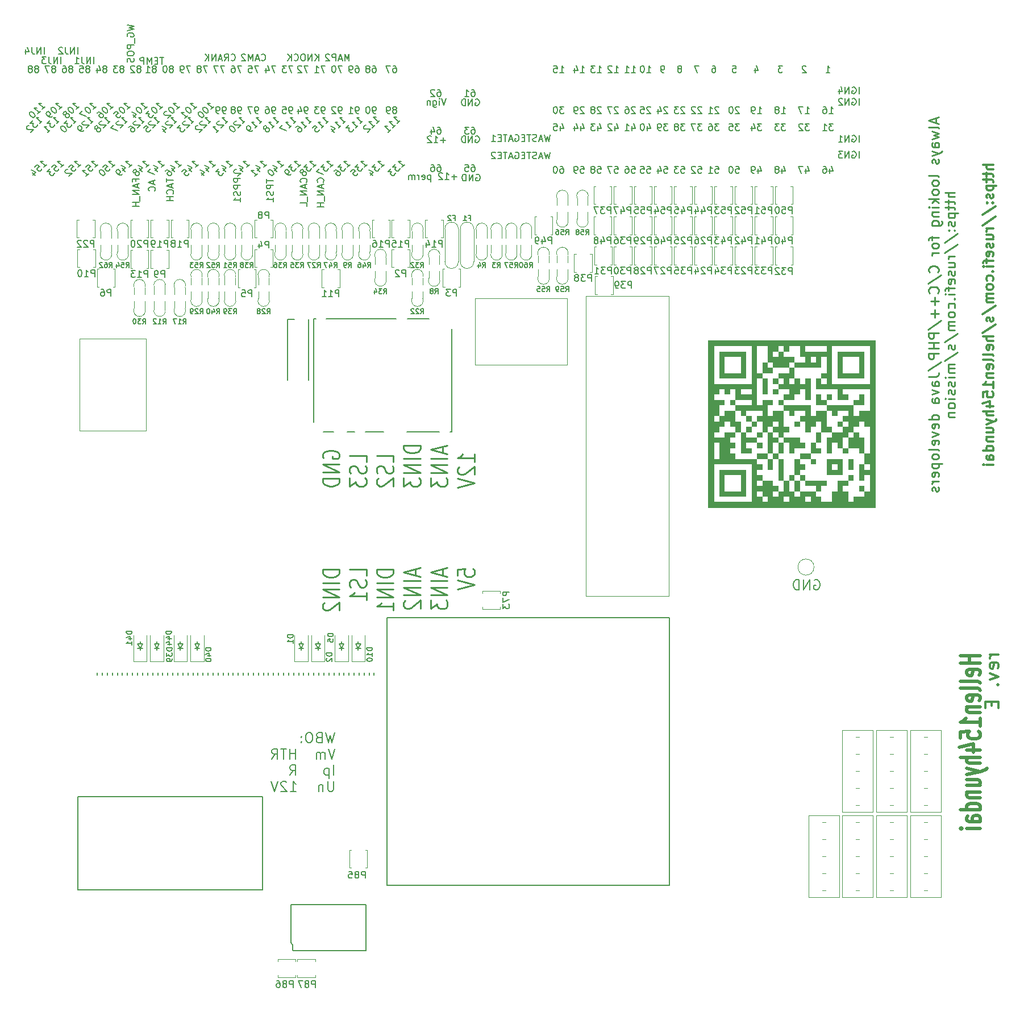
<source format=gbo>
G04 #@! TF.GenerationSoftware,KiCad,Pcbnew,8.0.2-8.0.2-0~ubuntu22.04.1*
G04 #@! TF.CreationDate,2024-05-13T18:20:47+00:00*
G04 #@! TF.ProjectId,hellen154hyundai,68656c6c-656e-4313-9534-6879756e6461,E*
G04 #@! TF.SameCoordinates,PX5f5e100PYc845880*
G04 #@! TF.FileFunction,Legend,Bot*
G04 #@! TF.FilePolarity,Positive*
%FSLAX46Y46*%
G04 Gerber Fmt 4.6, Leading zero omitted, Abs format (unit mm)*
G04 Created by KiCad (PCBNEW 8.0.2-8.0.2-0~ubuntu22.04.1) date 2024-05-13 18:20:47*
%MOMM*%
%LPD*%
G01*
G04 APERTURE LIST*
%ADD10C,0.250000*%
%ADD11C,0.150000*%
%ADD12C,0.500000*%
%ADD13C,0.300000*%
%ADD14C,0.200000*%
%ADD15C,0.127000*%
%ADD16C,0.170000*%
%ADD17C,0.120000*%
%ADD18C,0.099060*%
%ADD19C,0.100000*%
%ADD20C,0.203200*%
%ADD21C,0.000000*%
G04 APERTURE END LIST*
D10*
X154144899Y140021429D02*
X154144899Y139307143D01*
X154573470Y140164286D02*
X153073470Y139664286D01*
X153073470Y139664286D02*
X154573470Y139164286D01*
X154573470Y138450001D02*
X154502042Y138592858D01*
X154502042Y138592858D02*
X154359184Y138664287D01*
X154359184Y138664287D02*
X153073470Y138664287D01*
X153573470Y138021430D02*
X154573470Y137735715D01*
X154573470Y137735715D02*
X153859184Y137450001D01*
X153859184Y137450001D02*
X154573470Y137164287D01*
X154573470Y137164287D02*
X153573470Y136878573D01*
X154573470Y135664286D02*
X153787756Y135664286D01*
X153787756Y135664286D02*
X153644899Y135735715D01*
X153644899Y135735715D02*
X153573470Y135878572D01*
X153573470Y135878572D02*
X153573470Y136164286D01*
X153573470Y136164286D02*
X153644899Y136307144D01*
X154502042Y135664286D02*
X154573470Y135807144D01*
X154573470Y135807144D02*
X154573470Y136164286D01*
X154573470Y136164286D02*
X154502042Y136307144D01*
X154502042Y136307144D02*
X154359184Y136378572D01*
X154359184Y136378572D02*
X154216327Y136378572D01*
X154216327Y136378572D02*
X154073470Y136307144D01*
X154073470Y136307144D02*
X154002042Y136164286D01*
X154002042Y136164286D02*
X154002042Y135807144D01*
X154002042Y135807144D02*
X153930613Y135664286D01*
X153573470Y135092858D02*
X154573470Y134735715D01*
X153573470Y134378572D02*
X154573470Y134735715D01*
X154573470Y134735715D02*
X154930613Y134878572D01*
X154930613Y134878572D02*
X155002042Y134950001D01*
X155002042Y134950001D02*
X155073470Y135092858D01*
X154502042Y133878572D02*
X154573470Y133735715D01*
X154573470Y133735715D02*
X154573470Y133450001D01*
X154573470Y133450001D02*
X154502042Y133307144D01*
X154502042Y133307144D02*
X154359184Y133235715D01*
X154359184Y133235715D02*
X154287756Y133235715D01*
X154287756Y133235715D02*
X154144899Y133307144D01*
X154144899Y133307144D02*
X154073470Y133450001D01*
X154073470Y133450001D02*
X154073470Y133664286D01*
X154073470Y133664286D02*
X154002042Y133807144D01*
X154002042Y133807144D02*
X153859184Y133878572D01*
X153859184Y133878572D02*
X153787756Y133878572D01*
X153787756Y133878572D02*
X153644899Y133807144D01*
X153644899Y133807144D02*
X153573470Y133664286D01*
X153573470Y133664286D02*
X153573470Y133450001D01*
X153573470Y133450001D02*
X153644899Y133307144D01*
X154573470Y131235715D02*
X154502042Y131378572D01*
X154502042Y131378572D02*
X154359184Y131450001D01*
X154359184Y131450001D02*
X153073470Y131450001D01*
X154573470Y130450001D02*
X154502042Y130592858D01*
X154502042Y130592858D02*
X154430613Y130664287D01*
X154430613Y130664287D02*
X154287756Y130735715D01*
X154287756Y130735715D02*
X153859184Y130735715D01*
X153859184Y130735715D02*
X153716327Y130664287D01*
X153716327Y130664287D02*
X153644899Y130592858D01*
X153644899Y130592858D02*
X153573470Y130450001D01*
X153573470Y130450001D02*
X153573470Y130235715D01*
X153573470Y130235715D02*
X153644899Y130092858D01*
X153644899Y130092858D02*
X153716327Y130021429D01*
X153716327Y130021429D02*
X153859184Y129950001D01*
X153859184Y129950001D02*
X154287756Y129950001D01*
X154287756Y129950001D02*
X154430613Y130021429D01*
X154430613Y130021429D02*
X154502042Y130092858D01*
X154502042Y130092858D02*
X154573470Y130235715D01*
X154573470Y130235715D02*
X154573470Y130450001D01*
X154573470Y129092858D02*
X154502042Y129235715D01*
X154502042Y129235715D02*
X154430613Y129307144D01*
X154430613Y129307144D02*
X154287756Y129378572D01*
X154287756Y129378572D02*
X153859184Y129378572D01*
X153859184Y129378572D02*
X153716327Y129307144D01*
X153716327Y129307144D02*
X153644899Y129235715D01*
X153644899Y129235715D02*
X153573470Y129092858D01*
X153573470Y129092858D02*
X153573470Y128878572D01*
X153573470Y128878572D02*
X153644899Y128735715D01*
X153644899Y128735715D02*
X153716327Y128664286D01*
X153716327Y128664286D02*
X153859184Y128592858D01*
X153859184Y128592858D02*
X154287756Y128592858D01*
X154287756Y128592858D02*
X154430613Y128664286D01*
X154430613Y128664286D02*
X154502042Y128735715D01*
X154502042Y128735715D02*
X154573470Y128878572D01*
X154573470Y128878572D02*
X154573470Y129092858D01*
X154573470Y127950001D02*
X153073470Y127950001D01*
X154002042Y127807143D02*
X154573470Y127378572D01*
X153573470Y127378572D02*
X154144899Y127950001D01*
X154573470Y126735715D02*
X153573470Y126735715D01*
X153073470Y126735715D02*
X153144899Y126807143D01*
X153144899Y126807143D02*
X153216327Y126735715D01*
X153216327Y126735715D02*
X153144899Y126664286D01*
X153144899Y126664286D02*
X153073470Y126735715D01*
X153073470Y126735715D02*
X153216327Y126735715D01*
X153573470Y126021429D02*
X154573470Y126021429D01*
X153716327Y126021429D02*
X153644899Y125950000D01*
X153644899Y125950000D02*
X153573470Y125807143D01*
X153573470Y125807143D02*
X153573470Y125592857D01*
X153573470Y125592857D02*
X153644899Y125450000D01*
X153644899Y125450000D02*
X153787756Y125378571D01*
X153787756Y125378571D02*
X154573470Y125378571D01*
X153573470Y124021428D02*
X154787756Y124021428D01*
X154787756Y124021428D02*
X154930613Y124092857D01*
X154930613Y124092857D02*
X155002042Y124164286D01*
X155002042Y124164286D02*
X155073470Y124307143D01*
X155073470Y124307143D02*
X155073470Y124521428D01*
X155073470Y124521428D02*
X155002042Y124664286D01*
X154502042Y124021428D02*
X154573470Y124164286D01*
X154573470Y124164286D02*
X154573470Y124450000D01*
X154573470Y124450000D02*
X154502042Y124592857D01*
X154502042Y124592857D02*
X154430613Y124664286D01*
X154430613Y124664286D02*
X154287756Y124735714D01*
X154287756Y124735714D02*
X153859184Y124735714D01*
X153859184Y124735714D02*
X153716327Y124664286D01*
X153716327Y124664286D02*
X153644899Y124592857D01*
X153644899Y124592857D02*
X153573470Y124450000D01*
X153573470Y124450000D02*
X153573470Y124164286D01*
X153573470Y124164286D02*
X153644899Y124021428D01*
X153573470Y122378571D02*
X153573470Y121807143D01*
X154573470Y122164286D02*
X153287756Y122164286D01*
X153287756Y122164286D02*
X153144899Y122092857D01*
X153144899Y122092857D02*
X153073470Y121950000D01*
X153073470Y121950000D02*
X153073470Y121807143D01*
X154573470Y121092857D02*
X154502042Y121235714D01*
X154502042Y121235714D02*
X154430613Y121307143D01*
X154430613Y121307143D02*
X154287756Y121378571D01*
X154287756Y121378571D02*
X153859184Y121378571D01*
X153859184Y121378571D02*
X153716327Y121307143D01*
X153716327Y121307143D02*
X153644899Y121235714D01*
X153644899Y121235714D02*
X153573470Y121092857D01*
X153573470Y121092857D02*
X153573470Y120878571D01*
X153573470Y120878571D02*
X153644899Y120735714D01*
X153644899Y120735714D02*
X153716327Y120664285D01*
X153716327Y120664285D02*
X153859184Y120592857D01*
X153859184Y120592857D02*
X154287756Y120592857D01*
X154287756Y120592857D02*
X154430613Y120664285D01*
X154430613Y120664285D02*
X154502042Y120735714D01*
X154502042Y120735714D02*
X154573470Y120878571D01*
X154573470Y120878571D02*
X154573470Y121092857D01*
X154573470Y119950000D02*
X153573470Y119950000D01*
X153859184Y119950000D02*
X153716327Y119878571D01*
X153716327Y119878571D02*
X153644899Y119807142D01*
X153644899Y119807142D02*
X153573470Y119664285D01*
X153573470Y119664285D02*
X153573470Y119521428D01*
X154430613Y117021429D02*
X154502042Y117092857D01*
X154502042Y117092857D02*
X154573470Y117307143D01*
X154573470Y117307143D02*
X154573470Y117450000D01*
X154573470Y117450000D02*
X154502042Y117664286D01*
X154502042Y117664286D02*
X154359184Y117807143D01*
X154359184Y117807143D02*
X154216327Y117878572D01*
X154216327Y117878572D02*
X153930613Y117950000D01*
X153930613Y117950000D02*
X153716327Y117950000D01*
X153716327Y117950000D02*
X153430613Y117878572D01*
X153430613Y117878572D02*
X153287756Y117807143D01*
X153287756Y117807143D02*
X153144899Y117664286D01*
X153144899Y117664286D02*
X153073470Y117450000D01*
X153073470Y117450000D02*
X153073470Y117307143D01*
X153073470Y117307143D02*
X153144899Y117092857D01*
X153144899Y117092857D02*
X153216327Y117021429D01*
X153002042Y115307143D02*
X154930613Y116592857D01*
X154430613Y113950000D02*
X154502042Y114021428D01*
X154502042Y114021428D02*
X154573470Y114235714D01*
X154573470Y114235714D02*
X154573470Y114378571D01*
X154573470Y114378571D02*
X154502042Y114592857D01*
X154502042Y114592857D02*
X154359184Y114735714D01*
X154359184Y114735714D02*
X154216327Y114807143D01*
X154216327Y114807143D02*
X153930613Y114878571D01*
X153930613Y114878571D02*
X153716327Y114878571D01*
X153716327Y114878571D02*
X153430613Y114807143D01*
X153430613Y114807143D02*
X153287756Y114735714D01*
X153287756Y114735714D02*
X153144899Y114592857D01*
X153144899Y114592857D02*
X153073470Y114378571D01*
X153073470Y114378571D02*
X153073470Y114235714D01*
X153073470Y114235714D02*
X153144899Y114021428D01*
X153144899Y114021428D02*
X153216327Y113950000D01*
X154002042Y113307143D02*
X154002042Y112164285D01*
X154573470Y112735714D02*
X153430613Y112735714D01*
X154002042Y111450000D02*
X154002042Y110307142D01*
X154573470Y110878571D02*
X153430613Y110878571D01*
X153002042Y108521428D02*
X154930613Y109807142D01*
X154573470Y108021428D02*
X153073470Y108021428D01*
X153073470Y108021428D02*
X153073470Y107449999D01*
X153073470Y107449999D02*
X153144899Y107307142D01*
X153144899Y107307142D02*
X153216327Y107235713D01*
X153216327Y107235713D02*
X153359184Y107164285D01*
X153359184Y107164285D02*
X153573470Y107164285D01*
X153573470Y107164285D02*
X153716327Y107235713D01*
X153716327Y107235713D02*
X153787756Y107307142D01*
X153787756Y107307142D02*
X153859184Y107449999D01*
X153859184Y107449999D02*
X153859184Y108021428D01*
X154573470Y106521428D02*
X153073470Y106521428D01*
X153787756Y106521428D02*
X153787756Y105664285D01*
X154573470Y105664285D02*
X153073470Y105664285D01*
X154573470Y104949999D02*
X153073470Y104949999D01*
X153073470Y104949999D02*
X153073470Y104378570D01*
X153073470Y104378570D02*
X153144899Y104235713D01*
X153144899Y104235713D02*
X153216327Y104164284D01*
X153216327Y104164284D02*
X153359184Y104092856D01*
X153359184Y104092856D02*
X153573470Y104092856D01*
X153573470Y104092856D02*
X153716327Y104164284D01*
X153716327Y104164284D02*
X153787756Y104235713D01*
X153787756Y104235713D02*
X153859184Y104378570D01*
X153859184Y104378570D02*
X153859184Y104949999D01*
X153002042Y102378570D02*
X154930613Y103664284D01*
X153073470Y101449998D02*
X154144899Y101449998D01*
X154144899Y101449998D02*
X154359184Y101521427D01*
X154359184Y101521427D02*
X154502042Y101664284D01*
X154502042Y101664284D02*
X154573470Y101878570D01*
X154573470Y101878570D02*
X154573470Y102021427D01*
X154573470Y100092855D02*
X153787756Y100092855D01*
X153787756Y100092855D02*
X153644899Y100164284D01*
X153644899Y100164284D02*
X153573470Y100307141D01*
X153573470Y100307141D02*
X153573470Y100592855D01*
X153573470Y100592855D02*
X153644899Y100735713D01*
X154502042Y100092855D02*
X154573470Y100235713D01*
X154573470Y100235713D02*
X154573470Y100592855D01*
X154573470Y100592855D02*
X154502042Y100735713D01*
X154502042Y100735713D02*
X154359184Y100807141D01*
X154359184Y100807141D02*
X154216327Y100807141D01*
X154216327Y100807141D02*
X154073470Y100735713D01*
X154073470Y100735713D02*
X154002042Y100592855D01*
X154002042Y100592855D02*
X154002042Y100235713D01*
X154002042Y100235713D02*
X153930613Y100092855D01*
X153573470Y99521427D02*
X154573470Y99164284D01*
X154573470Y99164284D02*
X153573470Y98807141D01*
X154573470Y97592855D02*
X153787756Y97592855D01*
X153787756Y97592855D02*
X153644899Y97664284D01*
X153644899Y97664284D02*
X153573470Y97807141D01*
X153573470Y97807141D02*
X153573470Y98092855D01*
X153573470Y98092855D02*
X153644899Y98235713D01*
X154502042Y97592855D02*
X154573470Y97735713D01*
X154573470Y97735713D02*
X154573470Y98092855D01*
X154573470Y98092855D02*
X154502042Y98235713D01*
X154502042Y98235713D02*
X154359184Y98307141D01*
X154359184Y98307141D02*
X154216327Y98307141D01*
X154216327Y98307141D02*
X154073470Y98235713D01*
X154073470Y98235713D02*
X154002042Y98092855D01*
X154002042Y98092855D02*
X154002042Y97735713D01*
X154002042Y97735713D02*
X153930613Y97592855D01*
X154573470Y95092855D02*
X153073470Y95092855D01*
X154502042Y95092855D02*
X154573470Y95235713D01*
X154573470Y95235713D02*
X154573470Y95521427D01*
X154573470Y95521427D02*
X154502042Y95664284D01*
X154502042Y95664284D02*
X154430613Y95735713D01*
X154430613Y95735713D02*
X154287756Y95807141D01*
X154287756Y95807141D02*
X153859184Y95807141D01*
X153859184Y95807141D02*
X153716327Y95735713D01*
X153716327Y95735713D02*
X153644899Y95664284D01*
X153644899Y95664284D02*
X153573470Y95521427D01*
X153573470Y95521427D02*
X153573470Y95235713D01*
X153573470Y95235713D02*
X153644899Y95092855D01*
X154502042Y93807141D02*
X154573470Y93949998D01*
X154573470Y93949998D02*
X154573470Y94235712D01*
X154573470Y94235712D02*
X154502042Y94378570D01*
X154502042Y94378570D02*
X154359184Y94449998D01*
X154359184Y94449998D02*
X153787756Y94449998D01*
X153787756Y94449998D02*
X153644899Y94378570D01*
X153644899Y94378570D02*
X153573470Y94235712D01*
X153573470Y94235712D02*
X153573470Y93949998D01*
X153573470Y93949998D02*
X153644899Y93807141D01*
X153644899Y93807141D02*
X153787756Y93735712D01*
X153787756Y93735712D02*
X153930613Y93735712D01*
X153930613Y93735712D02*
X154073470Y94449998D01*
X153573470Y93235713D02*
X154573470Y92878570D01*
X154573470Y92878570D02*
X153573470Y92521427D01*
X154502042Y91378570D02*
X154573470Y91521427D01*
X154573470Y91521427D02*
X154573470Y91807141D01*
X154573470Y91807141D02*
X154502042Y91949999D01*
X154502042Y91949999D02*
X154359184Y92021427D01*
X154359184Y92021427D02*
X153787756Y92021427D01*
X153787756Y92021427D02*
X153644899Y91949999D01*
X153644899Y91949999D02*
X153573470Y91807141D01*
X153573470Y91807141D02*
X153573470Y91521427D01*
X153573470Y91521427D02*
X153644899Y91378570D01*
X153644899Y91378570D02*
X153787756Y91307141D01*
X153787756Y91307141D02*
X153930613Y91307141D01*
X153930613Y91307141D02*
X154073470Y92021427D01*
X154573470Y90449999D02*
X154502042Y90592856D01*
X154502042Y90592856D02*
X154359184Y90664285D01*
X154359184Y90664285D02*
X153073470Y90664285D01*
X154573470Y89664285D02*
X154502042Y89807142D01*
X154502042Y89807142D02*
X154430613Y89878571D01*
X154430613Y89878571D02*
X154287756Y89949999D01*
X154287756Y89949999D02*
X153859184Y89949999D01*
X153859184Y89949999D02*
X153716327Y89878571D01*
X153716327Y89878571D02*
X153644899Y89807142D01*
X153644899Y89807142D02*
X153573470Y89664285D01*
X153573470Y89664285D02*
X153573470Y89449999D01*
X153573470Y89449999D02*
X153644899Y89307142D01*
X153644899Y89307142D02*
X153716327Y89235713D01*
X153716327Y89235713D02*
X153859184Y89164285D01*
X153859184Y89164285D02*
X154287756Y89164285D01*
X154287756Y89164285D02*
X154430613Y89235713D01*
X154430613Y89235713D02*
X154502042Y89307142D01*
X154502042Y89307142D02*
X154573470Y89449999D01*
X154573470Y89449999D02*
X154573470Y89664285D01*
X153573470Y88521428D02*
X155073470Y88521428D01*
X153644899Y88521428D02*
X153573470Y88378570D01*
X153573470Y88378570D02*
X153573470Y88092856D01*
X153573470Y88092856D02*
X153644899Y87949999D01*
X153644899Y87949999D02*
X153716327Y87878570D01*
X153716327Y87878570D02*
X153859184Y87807142D01*
X153859184Y87807142D02*
X154287756Y87807142D01*
X154287756Y87807142D02*
X154430613Y87878570D01*
X154430613Y87878570D02*
X154502042Y87949999D01*
X154502042Y87949999D02*
X154573470Y88092856D01*
X154573470Y88092856D02*
X154573470Y88378570D01*
X154573470Y88378570D02*
X154502042Y88521428D01*
X154502042Y86592856D02*
X154573470Y86735713D01*
X154573470Y86735713D02*
X154573470Y87021427D01*
X154573470Y87021427D02*
X154502042Y87164285D01*
X154502042Y87164285D02*
X154359184Y87235713D01*
X154359184Y87235713D02*
X153787756Y87235713D01*
X153787756Y87235713D02*
X153644899Y87164285D01*
X153644899Y87164285D02*
X153573470Y87021427D01*
X153573470Y87021427D02*
X153573470Y86735713D01*
X153573470Y86735713D02*
X153644899Y86592856D01*
X153644899Y86592856D02*
X153787756Y86521427D01*
X153787756Y86521427D02*
X153930613Y86521427D01*
X153930613Y86521427D02*
X154073470Y87235713D01*
X154573470Y85878571D02*
X153573470Y85878571D01*
X153859184Y85878571D02*
X153716327Y85807142D01*
X153716327Y85807142D02*
X153644899Y85735713D01*
X153644899Y85735713D02*
X153573470Y85592856D01*
X153573470Y85592856D02*
X153573470Y85449999D01*
X154502042Y85021428D02*
X154573470Y84878571D01*
X154573470Y84878571D02*
X154573470Y84592857D01*
X154573470Y84592857D02*
X154502042Y84450000D01*
X154502042Y84450000D02*
X154359184Y84378571D01*
X154359184Y84378571D02*
X154287756Y84378571D01*
X154287756Y84378571D02*
X154144899Y84450000D01*
X154144899Y84450000D02*
X154073470Y84592857D01*
X154073470Y84592857D02*
X154073470Y84807142D01*
X154073470Y84807142D02*
X154002042Y84950000D01*
X154002042Y84950000D02*
X153859184Y85021428D01*
X153859184Y85021428D02*
X153787756Y85021428D01*
X153787756Y85021428D02*
X153644899Y84950000D01*
X153644899Y84950000D02*
X153573470Y84807142D01*
X153573470Y84807142D02*
X153573470Y84592857D01*
X153573470Y84592857D02*
X153644899Y84450000D01*
X156988386Y128914289D02*
X155488386Y128914289D01*
X156988386Y128271431D02*
X156202672Y128271431D01*
X156202672Y128271431D02*
X156059815Y128342860D01*
X156059815Y128342860D02*
X155988386Y128485717D01*
X155988386Y128485717D02*
X155988386Y128700003D01*
X155988386Y128700003D02*
X156059815Y128842860D01*
X156059815Y128842860D02*
X156131243Y128914289D01*
X155988386Y127771431D02*
X155988386Y127200003D01*
X155488386Y127557146D02*
X156774100Y127557146D01*
X156774100Y127557146D02*
X156916958Y127485717D01*
X156916958Y127485717D02*
X156988386Y127342860D01*
X156988386Y127342860D02*
X156988386Y127200003D01*
X155988386Y126914288D02*
X155988386Y126342860D01*
X155488386Y126700003D02*
X156774100Y126700003D01*
X156774100Y126700003D02*
X156916958Y126628574D01*
X156916958Y126628574D02*
X156988386Y126485717D01*
X156988386Y126485717D02*
X156988386Y126342860D01*
X155988386Y125842860D02*
X157488386Y125842860D01*
X156059815Y125842860D02*
X155988386Y125700002D01*
X155988386Y125700002D02*
X155988386Y125414288D01*
X155988386Y125414288D02*
X156059815Y125271431D01*
X156059815Y125271431D02*
X156131243Y125200002D01*
X156131243Y125200002D02*
X156274100Y125128574D01*
X156274100Y125128574D02*
X156702672Y125128574D01*
X156702672Y125128574D02*
X156845529Y125200002D01*
X156845529Y125200002D02*
X156916958Y125271431D01*
X156916958Y125271431D02*
X156988386Y125414288D01*
X156988386Y125414288D02*
X156988386Y125700002D01*
X156988386Y125700002D02*
X156916958Y125842860D01*
X156916958Y124557145D02*
X156988386Y124414288D01*
X156988386Y124414288D02*
X156988386Y124128574D01*
X156988386Y124128574D02*
X156916958Y123985717D01*
X156916958Y123985717D02*
X156774100Y123914288D01*
X156774100Y123914288D02*
X156702672Y123914288D01*
X156702672Y123914288D02*
X156559815Y123985717D01*
X156559815Y123985717D02*
X156488386Y124128574D01*
X156488386Y124128574D02*
X156488386Y124342859D01*
X156488386Y124342859D02*
X156416958Y124485717D01*
X156416958Y124485717D02*
X156274100Y124557145D01*
X156274100Y124557145D02*
X156202672Y124557145D01*
X156202672Y124557145D02*
X156059815Y124485717D01*
X156059815Y124485717D02*
X155988386Y124342859D01*
X155988386Y124342859D02*
X155988386Y124128574D01*
X155988386Y124128574D02*
X156059815Y123985717D01*
X156845529Y123271431D02*
X156916958Y123200002D01*
X156916958Y123200002D02*
X156988386Y123271431D01*
X156988386Y123271431D02*
X156916958Y123342859D01*
X156916958Y123342859D02*
X156845529Y123271431D01*
X156845529Y123271431D02*
X156988386Y123271431D01*
X156059815Y123271431D02*
X156131243Y123200002D01*
X156131243Y123200002D02*
X156202672Y123271431D01*
X156202672Y123271431D02*
X156131243Y123342859D01*
X156131243Y123342859D02*
X156059815Y123271431D01*
X156059815Y123271431D02*
X156202672Y123271431D01*
X155416958Y121485716D02*
X157345529Y122771430D01*
X155416958Y119914287D02*
X157345529Y121200001D01*
X156988386Y119414287D02*
X155988386Y119414287D01*
X156274100Y119414287D02*
X156131243Y119342858D01*
X156131243Y119342858D02*
X156059815Y119271429D01*
X156059815Y119271429D02*
X155988386Y119128572D01*
X155988386Y119128572D02*
X155988386Y118985715D01*
X155988386Y117842858D02*
X156988386Y117842858D01*
X155988386Y118485716D02*
X156774100Y118485716D01*
X156774100Y118485716D02*
X156916958Y118414287D01*
X156916958Y118414287D02*
X156988386Y118271430D01*
X156988386Y118271430D02*
X156988386Y118057144D01*
X156988386Y118057144D02*
X156916958Y117914287D01*
X156916958Y117914287D02*
X156845529Y117842858D01*
X156916958Y117200001D02*
X156988386Y117057144D01*
X156988386Y117057144D02*
X156988386Y116771430D01*
X156988386Y116771430D02*
X156916958Y116628573D01*
X156916958Y116628573D02*
X156774100Y116557144D01*
X156774100Y116557144D02*
X156702672Y116557144D01*
X156702672Y116557144D02*
X156559815Y116628573D01*
X156559815Y116628573D02*
X156488386Y116771430D01*
X156488386Y116771430D02*
X156488386Y116985715D01*
X156488386Y116985715D02*
X156416958Y117128573D01*
X156416958Y117128573D02*
X156274100Y117200001D01*
X156274100Y117200001D02*
X156202672Y117200001D01*
X156202672Y117200001D02*
X156059815Y117128573D01*
X156059815Y117128573D02*
X155988386Y116985715D01*
X155988386Y116985715D02*
X155988386Y116771430D01*
X155988386Y116771430D02*
X156059815Y116628573D01*
X156916958Y115342858D02*
X156988386Y115485715D01*
X156988386Y115485715D02*
X156988386Y115771429D01*
X156988386Y115771429D02*
X156916958Y115914287D01*
X156916958Y115914287D02*
X156774100Y115985715D01*
X156774100Y115985715D02*
X156202672Y115985715D01*
X156202672Y115985715D02*
X156059815Y115914287D01*
X156059815Y115914287D02*
X155988386Y115771429D01*
X155988386Y115771429D02*
X155988386Y115485715D01*
X155988386Y115485715D02*
X156059815Y115342858D01*
X156059815Y115342858D02*
X156202672Y115271429D01*
X156202672Y115271429D02*
X156345529Y115271429D01*
X156345529Y115271429D02*
X156488386Y115985715D01*
X155988386Y114842858D02*
X155988386Y114271430D01*
X156988386Y114628573D02*
X155702672Y114628573D01*
X155702672Y114628573D02*
X155559815Y114557144D01*
X155559815Y114557144D02*
X155488386Y114414287D01*
X155488386Y114414287D02*
X155488386Y114271430D01*
X156988386Y113771430D02*
X155988386Y113771430D01*
X155488386Y113771430D02*
X155559815Y113842858D01*
X155559815Y113842858D02*
X155631243Y113771430D01*
X155631243Y113771430D02*
X155559815Y113700001D01*
X155559815Y113700001D02*
X155488386Y113771430D01*
X155488386Y113771430D02*
X155631243Y113771430D01*
X156845529Y113057144D02*
X156916958Y112985715D01*
X156916958Y112985715D02*
X156988386Y113057144D01*
X156988386Y113057144D02*
X156916958Y113128572D01*
X156916958Y113128572D02*
X156845529Y113057144D01*
X156845529Y113057144D02*
X156988386Y113057144D01*
X156916958Y111700000D02*
X156988386Y111842858D01*
X156988386Y111842858D02*
X156988386Y112128572D01*
X156988386Y112128572D02*
X156916958Y112271429D01*
X156916958Y112271429D02*
X156845529Y112342858D01*
X156845529Y112342858D02*
X156702672Y112414286D01*
X156702672Y112414286D02*
X156274100Y112414286D01*
X156274100Y112414286D02*
X156131243Y112342858D01*
X156131243Y112342858D02*
X156059815Y112271429D01*
X156059815Y112271429D02*
X155988386Y112128572D01*
X155988386Y112128572D02*
X155988386Y111842858D01*
X155988386Y111842858D02*
X156059815Y111700000D01*
X156988386Y110842858D02*
X156916958Y110985715D01*
X156916958Y110985715D02*
X156845529Y111057144D01*
X156845529Y111057144D02*
X156702672Y111128572D01*
X156702672Y111128572D02*
X156274100Y111128572D01*
X156274100Y111128572D02*
X156131243Y111057144D01*
X156131243Y111057144D02*
X156059815Y110985715D01*
X156059815Y110985715D02*
X155988386Y110842858D01*
X155988386Y110842858D02*
X155988386Y110628572D01*
X155988386Y110628572D02*
X156059815Y110485715D01*
X156059815Y110485715D02*
X156131243Y110414286D01*
X156131243Y110414286D02*
X156274100Y110342858D01*
X156274100Y110342858D02*
X156702672Y110342858D01*
X156702672Y110342858D02*
X156845529Y110414286D01*
X156845529Y110414286D02*
X156916958Y110485715D01*
X156916958Y110485715D02*
X156988386Y110628572D01*
X156988386Y110628572D02*
X156988386Y110842858D01*
X156988386Y109700001D02*
X155988386Y109700001D01*
X156131243Y109700001D02*
X156059815Y109628572D01*
X156059815Y109628572D02*
X155988386Y109485715D01*
X155988386Y109485715D02*
X155988386Y109271429D01*
X155988386Y109271429D02*
X156059815Y109128572D01*
X156059815Y109128572D02*
X156202672Y109057143D01*
X156202672Y109057143D02*
X156988386Y109057143D01*
X156202672Y109057143D02*
X156059815Y108985715D01*
X156059815Y108985715D02*
X155988386Y108842858D01*
X155988386Y108842858D02*
X155988386Y108628572D01*
X155988386Y108628572D02*
X156059815Y108485715D01*
X156059815Y108485715D02*
X156202672Y108414286D01*
X156202672Y108414286D02*
X156988386Y108414286D01*
X155416958Y106628572D02*
X157345529Y107914286D01*
X156916958Y106200000D02*
X156988386Y106057143D01*
X156988386Y106057143D02*
X156988386Y105771429D01*
X156988386Y105771429D02*
X156916958Y105628572D01*
X156916958Y105628572D02*
X156774100Y105557143D01*
X156774100Y105557143D02*
X156702672Y105557143D01*
X156702672Y105557143D02*
X156559815Y105628572D01*
X156559815Y105628572D02*
X156488386Y105771429D01*
X156488386Y105771429D02*
X156488386Y105985714D01*
X156488386Y105985714D02*
X156416958Y106128572D01*
X156416958Y106128572D02*
X156274100Y106200000D01*
X156274100Y106200000D02*
X156202672Y106200000D01*
X156202672Y106200000D02*
X156059815Y106128572D01*
X156059815Y106128572D02*
X155988386Y105985714D01*
X155988386Y105985714D02*
X155988386Y105771429D01*
X155988386Y105771429D02*
X156059815Y105628572D01*
X155416958Y103842857D02*
X157345529Y105128571D01*
X156988386Y103342857D02*
X155988386Y103342857D01*
X156131243Y103342857D02*
X156059815Y103271428D01*
X156059815Y103271428D02*
X155988386Y103128571D01*
X155988386Y103128571D02*
X155988386Y102914285D01*
X155988386Y102914285D02*
X156059815Y102771428D01*
X156059815Y102771428D02*
X156202672Y102699999D01*
X156202672Y102699999D02*
X156988386Y102699999D01*
X156202672Y102699999D02*
X156059815Y102628571D01*
X156059815Y102628571D02*
X155988386Y102485714D01*
X155988386Y102485714D02*
X155988386Y102271428D01*
X155988386Y102271428D02*
X156059815Y102128571D01*
X156059815Y102128571D02*
X156202672Y102057142D01*
X156202672Y102057142D02*
X156988386Y102057142D01*
X156988386Y101342857D02*
X155988386Y101342857D01*
X155488386Y101342857D02*
X155559815Y101414285D01*
X155559815Y101414285D02*
X155631243Y101342857D01*
X155631243Y101342857D02*
X155559815Y101271428D01*
X155559815Y101271428D02*
X155488386Y101342857D01*
X155488386Y101342857D02*
X155631243Y101342857D01*
X156916958Y100699999D02*
X156988386Y100557142D01*
X156988386Y100557142D02*
X156988386Y100271428D01*
X156988386Y100271428D02*
X156916958Y100128571D01*
X156916958Y100128571D02*
X156774100Y100057142D01*
X156774100Y100057142D02*
X156702672Y100057142D01*
X156702672Y100057142D02*
X156559815Y100128571D01*
X156559815Y100128571D02*
X156488386Y100271428D01*
X156488386Y100271428D02*
X156488386Y100485713D01*
X156488386Y100485713D02*
X156416958Y100628571D01*
X156416958Y100628571D02*
X156274100Y100699999D01*
X156274100Y100699999D02*
X156202672Y100699999D01*
X156202672Y100699999D02*
X156059815Y100628571D01*
X156059815Y100628571D02*
X155988386Y100485713D01*
X155988386Y100485713D02*
X155988386Y100271428D01*
X155988386Y100271428D02*
X156059815Y100128571D01*
X156916958Y99485713D02*
X156988386Y99342856D01*
X156988386Y99342856D02*
X156988386Y99057142D01*
X156988386Y99057142D02*
X156916958Y98914285D01*
X156916958Y98914285D02*
X156774100Y98842856D01*
X156774100Y98842856D02*
X156702672Y98842856D01*
X156702672Y98842856D02*
X156559815Y98914285D01*
X156559815Y98914285D02*
X156488386Y99057142D01*
X156488386Y99057142D02*
X156488386Y99271427D01*
X156488386Y99271427D02*
X156416958Y99414285D01*
X156416958Y99414285D02*
X156274100Y99485713D01*
X156274100Y99485713D02*
X156202672Y99485713D01*
X156202672Y99485713D02*
X156059815Y99414285D01*
X156059815Y99414285D02*
X155988386Y99271427D01*
X155988386Y99271427D02*
X155988386Y99057142D01*
X155988386Y99057142D02*
X156059815Y98914285D01*
X156988386Y98199999D02*
X155988386Y98199999D01*
X155488386Y98199999D02*
X155559815Y98271427D01*
X155559815Y98271427D02*
X155631243Y98199999D01*
X155631243Y98199999D02*
X155559815Y98128570D01*
X155559815Y98128570D02*
X155488386Y98199999D01*
X155488386Y98199999D02*
X155631243Y98199999D01*
X156988386Y97271427D02*
X156916958Y97414284D01*
X156916958Y97414284D02*
X156845529Y97485713D01*
X156845529Y97485713D02*
X156702672Y97557141D01*
X156702672Y97557141D02*
X156274100Y97557141D01*
X156274100Y97557141D02*
X156131243Y97485713D01*
X156131243Y97485713D02*
X156059815Y97414284D01*
X156059815Y97414284D02*
X155988386Y97271427D01*
X155988386Y97271427D02*
X155988386Y97057141D01*
X155988386Y97057141D02*
X156059815Y96914284D01*
X156059815Y96914284D02*
X156131243Y96842855D01*
X156131243Y96842855D02*
X156274100Y96771427D01*
X156274100Y96771427D02*
X156702672Y96771427D01*
X156702672Y96771427D02*
X156845529Y96842855D01*
X156845529Y96842855D02*
X156916958Y96914284D01*
X156916958Y96914284D02*
X156988386Y97057141D01*
X156988386Y97057141D02*
X156988386Y97271427D01*
X155988386Y96128570D02*
X156988386Y96128570D01*
X156131243Y96128570D02*
X156059815Y96057141D01*
X156059815Y96057141D02*
X155988386Y95914284D01*
X155988386Y95914284D02*
X155988386Y95699998D01*
X155988386Y95699998D02*
X156059815Y95557141D01*
X156059815Y95557141D02*
X156202672Y95485712D01*
X156202672Y95485712D02*
X156988386Y95485712D01*
D11*
X82771428Y131226134D02*
X82009524Y131226134D01*
X82390476Y130845181D02*
X82390476Y131607086D01*
X81009524Y130845181D02*
X81580952Y130845181D01*
X81295238Y130845181D02*
X81295238Y131845181D01*
X81295238Y131845181D02*
X81390476Y131702324D01*
X81390476Y131702324D02*
X81485714Y131607086D01*
X81485714Y131607086D02*
X81580952Y131559467D01*
X80628571Y131749943D02*
X80580952Y131797562D01*
X80580952Y131797562D02*
X80485714Y131845181D01*
X80485714Y131845181D02*
X80247619Y131845181D01*
X80247619Y131845181D02*
X80152381Y131797562D01*
X80152381Y131797562D02*
X80104762Y131749943D01*
X80104762Y131749943D02*
X80057143Y131654705D01*
X80057143Y131654705D02*
X80057143Y131559467D01*
X80057143Y131559467D02*
X80104762Y131416610D01*
X80104762Y131416610D02*
X80676190Y130845181D01*
X80676190Y130845181D02*
X80057143Y130845181D01*
X78866666Y131511848D02*
X78866666Y130511848D01*
X78866666Y131464229D02*
X78771428Y131511848D01*
X78771428Y131511848D02*
X78580952Y131511848D01*
X78580952Y131511848D02*
X78485714Y131464229D01*
X78485714Y131464229D02*
X78438095Y131416610D01*
X78438095Y131416610D02*
X78390476Y131321372D01*
X78390476Y131321372D02*
X78390476Y131035658D01*
X78390476Y131035658D02*
X78438095Y130940420D01*
X78438095Y130940420D02*
X78485714Y130892800D01*
X78485714Y130892800D02*
X78580952Y130845181D01*
X78580952Y130845181D02*
X78771428Y130845181D01*
X78771428Y130845181D02*
X78866666Y130892800D01*
X77580952Y130892800D02*
X77676190Y130845181D01*
X77676190Y130845181D02*
X77866666Y130845181D01*
X77866666Y130845181D02*
X77961904Y130892800D01*
X77961904Y130892800D02*
X78009523Y130988039D01*
X78009523Y130988039D02*
X78009523Y131368991D01*
X78009523Y131368991D02*
X77961904Y131464229D01*
X77961904Y131464229D02*
X77866666Y131511848D01*
X77866666Y131511848D02*
X77676190Y131511848D01*
X77676190Y131511848D02*
X77580952Y131464229D01*
X77580952Y131464229D02*
X77533333Y131368991D01*
X77533333Y131368991D02*
X77533333Y131273753D01*
X77533333Y131273753D02*
X78009523Y131178515D01*
X77104761Y130845181D02*
X77104761Y131511848D01*
X77104761Y131321372D02*
X77057142Y131416610D01*
X77057142Y131416610D02*
X77009523Y131464229D01*
X77009523Y131464229D02*
X76914285Y131511848D01*
X76914285Y131511848D02*
X76819047Y131511848D01*
X76485713Y130845181D02*
X76485713Y131511848D01*
X76485713Y131416610D02*
X76438094Y131464229D01*
X76438094Y131464229D02*
X76342856Y131511848D01*
X76342856Y131511848D02*
X76199999Y131511848D01*
X76199999Y131511848D02*
X76104761Y131464229D01*
X76104761Y131464229D02*
X76057142Y131368991D01*
X76057142Y131368991D02*
X76057142Y130845181D01*
X76057142Y131368991D02*
X76009523Y131464229D01*
X76009523Y131464229D02*
X75914285Y131511848D01*
X75914285Y131511848D02*
X75771428Y131511848D01*
X75771428Y131511848D02*
X75676189Y131464229D01*
X75676189Y131464229D02*
X75628570Y131368991D01*
X75628570Y131368991D02*
X75628570Y130845181D01*
X96704761Y134945181D02*
X96466666Y133945181D01*
X96466666Y133945181D02*
X96276190Y134659467D01*
X96276190Y134659467D02*
X96085714Y133945181D01*
X96085714Y133945181D02*
X95847619Y134945181D01*
X95514285Y134230896D02*
X95038095Y134230896D01*
X95609523Y133945181D02*
X95276190Y134945181D01*
X95276190Y134945181D02*
X94942857Y133945181D01*
X94657142Y133992800D02*
X94514285Y133945181D01*
X94514285Y133945181D02*
X94276190Y133945181D01*
X94276190Y133945181D02*
X94180952Y133992800D01*
X94180952Y133992800D02*
X94133333Y134040420D01*
X94133333Y134040420D02*
X94085714Y134135658D01*
X94085714Y134135658D02*
X94085714Y134230896D01*
X94085714Y134230896D02*
X94133333Y134326134D01*
X94133333Y134326134D02*
X94180952Y134373753D01*
X94180952Y134373753D02*
X94276190Y134421372D01*
X94276190Y134421372D02*
X94466666Y134468991D01*
X94466666Y134468991D02*
X94561904Y134516610D01*
X94561904Y134516610D02*
X94609523Y134564229D01*
X94609523Y134564229D02*
X94657142Y134659467D01*
X94657142Y134659467D02*
X94657142Y134754705D01*
X94657142Y134754705D02*
X94609523Y134849943D01*
X94609523Y134849943D02*
X94561904Y134897562D01*
X94561904Y134897562D02*
X94466666Y134945181D01*
X94466666Y134945181D02*
X94228571Y134945181D01*
X94228571Y134945181D02*
X94085714Y134897562D01*
X93799999Y134945181D02*
X93228571Y134945181D01*
X93514285Y133945181D02*
X93514285Y134945181D01*
X92895237Y134468991D02*
X92561904Y134468991D01*
X92419047Y133945181D02*
X92895237Y133945181D01*
X92895237Y133945181D02*
X92895237Y134945181D01*
X92895237Y134945181D02*
X92419047Y134945181D01*
X91466666Y134897562D02*
X91561904Y134945181D01*
X91561904Y134945181D02*
X91704761Y134945181D01*
X91704761Y134945181D02*
X91847618Y134897562D01*
X91847618Y134897562D02*
X91942856Y134802324D01*
X91942856Y134802324D02*
X91990475Y134707086D01*
X91990475Y134707086D02*
X92038094Y134516610D01*
X92038094Y134516610D02*
X92038094Y134373753D01*
X92038094Y134373753D02*
X91990475Y134183277D01*
X91990475Y134183277D02*
X91942856Y134088039D01*
X91942856Y134088039D02*
X91847618Y133992800D01*
X91847618Y133992800D02*
X91704761Y133945181D01*
X91704761Y133945181D02*
X91609523Y133945181D01*
X91609523Y133945181D02*
X91466666Y133992800D01*
X91466666Y133992800D02*
X91419047Y134040420D01*
X91419047Y134040420D02*
X91419047Y134373753D01*
X91419047Y134373753D02*
X91609523Y134373753D01*
X91038094Y134230896D02*
X90561904Y134230896D01*
X91133332Y133945181D02*
X90799999Y134945181D01*
X90799999Y134945181D02*
X90466666Y133945181D01*
X90276189Y134945181D02*
X89704761Y134945181D01*
X89990475Y133945181D02*
X89990475Y134945181D01*
X89371427Y134468991D02*
X89038094Y134468991D01*
X88895237Y133945181D02*
X89371427Y133945181D01*
X89371427Y133945181D02*
X89371427Y134945181D01*
X89371427Y134945181D02*
X88895237Y134945181D01*
X88514284Y134849943D02*
X88466665Y134897562D01*
X88466665Y134897562D02*
X88371427Y134945181D01*
X88371427Y134945181D02*
X88133332Y134945181D01*
X88133332Y134945181D02*
X88038094Y134897562D01*
X88038094Y134897562D02*
X87990475Y134849943D01*
X87990475Y134849943D02*
X87942856Y134754705D01*
X87942856Y134754705D02*
X87942856Y134659467D01*
X87942856Y134659467D02*
X87990475Y134516610D01*
X87990475Y134516610D02*
X88561903Y133945181D01*
X88561903Y133945181D02*
X87942856Y133945181D01*
X33654819Y153909524D02*
X34654819Y153671429D01*
X34654819Y153671429D02*
X33940533Y153480953D01*
X33940533Y153480953D02*
X34654819Y153290477D01*
X34654819Y153290477D02*
X33654819Y153052381D01*
X33702438Y152147620D02*
X33654819Y152242858D01*
X33654819Y152242858D02*
X33654819Y152385715D01*
X33654819Y152385715D02*
X33702438Y152528572D01*
X33702438Y152528572D02*
X33797676Y152623810D01*
X33797676Y152623810D02*
X33892914Y152671429D01*
X33892914Y152671429D02*
X34083390Y152719048D01*
X34083390Y152719048D02*
X34226247Y152719048D01*
X34226247Y152719048D02*
X34416723Y152671429D01*
X34416723Y152671429D02*
X34511961Y152623810D01*
X34511961Y152623810D02*
X34607200Y152528572D01*
X34607200Y152528572D02*
X34654819Y152385715D01*
X34654819Y152385715D02*
X34654819Y152290477D01*
X34654819Y152290477D02*
X34607200Y152147620D01*
X34607200Y152147620D02*
X34559580Y152100001D01*
X34559580Y152100001D02*
X34226247Y152100001D01*
X34226247Y152100001D02*
X34226247Y152290477D01*
X34750057Y151909524D02*
X34750057Y151147620D01*
X34654819Y150909524D02*
X33654819Y150909524D01*
X33654819Y150909524D02*
X33654819Y150528572D01*
X33654819Y150528572D02*
X33702438Y150433334D01*
X33702438Y150433334D02*
X33750057Y150385715D01*
X33750057Y150385715D02*
X33845295Y150338096D01*
X33845295Y150338096D02*
X33988152Y150338096D01*
X33988152Y150338096D02*
X34083390Y150385715D01*
X34083390Y150385715D02*
X34131009Y150433334D01*
X34131009Y150433334D02*
X34178628Y150528572D01*
X34178628Y150528572D02*
X34178628Y150909524D01*
X33654819Y149719048D02*
X33654819Y149528572D01*
X33654819Y149528572D02*
X33702438Y149433334D01*
X33702438Y149433334D02*
X33797676Y149338096D01*
X33797676Y149338096D02*
X33988152Y149290477D01*
X33988152Y149290477D02*
X34321485Y149290477D01*
X34321485Y149290477D02*
X34511961Y149338096D01*
X34511961Y149338096D02*
X34607200Y149433334D01*
X34607200Y149433334D02*
X34654819Y149528572D01*
X34654819Y149528572D02*
X34654819Y149719048D01*
X34654819Y149719048D02*
X34607200Y149814286D01*
X34607200Y149814286D02*
X34511961Y149909524D01*
X34511961Y149909524D02*
X34321485Y149957143D01*
X34321485Y149957143D02*
X33988152Y149957143D01*
X33988152Y149957143D02*
X33797676Y149909524D01*
X33797676Y149909524D02*
X33702438Y149814286D01*
X33702438Y149814286D02*
X33654819Y149719048D01*
X34607200Y148909524D02*
X34654819Y148766667D01*
X34654819Y148766667D02*
X34654819Y148528572D01*
X34654819Y148528572D02*
X34607200Y148433334D01*
X34607200Y148433334D02*
X34559580Y148385715D01*
X34559580Y148385715D02*
X34464342Y148338096D01*
X34464342Y148338096D02*
X34369104Y148338096D01*
X34369104Y148338096D02*
X34273866Y148385715D01*
X34273866Y148385715D02*
X34226247Y148433334D01*
X34226247Y148433334D02*
X34178628Y148528572D01*
X34178628Y148528572D02*
X34131009Y148719048D01*
X34131009Y148719048D02*
X34083390Y148814286D01*
X34083390Y148814286D02*
X34035771Y148861905D01*
X34035771Y148861905D02*
X33940533Y148909524D01*
X33940533Y148909524D02*
X33845295Y148909524D01*
X33845295Y148909524D02*
X33750057Y148861905D01*
X33750057Y148861905D02*
X33702438Y148814286D01*
X33702438Y148814286D02*
X33654819Y148719048D01*
X33654819Y148719048D02*
X33654819Y148480953D01*
X33654819Y148480953D02*
X33702438Y148338096D01*
X85561904Y142797562D02*
X85657142Y142845181D01*
X85657142Y142845181D02*
X85799999Y142845181D01*
X85799999Y142845181D02*
X85942856Y142797562D01*
X85942856Y142797562D02*
X86038094Y142702324D01*
X86038094Y142702324D02*
X86085713Y142607086D01*
X86085713Y142607086D02*
X86133332Y142416610D01*
X86133332Y142416610D02*
X86133332Y142273753D01*
X86133332Y142273753D02*
X86085713Y142083277D01*
X86085713Y142083277D02*
X86038094Y141988039D01*
X86038094Y141988039D02*
X85942856Y141892800D01*
X85942856Y141892800D02*
X85799999Y141845181D01*
X85799999Y141845181D02*
X85704761Y141845181D01*
X85704761Y141845181D02*
X85561904Y141892800D01*
X85561904Y141892800D02*
X85514285Y141940420D01*
X85514285Y141940420D02*
X85514285Y142273753D01*
X85514285Y142273753D02*
X85704761Y142273753D01*
X85085713Y141845181D02*
X85085713Y142845181D01*
X85085713Y142845181D02*
X84514285Y141845181D01*
X84514285Y141845181D02*
X84514285Y142845181D01*
X84038094Y141845181D02*
X84038094Y142845181D01*
X84038094Y142845181D02*
X83799999Y142845181D01*
X83799999Y142845181D02*
X83657142Y142797562D01*
X83657142Y142797562D02*
X83561904Y142702324D01*
X83561904Y142702324D02*
X83514285Y142607086D01*
X83514285Y142607086D02*
X83466666Y142416610D01*
X83466666Y142416610D02*
X83466666Y142273753D01*
X83466666Y142273753D02*
X83514285Y142083277D01*
X83514285Y142083277D02*
X83561904Y141988039D01*
X83561904Y141988039D02*
X83657142Y141892800D01*
X83657142Y141892800D02*
X83799999Y141845181D01*
X83799999Y141845181D02*
X84038094Y141845181D01*
X66738094Y148545181D02*
X66738094Y149545181D01*
X66738094Y149545181D02*
X66404761Y148830896D01*
X66404761Y148830896D02*
X66071428Y149545181D01*
X66071428Y149545181D02*
X66071428Y148545181D01*
X65642856Y148830896D02*
X65166666Y148830896D01*
X65738094Y148545181D02*
X65404761Y149545181D01*
X65404761Y149545181D02*
X65071428Y148545181D01*
X64738094Y148545181D02*
X64738094Y149545181D01*
X64738094Y149545181D02*
X64357142Y149545181D01*
X64357142Y149545181D02*
X64261904Y149497562D01*
X64261904Y149497562D02*
X64214285Y149449943D01*
X64214285Y149449943D02*
X64166666Y149354705D01*
X64166666Y149354705D02*
X64166666Y149211848D01*
X64166666Y149211848D02*
X64214285Y149116610D01*
X64214285Y149116610D02*
X64261904Y149068991D01*
X64261904Y149068991D02*
X64357142Y149021372D01*
X64357142Y149021372D02*
X64738094Y149021372D01*
X63785713Y149449943D02*
X63738094Y149497562D01*
X63738094Y149497562D02*
X63642856Y149545181D01*
X63642856Y149545181D02*
X63404761Y149545181D01*
X63404761Y149545181D02*
X63309523Y149497562D01*
X63309523Y149497562D02*
X63261904Y149449943D01*
X63261904Y149449943D02*
X63214285Y149354705D01*
X63214285Y149354705D02*
X63214285Y149259467D01*
X63214285Y149259467D02*
X63261904Y149116610D01*
X63261904Y149116610D02*
X63833332Y148545181D01*
X63833332Y148545181D02*
X63214285Y148545181D01*
X54454819Y130938095D02*
X54454819Y130366667D01*
X55454819Y130652381D02*
X54454819Y130652381D01*
X55454819Y130033333D02*
X54454819Y130033333D01*
X54454819Y130033333D02*
X54454819Y129652381D01*
X54454819Y129652381D02*
X54502438Y129557143D01*
X54502438Y129557143D02*
X54550057Y129509524D01*
X54550057Y129509524D02*
X54645295Y129461905D01*
X54645295Y129461905D02*
X54788152Y129461905D01*
X54788152Y129461905D02*
X54883390Y129509524D01*
X54883390Y129509524D02*
X54931009Y129557143D01*
X54931009Y129557143D02*
X54978628Y129652381D01*
X54978628Y129652381D02*
X54978628Y130033333D01*
X55407200Y129080952D02*
X55454819Y128938095D01*
X55454819Y128938095D02*
X55454819Y128700000D01*
X55454819Y128700000D02*
X55407200Y128604762D01*
X55407200Y128604762D02*
X55359580Y128557143D01*
X55359580Y128557143D02*
X55264342Y128509524D01*
X55264342Y128509524D02*
X55169104Y128509524D01*
X55169104Y128509524D02*
X55073866Y128557143D01*
X55073866Y128557143D02*
X55026247Y128604762D01*
X55026247Y128604762D02*
X54978628Y128700000D01*
X54978628Y128700000D02*
X54931009Y128890476D01*
X54931009Y128890476D02*
X54883390Y128985714D01*
X54883390Y128985714D02*
X54835771Y129033333D01*
X54835771Y129033333D02*
X54740533Y129080952D01*
X54740533Y129080952D02*
X54645295Y129080952D01*
X54645295Y129080952D02*
X54550057Y129033333D01*
X54550057Y129033333D02*
X54502438Y128985714D01*
X54502438Y128985714D02*
X54454819Y128890476D01*
X54454819Y128890476D02*
X54454819Y128652381D01*
X54454819Y128652381D02*
X54502438Y128509524D01*
X55454819Y127557143D02*
X55454819Y128128571D01*
X55454819Y127842857D02*
X54454819Y127842857D01*
X54454819Y127842857D02*
X54597676Y127938095D01*
X54597676Y127938095D02*
X54692914Y128033333D01*
X54692914Y128033333D02*
X54740533Y128128571D01*
X81133332Y136726134D02*
X80371428Y136726134D01*
X80752380Y136345181D02*
X80752380Y137107086D01*
X79371428Y136345181D02*
X79942856Y136345181D01*
X79657142Y136345181D02*
X79657142Y137345181D01*
X79657142Y137345181D02*
X79752380Y137202324D01*
X79752380Y137202324D02*
X79847618Y137107086D01*
X79847618Y137107086D02*
X79942856Y137059467D01*
X78990475Y137249943D02*
X78942856Y137297562D01*
X78942856Y137297562D02*
X78847618Y137345181D01*
X78847618Y137345181D02*
X78609523Y137345181D01*
X78609523Y137345181D02*
X78514285Y137297562D01*
X78514285Y137297562D02*
X78466666Y137249943D01*
X78466666Y137249943D02*
X78419047Y137154705D01*
X78419047Y137154705D02*
X78419047Y137059467D01*
X78419047Y137059467D02*
X78466666Y136916610D01*
X78466666Y136916610D02*
X79038094Y136345181D01*
X79038094Y136345181D02*
X78419047Y136345181D01*
X142699999Y136445181D02*
X142699999Y137445181D01*
X141700000Y137397562D02*
X141795238Y137445181D01*
X141795238Y137445181D02*
X141938095Y137445181D01*
X141938095Y137445181D02*
X142080952Y137397562D01*
X142080952Y137397562D02*
X142176190Y137302324D01*
X142176190Y137302324D02*
X142223809Y137207086D01*
X142223809Y137207086D02*
X142271428Y137016610D01*
X142271428Y137016610D02*
X142271428Y136873753D01*
X142271428Y136873753D02*
X142223809Y136683277D01*
X142223809Y136683277D02*
X142176190Y136588039D01*
X142176190Y136588039D02*
X142080952Y136492800D01*
X142080952Y136492800D02*
X141938095Y136445181D01*
X141938095Y136445181D02*
X141842857Y136445181D01*
X141842857Y136445181D02*
X141700000Y136492800D01*
X141700000Y136492800D02*
X141652381Y136540420D01*
X141652381Y136540420D02*
X141652381Y136873753D01*
X141652381Y136873753D02*
X141842857Y136873753D01*
X141223809Y136445181D02*
X141223809Y137445181D01*
X141223809Y137445181D02*
X140652381Y136445181D01*
X140652381Y136445181D02*
X140652381Y137445181D01*
X139652381Y136445181D02*
X140223809Y136445181D01*
X139938095Y136445181D02*
X139938095Y137445181D01*
X139938095Y137445181D02*
X140033333Y137302324D01*
X140033333Y137302324D02*
X140128571Y137207086D01*
X140128571Y137207086D02*
X140223809Y137159467D01*
D12*
X160761857Y59894863D02*
X157761857Y59894863D01*
X159190428Y59894863D02*
X159190428Y58752006D01*
X160761857Y58752006D02*
X157761857Y58752006D01*
X160619000Y57037720D02*
X160761857Y57228196D01*
X160761857Y57228196D02*
X160761857Y57609149D01*
X160761857Y57609149D02*
X160619000Y57799625D01*
X160619000Y57799625D02*
X160333285Y57894863D01*
X160333285Y57894863D02*
X159190428Y57894863D01*
X159190428Y57894863D02*
X158904714Y57799625D01*
X158904714Y57799625D02*
X158761857Y57609149D01*
X158761857Y57609149D02*
X158761857Y57228196D01*
X158761857Y57228196D02*
X158904714Y57037720D01*
X158904714Y57037720D02*
X159190428Y56942482D01*
X159190428Y56942482D02*
X159476142Y56942482D01*
X159476142Y56942482D02*
X159761857Y57894863D01*
X160761857Y55799625D02*
X160619000Y55990101D01*
X160619000Y55990101D02*
X160333285Y56085339D01*
X160333285Y56085339D02*
X157761857Y56085339D01*
X160761857Y54752006D02*
X160619000Y54942482D01*
X160619000Y54942482D02*
X160333285Y55037720D01*
X160333285Y55037720D02*
X157761857Y55037720D01*
X160619000Y53228196D02*
X160761857Y53418672D01*
X160761857Y53418672D02*
X160761857Y53799625D01*
X160761857Y53799625D02*
X160619000Y53990101D01*
X160619000Y53990101D02*
X160333285Y54085339D01*
X160333285Y54085339D02*
X159190428Y54085339D01*
X159190428Y54085339D02*
X158904714Y53990101D01*
X158904714Y53990101D02*
X158761857Y53799625D01*
X158761857Y53799625D02*
X158761857Y53418672D01*
X158761857Y53418672D02*
X158904714Y53228196D01*
X158904714Y53228196D02*
X159190428Y53132958D01*
X159190428Y53132958D02*
X159476142Y53132958D01*
X159476142Y53132958D02*
X159761857Y54085339D01*
X158761857Y52275815D02*
X160761857Y52275815D01*
X159047571Y52275815D02*
X158904714Y52180577D01*
X158904714Y52180577D02*
X158761857Y51990101D01*
X158761857Y51990101D02*
X158761857Y51704386D01*
X158761857Y51704386D02*
X158904714Y51513910D01*
X158904714Y51513910D02*
X159190428Y51418672D01*
X159190428Y51418672D02*
X160761857Y51418672D01*
X160761857Y49418672D02*
X160761857Y50561529D01*
X160761857Y49990101D02*
X157761857Y49990101D01*
X157761857Y49990101D02*
X158190428Y50180577D01*
X158190428Y50180577D02*
X158476142Y50371053D01*
X158476142Y50371053D02*
X158619000Y50561529D01*
X157761857Y47609148D02*
X157761857Y48561529D01*
X157761857Y48561529D02*
X159190428Y48656767D01*
X159190428Y48656767D02*
X159047571Y48561529D01*
X159047571Y48561529D02*
X158904714Y48371053D01*
X158904714Y48371053D02*
X158904714Y47894862D01*
X158904714Y47894862D02*
X159047571Y47704386D01*
X159047571Y47704386D02*
X159190428Y47609148D01*
X159190428Y47609148D02*
X159476142Y47513910D01*
X159476142Y47513910D02*
X160190428Y47513910D01*
X160190428Y47513910D02*
X160476142Y47609148D01*
X160476142Y47609148D02*
X160619000Y47704386D01*
X160619000Y47704386D02*
X160761857Y47894862D01*
X160761857Y47894862D02*
X160761857Y48371053D01*
X160761857Y48371053D02*
X160619000Y48561529D01*
X160619000Y48561529D02*
X160476142Y48656767D01*
X158761857Y45799624D02*
X160761857Y45799624D01*
X157619000Y46275815D02*
X159761857Y46752005D01*
X159761857Y46752005D02*
X159761857Y45513910D01*
X160761857Y44752005D02*
X157761857Y44752005D01*
X160761857Y43894862D02*
X159190428Y43894862D01*
X159190428Y43894862D02*
X158904714Y43990100D01*
X158904714Y43990100D02*
X158761857Y44180576D01*
X158761857Y44180576D02*
X158761857Y44466291D01*
X158761857Y44466291D02*
X158904714Y44656767D01*
X158904714Y44656767D02*
X159047571Y44752005D01*
X158761857Y43132957D02*
X160761857Y42656767D01*
X158761857Y42180576D02*
X160761857Y42656767D01*
X160761857Y42656767D02*
X161476142Y42847243D01*
X161476142Y42847243D02*
X161619000Y42942481D01*
X161619000Y42942481D02*
X161761857Y43132957D01*
X158761857Y40561528D02*
X160761857Y40561528D01*
X158761857Y41418671D02*
X160333285Y41418671D01*
X160333285Y41418671D02*
X160619000Y41323433D01*
X160619000Y41323433D02*
X160761857Y41132957D01*
X160761857Y41132957D02*
X160761857Y40847242D01*
X160761857Y40847242D02*
X160619000Y40656766D01*
X160619000Y40656766D02*
X160476142Y40561528D01*
X158761857Y39609147D02*
X160761857Y39609147D01*
X159047571Y39609147D02*
X158904714Y39513909D01*
X158904714Y39513909D02*
X158761857Y39323433D01*
X158761857Y39323433D02*
X158761857Y39037718D01*
X158761857Y39037718D02*
X158904714Y38847242D01*
X158904714Y38847242D02*
X159190428Y38752004D01*
X159190428Y38752004D02*
X160761857Y38752004D01*
X160761857Y36942480D02*
X157761857Y36942480D01*
X160619000Y36942480D02*
X160761857Y37132956D01*
X160761857Y37132956D02*
X160761857Y37513909D01*
X160761857Y37513909D02*
X160619000Y37704385D01*
X160619000Y37704385D02*
X160476142Y37799623D01*
X160476142Y37799623D02*
X160190428Y37894861D01*
X160190428Y37894861D02*
X159333285Y37894861D01*
X159333285Y37894861D02*
X159047571Y37799623D01*
X159047571Y37799623D02*
X158904714Y37704385D01*
X158904714Y37704385D02*
X158761857Y37513909D01*
X158761857Y37513909D02*
X158761857Y37132956D01*
X158761857Y37132956D02*
X158904714Y36942480D01*
X160761857Y35132956D02*
X159190428Y35132956D01*
X159190428Y35132956D02*
X158904714Y35228194D01*
X158904714Y35228194D02*
X158761857Y35418670D01*
X158761857Y35418670D02*
X158761857Y35799623D01*
X158761857Y35799623D02*
X158904714Y35990099D01*
X160619000Y35132956D02*
X160761857Y35323432D01*
X160761857Y35323432D02*
X160761857Y35799623D01*
X160761857Y35799623D02*
X160619000Y35990099D01*
X160619000Y35990099D02*
X160333285Y36085337D01*
X160333285Y36085337D02*
X160047571Y36085337D01*
X160047571Y36085337D02*
X159761857Y35990099D01*
X159761857Y35990099D02*
X159619000Y35799623D01*
X159619000Y35799623D02*
X159619000Y35323432D01*
X159619000Y35323432D02*
X159476142Y35132956D01*
X160761857Y34180575D02*
X158761857Y34180575D01*
X157761857Y34180575D02*
X157904714Y34275813D01*
X157904714Y34275813D02*
X158047571Y34180575D01*
X158047571Y34180575D02*
X157904714Y34085337D01*
X157904714Y34085337D02*
X157761857Y34180575D01*
X157761857Y34180575D02*
X158047571Y34180575D01*
D11*
X142699999Y134045181D02*
X142699999Y135045181D01*
X141700000Y134997562D02*
X141795238Y135045181D01*
X141795238Y135045181D02*
X141938095Y135045181D01*
X141938095Y135045181D02*
X142080952Y134997562D01*
X142080952Y134997562D02*
X142176190Y134902324D01*
X142176190Y134902324D02*
X142223809Y134807086D01*
X142223809Y134807086D02*
X142271428Y134616610D01*
X142271428Y134616610D02*
X142271428Y134473753D01*
X142271428Y134473753D02*
X142223809Y134283277D01*
X142223809Y134283277D02*
X142176190Y134188039D01*
X142176190Y134188039D02*
X142080952Y134092800D01*
X142080952Y134092800D02*
X141938095Y134045181D01*
X141938095Y134045181D02*
X141842857Y134045181D01*
X141842857Y134045181D02*
X141700000Y134092800D01*
X141700000Y134092800D02*
X141652381Y134140420D01*
X141652381Y134140420D02*
X141652381Y134473753D01*
X141652381Y134473753D02*
X141842857Y134473753D01*
X141223809Y134045181D02*
X141223809Y135045181D01*
X141223809Y135045181D02*
X140652381Y134045181D01*
X140652381Y134045181D02*
X140652381Y135045181D01*
X140271428Y135045181D02*
X139652381Y135045181D01*
X139652381Y135045181D02*
X139985714Y134664229D01*
X139985714Y134664229D02*
X139842857Y134664229D01*
X139842857Y134664229D02*
X139747619Y134616610D01*
X139747619Y134616610D02*
X139700000Y134568991D01*
X139700000Y134568991D02*
X139652381Y134473753D01*
X139652381Y134473753D02*
X139652381Y134235658D01*
X139652381Y134235658D02*
X139700000Y134140420D01*
X139700000Y134140420D02*
X139747619Y134092800D01*
X139747619Y134092800D02*
X139842857Y134045181D01*
X139842857Y134045181D02*
X140128571Y134045181D01*
X140128571Y134045181D02*
X140223809Y134092800D01*
X140223809Y134092800D02*
X140271428Y134140420D01*
X34931009Y130614286D02*
X34931009Y130947619D01*
X35454819Y130947619D02*
X34454819Y130947619D01*
X34454819Y130947619D02*
X34454819Y130471429D01*
X35169104Y130138095D02*
X35169104Y129661905D01*
X35454819Y130233333D02*
X34454819Y129900000D01*
X34454819Y129900000D02*
X35454819Y129566667D01*
X35454819Y129233333D02*
X34454819Y129233333D01*
X34454819Y129233333D02*
X35454819Y128661905D01*
X35454819Y128661905D02*
X34454819Y128661905D01*
X35550057Y128423809D02*
X35550057Y127661905D01*
X35454819Y127423809D02*
X34454819Y127423809D01*
X34931009Y127423809D02*
X34931009Y126852381D01*
X35454819Y126852381D02*
X34454819Y126852381D01*
D13*
X162678328Y133021430D02*
X161178328Y133021430D01*
X162678328Y132378572D02*
X161892614Y132378572D01*
X161892614Y132378572D02*
X161749757Y132450001D01*
X161749757Y132450001D02*
X161678328Y132592858D01*
X161678328Y132592858D02*
X161678328Y132807144D01*
X161678328Y132807144D02*
X161749757Y132950001D01*
X161749757Y132950001D02*
X161821185Y133021430D01*
X161678328Y131878572D02*
X161678328Y131307144D01*
X161178328Y131664287D02*
X162464042Y131664287D01*
X162464042Y131664287D02*
X162606900Y131592858D01*
X162606900Y131592858D02*
X162678328Y131450001D01*
X162678328Y131450001D02*
X162678328Y131307144D01*
X161678328Y131021429D02*
X161678328Y130450001D01*
X161178328Y130807144D02*
X162464042Y130807144D01*
X162464042Y130807144D02*
X162606900Y130735715D01*
X162606900Y130735715D02*
X162678328Y130592858D01*
X162678328Y130592858D02*
X162678328Y130450001D01*
X161678328Y129950001D02*
X163178328Y129950001D01*
X161749757Y129950001D02*
X161678328Y129807143D01*
X161678328Y129807143D02*
X161678328Y129521429D01*
X161678328Y129521429D02*
X161749757Y129378572D01*
X161749757Y129378572D02*
X161821185Y129307143D01*
X161821185Y129307143D02*
X161964042Y129235715D01*
X161964042Y129235715D02*
X162392614Y129235715D01*
X162392614Y129235715D02*
X162535471Y129307143D01*
X162535471Y129307143D02*
X162606900Y129378572D01*
X162606900Y129378572D02*
X162678328Y129521429D01*
X162678328Y129521429D02*
X162678328Y129807143D01*
X162678328Y129807143D02*
X162606900Y129950001D01*
X162606900Y128664286D02*
X162678328Y128521429D01*
X162678328Y128521429D02*
X162678328Y128235715D01*
X162678328Y128235715D02*
X162606900Y128092858D01*
X162606900Y128092858D02*
X162464042Y128021429D01*
X162464042Y128021429D02*
X162392614Y128021429D01*
X162392614Y128021429D02*
X162249757Y128092858D01*
X162249757Y128092858D02*
X162178328Y128235715D01*
X162178328Y128235715D02*
X162178328Y128450000D01*
X162178328Y128450000D02*
X162106900Y128592858D01*
X162106900Y128592858D02*
X161964042Y128664286D01*
X161964042Y128664286D02*
X161892614Y128664286D01*
X161892614Y128664286D02*
X161749757Y128592858D01*
X161749757Y128592858D02*
X161678328Y128450000D01*
X161678328Y128450000D02*
X161678328Y128235715D01*
X161678328Y128235715D02*
X161749757Y128092858D01*
X162535471Y127378572D02*
X162606900Y127307143D01*
X162606900Y127307143D02*
X162678328Y127378572D01*
X162678328Y127378572D02*
X162606900Y127450000D01*
X162606900Y127450000D02*
X162535471Y127378572D01*
X162535471Y127378572D02*
X162678328Y127378572D01*
X161749757Y127378572D02*
X161821185Y127307143D01*
X161821185Y127307143D02*
X161892614Y127378572D01*
X161892614Y127378572D02*
X161821185Y127450000D01*
X161821185Y127450000D02*
X161749757Y127378572D01*
X161749757Y127378572D02*
X161892614Y127378572D01*
X161106900Y125592857D02*
X163035471Y126878571D01*
X161106900Y124021428D02*
X163035471Y125307142D01*
X162678328Y123521428D02*
X161678328Y123521428D01*
X161964042Y123521428D02*
X161821185Y123449999D01*
X161821185Y123449999D02*
X161749757Y123378570D01*
X161749757Y123378570D02*
X161678328Y123235713D01*
X161678328Y123235713D02*
X161678328Y123092856D01*
X161678328Y121949999D02*
X162678328Y121949999D01*
X161678328Y122592857D02*
X162464042Y122592857D01*
X162464042Y122592857D02*
X162606900Y122521428D01*
X162606900Y122521428D02*
X162678328Y122378571D01*
X162678328Y122378571D02*
X162678328Y122164285D01*
X162678328Y122164285D02*
X162606900Y122021428D01*
X162606900Y122021428D02*
X162535471Y121949999D01*
X162606900Y121307142D02*
X162678328Y121164285D01*
X162678328Y121164285D02*
X162678328Y120878571D01*
X162678328Y120878571D02*
X162606900Y120735714D01*
X162606900Y120735714D02*
X162464042Y120664285D01*
X162464042Y120664285D02*
X162392614Y120664285D01*
X162392614Y120664285D02*
X162249757Y120735714D01*
X162249757Y120735714D02*
X162178328Y120878571D01*
X162178328Y120878571D02*
X162178328Y121092856D01*
X162178328Y121092856D02*
X162106900Y121235714D01*
X162106900Y121235714D02*
X161964042Y121307142D01*
X161964042Y121307142D02*
X161892614Y121307142D01*
X161892614Y121307142D02*
X161749757Y121235714D01*
X161749757Y121235714D02*
X161678328Y121092856D01*
X161678328Y121092856D02*
X161678328Y120878571D01*
X161678328Y120878571D02*
X161749757Y120735714D01*
X162606900Y119449999D02*
X162678328Y119592856D01*
X162678328Y119592856D02*
X162678328Y119878570D01*
X162678328Y119878570D02*
X162606900Y120021428D01*
X162606900Y120021428D02*
X162464042Y120092856D01*
X162464042Y120092856D02*
X161892614Y120092856D01*
X161892614Y120092856D02*
X161749757Y120021428D01*
X161749757Y120021428D02*
X161678328Y119878570D01*
X161678328Y119878570D02*
X161678328Y119592856D01*
X161678328Y119592856D02*
X161749757Y119449999D01*
X161749757Y119449999D02*
X161892614Y119378570D01*
X161892614Y119378570D02*
X162035471Y119378570D01*
X162035471Y119378570D02*
X162178328Y120092856D01*
X161678328Y118949999D02*
X161678328Y118378571D01*
X162678328Y118735714D02*
X161392614Y118735714D01*
X161392614Y118735714D02*
X161249757Y118664285D01*
X161249757Y118664285D02*
X161178328Y118521428D01*
X161178328Y118521428D02*
X161178328Y118378571D01*
X162678328Y117878571D02*
X161678328Y117878571D01*
X161178328Y117878571D02*
X161249757Y117949999D01*
X161249757Y117949999D02*
X161321185Y117878571D01*
X161321185Y117878571D02*
X161249757Y117807142D01*
X161249757Y117807142D02*
X161178328Y117878571D01*
X161178328Y117878571D02*
X161321185Y117878571D01*
X162535471Y117164285D02*
X162606900Y117092856D01*
X162606900Y117092856D02*
X162678328Y117164285D01*
X162678328Y117164285D02*
X162606900Y117235713D01*
X162606900Y117235713D02*
X162535471Y117164285D01*
X162535471Y117164285D02*
X162678328Y117164285D01*
X162606900Y115807141D02*
X162678328Y115949999D01*
X162678328Y115949999D02*
X162678328Y116235713D01*
X162678328Y116235713D02*
X162606900Y116378570D01*
X162606900Y116378570D02*
X162535471Y116449999D01*
X162535471Y116449999D02*
X162392614Y116521427D01*
X162392614Y116521427D02*
X161964042Y116521427D01*
X161964042Y116521427D02*
X161821185Y116449999D01*
X161821185Y116449999D02*
X161749757Y116378570D01*
X161749757Y116378570D02*
X161678328Y116235713D01*
X161678328Y116235713D02*
X161678328Y115949999D01*
X161678328Y115949999D02*
X161749757Y115807141D01*
X162678328Y114949999D02*
X162606900Y115092856D01*
X162606900Y115092856D02*
X162535471Y115164285D01*
X162535471Y115164285D02*
X162392614Y115235713D01*
X162392614Y115235713D02*
X161964042Y115235713D01*
X161964042Y115235713D02*
X161821185Y115164285D01*
X161821185Y115164285D02*
X161749757Y115092856D01*
X161749757Y115092856D02*
X161678328Y114949999D01*
X161678328Y114949999D02*
X161678328Y114735713D01*
X161678328Y114735713D02*
X161749757Y114592856D01*
X161749757Y114592856D02*
X161821185Y114521427D01*
X161821185Y114521427D02*
X161964042Y114449999D01*
X161964042Y114449999D02*
X162392614Y114449999D01*
X162392614Y114449999D02*
X162535471Y114521427D01*
X162535471Y114521427D02*
X162606900Y114592856D01*
X162606900Y114592856D02*
X162678328Y114735713D01*
X162678328Y114735713D02*
X162678328Y114949999D01*
X162678328Y113807142D02*
X161678328Y113807142D01*
X161821185Y113807142D02*
X161749757Y113735713D01*
X161749757Y113735713D02*
X161678328Y113592856D01*
X161678328Y113592856D02*
X161678328Y113378570D01*
X161678328Y113378570D02*
X161749757Y113235713D01*
X161749757Y113235713D02*
X161892614Y113164284D01*
X161892614Y113164284D02*
X162678328Y113164284D01*
X161892614Y113164284D02*
X161749757Y113092856D01*
X161749757Y113092856D02*
X161678328Y112949999D01*
X161678328Y112949999D02*
X161678328Y112735713D01*
X161678328Y112735713D02*
X161749757Y112592856D01*
X161749757Y112592856D02*
X161892614Y112521427D01*
X161892614Y112521427D02*
X162678328Y112521427D01*
X161106900Y110735713D02*
X163035471Y112021427D01*
X162606900Y110307141D02*
X162678328Y110164284D01*
X162678328Y110164284D02*
X162678328Y109878570D01*
X162678328Y109878570D02*
X162606900Y109735713D01*
X162606900Y109735713D02*
X162464042Y109664284D01*
X162464042Y109664284D02*
X162392614Y109664284D01*
X162392614Y109664284D02*
X162249757Y109735713D01*
X162249757Y109735713D02*
X162178328Y109878570D01*
X162178328Y109878570D02*
X162178328Y110092855D01*
X162178328Y110092855D02*
X162106900Y110235713D01*
X162106900Y110235713D02*
X161964042Y110307141D01*
X161964042Y110307141D02*
X161892614Y110307141D01*
X161892614Y110307141D02*
X161749757Y110235713D01*
X161749757Y110235713D02*
X161678328Y110092855D01*
X161678328Y110092855D02*
X161678328Y109878570D01*
X161678328Y109878570D02*
X161749757Y109735713D01*
X161106900Y107949998D02*
X163035471Y109235712D01*
X162678328Y107449998D02*
X161178328Y107449998D01*
X162678328Y106807140D02*
X161892614Y106807140D01*
X161892614Y106807140D02*
X161749757Y106878569D01*
X161749757Y106878569D02*
X161678328Y107021426D01*
X161678328Y107021426D02*
X161678328Y107235712D01*
X161678328Y107235712D02*
X161749757Y107378569D01*
X161749757Y107378569D02*
X161821185Y107449998D01*
X162606900Y105521426D02*
X162678328Y105664283D01*
X162678328Y105664283D02*
X162678328Y105949997D01*
X162678328Y105949997D02*
X162606900Y106092855D01*
X162606900Y106092855D02*
X162464042Y106164283D01*
X162464042Y106164283D02*
X161892614Y106164283D01*
X161892614Y106164283D02*
X161749757Y106092855D01*
X161749757Y106092855D02*
X161678328Y105949997D01*
X161678328Y105949997D02*
X161678328Y105664283D01*
X161678328Y105664283D02*
X161749757Y105521426D01*
X161749757Y105521426D02*
X161892614Y105449997D01*
X161892614Y105449997D02*
X162035471Y105449997D01*
X162035471Y105449997D02*
X162178328Y106164283D01*
X162678328Y104592855D02*
X162606900Y104735712D01*
X162606900Y104735712D02*
X162464042Y104807141D01*
X162464042Y104807141D02*
X161178328Y104807141D01*
X162678328Y103807141D02*
X162606900Y103949998D01*
X162606900Y103949998D02*
X162464042Y104021427D01*
X162464042Y104021427D02*
X161178328Y104021427D01*
X162606900Y102664284D02*
X162678328Y102807141D01*
X162678328Y102807141D02*
X162678328Y103092855D01*
X162678328Y103092855D02*
X162606900Y103235713D01*
X162606900Y103235713D02*
X162464042Y103307141D01*
X162464042Y103307141D02*
X161892614Y103307141D01*
X161892614Y103307141D02*
X161749757Y103235713D01*
X161749757Y103235713D02*
X161678328Y103092855D01*
X161678328Y103092855D02*
X161678328Y102807141D01*
X161678328Y102807141D02*
X161749757Y102664284D01*
X161749757Y102664284D02*
X161892614Y102592855D01*
X161892614Y102592855D02*
X162035471Y102592855D01*
X162035471Y102592855D02*
X162178328Y103307141D01*
X161678328Y101949999D02*
X162678328Y101949999D01*
X161821185Y101949999D02*
X161749757Y101878570D01*
X161749757Y101878570D02*
X161678328Y101735713D01*
X161678328Y101735713D02*
X161678328Y101521427D01*
X161678328Y101521427D02*
X161749757Y101378570D01*
X161749757Y101378570D02*
X161892614Y101307141D01*
X161892614Y101307141D02*
X162678328Y101307141D01*
X162678328Y99807141D02*
X162678328Y100664284D01*
X162678328Y100235713D02*
X161178328Y100235713D01*
X161178328Y100235713D02*
X161392614Y100378570D01*
X161392614Y100378570D02*
X161535471Y100521427D01*
X161535471Y100521427D02*
X161606900Y100664284D01*
X161178328Y98449999D02*
X161178328Y99164285D01*
X161178328Y99164285D02*
X161892614Y99235713D01*
X161892614Y99235713D02*
X161821185Y99164285D01*
X161821185Y99164285D02*
X161749757Y99021427D01*
X161749757Y99021427D02*
X161749757Y98664285D01*
X161749757Y98664285D02*
X161821185Y98521427D01*
X161821185Y98521427D02*
X161892614Y98449999D01*
X161892614Y98449999D02*
X162035471Y98378570D01*
X162035471Y98378570D02*
X162392614Y98378570D01*
X162392614Y98378570D02*
X162535471Y98449999D01*
X162535471Y98449999D02*
X162606900Y98521427D01*
X162606900Y98521427D02*
X162678328Y98664285D01*
X162678328Y98664285D02*
X162678328Y99021427D01*
X162678328Y99021427D02*
X162606900Y99164285D01*
X162606900Y99164285D02*
X162535471Y99235713D01*
X161678328Y97092856D02*
X162678328Y97092856D01*
X161106900Y97449999D02*
X162178328Y97807142D01*
X162178328Y97807142D02*
X162178328Y96878571D01*
X162678328Y96307143D02*
X161178328Y96307143D01*
X162678328Y95664285D02*
X161892614Y95664285D01*
X161892614Y95664285D02*
X161749757Y95735714D01*
X161749757Y95735714D02*
X161678328Y95878571D01*
X161678328Y95878571D02*
X161678328Y96092857D01*
X161678328Y96092857D02*
X161749757Y96235714D01*
X161749757Y96235714D02*
X161821185Y96307143D01*
X161678328Y95092857D02*
X162678328Y94735714D01*
X161678328Y94378571D02*
X162678328Y94735714D01*
X162678328Y94735714D02*
X163035471Y94878571D01*
X163035471Y94878571D02*
X163106900Y94950000D01*
X163106900Y94950000D02*
X163178328Y95092857D01*
X161678328Y93164285D02*
X162678328Y93164285D01*
X161678328Y93807143D02*
X162464042Y93807143D01*
X162464042Y93807143D02*
X162606900Y93735714D01*
X162606900Y93735714D02*
X162678328Y93592857D01*
X162678328Y93592857D02*
X162678328Y93378571D01*
X162678328Y93378571D02*
X162606900Y93235714D01*
X162606900Y93235714D02*
X162535471Y93164285D01*
X161678328Y92450000D02*
X162678328Y92450000D01*
X161821185Y92450000D02*
X161749757Y92378571D01*
X161749757Y92378571D02*
X161678328Y92235714D01*
X161678328Y92235714D02*
X161678328Y92021428D01*
X161678328Y92021428D02*
X161749757Y91878571D01*
X161749757Y91878571D02*
X161892614Y91807142D01*
X161892614Y91807142D02*
X162678328Y91807142D01*
X162678328Y90449999D02*
X161178328Y90449999D01*
X162606900Y90449999D02*
X162678328Y90592857D01*
X162678328Y90592857D02*
X162678328Y90878571D01*
X162678328Y90878571D02*
X162606900Y91021428D01*
X162606900Y91021428D02*
X162535471Y91092857D01*
X162535471Y91092857D02*
X162392614Y91164285D01*
X162392614Y91164285D02*
X161964042Y91164285D01*
X161964042Y91164285D02*
X161821185Y91092857D01*
X161821185Y91092857D02*
X161749757Y91021428D01*
X161749757Y91021428D02*
X161678328Y90878571D01*
X161678328Y90878571D02*
X161678328Y90592857D01*
X161678328Y90592857D02*
X161749757Y90449999D01*
X162678328Y89092856D02*
X161892614Y89092856D01*
X161892614Y89092856D02*
X161749757Y89164285D01*
X161749757Y89164285D02*
X161678328Y89307142D01*
X161678328Y89307142D02*
X161678328Y89592856D01*
X161678328Y89592856D02*
X161749757Y89735714D01*
X162606900Y89092856D02*
X162678328Y89235714D01*
X162678328Y89235714D02*
X162678328Y89592856D01*
X162678328Y89592856D02*
X162606900Y89735714D01*
X162606900Y89735714D02*
X162464042Y89807142D01*
X162464042Y89807142D02*
X162321185Y89807142D01*
X162321185Y89807142D02*
X162178328Y89735714D01*
X162178328Y89735714D02*
X162106900Y89592856D01*
X162106900Y89592856D02*
X162106900Y89235714D01*
X162106900Y89235714D02*
X162035471Y89092856D01*
X162678328Y88378571D02*
X161678328Y88378571D01*
X161178328Y88378571D02*
X161249757Y88449999D01*
X161249757Y88449999D02*
X161321185Y88378571D01*
X161321185Y88378571D02*
X161249757Y88307142D01*
X161249757Y88307142D02*
X161178328Y88378571D01*
X161178328Y88378571D02*
X161321185Y88378571D01*
D11*
X142699999Y143645181D02*
X142699999Y144645181D01*
X141700000Y144597562D02*
X141795238Y144645181D01*
X141795238Y144645181D02*
X141938095Y144645181D01*
X141938095Y144645181D02*
X142080952Y144597562D01*
X142080952Y144597562D02*
X142176190Y144502324D01*
X142176190Y144502324D02*
X142223809Y144407086D01*
X142223809Y144407086D02*
X142271428Y144216610D01*
X142271428Y144216610D02*
X142271428Y144073753D01*
X142271428Y144073753D02*
X142223809Y143883277D01*
X142223809Y143883277D02*
X142176190Y143788039D01*
X142176190Y143788039D02*
X142080952Y143692800D01*
X142080952Y143692800D02*
X141938095Y143645181D01*
X141938095Y143645181D02*
X141842857Y143645181D01*
X141842857Y143645181D02*
X141700000Y143692800D01*
X141700000Y143692800D02*
X141652381Y143740420D01*
X141652381Y143740420D02*
X141652381Y144073753D01*
X141652381Y144073753D02*
X141842857Y144073753D01*
X141223809Y143645181D02*
X141223809Y144645181D01*
X141223809Y144645181D02*
X140652381Y143645181D01*
X140652381Y143645181D02*
X140652381Y144645181D01*
X139747619Y144311848D02*
X139747619Y143645181D01*
X139985714Y144692800D02*
X140223809Y143978515D01*
X140223809Y143978515D02*
X139604762Y143978515D01*
X81176189Y142945181D02*
X80842856Y141945181D01*
X80842856Y141945181D02*
X80509523Y142945181D01*
X80176189Y141945181D02*
X80176189Y142611848D01*
X80176189Y142945181D02*
X80223808Y142897562D01*
X80223808Y142897562D02*
X80176189Y142849943D01*
X80176189Y142849943D02*
X80128570Y142897562D01*
X80128570Y142897562D02*
X80176189Y142945181D01*
X80176189Y142945181D02*
X80176189Y142849943D01*
X79271428Y142611848D02*
X79271428Y141802324D01*
X79271428Y141802324D02*
X79319047Y141707086D01*
X79319047Y141707086D02*
X79366666Y141659467D01*
X79366666Y141659467D02*
X79461904Y141611848D01*
X79461904Y141611848D02*
X79604761Y141611848D01*
X79604761Y141611848D02*
X79699999Y141659467D01*
X79271428Y141992800D02*
X79366666Y141945181D01*
X79366666Y141945181D02*
X79557142Y141945181D01*
X79557142Y141945181D02*
X79652380Y141992800D01*
X79652380Y141992800D02*
X79699999Y142040420D01*
X79699999Y142040420D02*
X79747618Y142135658D01*
X79747618Y142135658D02*
X79747618Y142421372D01*
X79747618Y142421372D02*
X79699999Y142516610D01*
X79699999Y142516610D02*
X79652380Y142564229D01*
X79652380Y142564229D02*
X79557142Y142611848D01*
X79557142Y142611848D02*
X79366666Y142611848D01*
X79366666Y142611848D02*
X79271428Y142564229D01*
X78795237Y142611848D02*
X78795237Y141945181D01*
X78795237Y142516610D02*
X78747618Y142564229D01*
X78747618Y142564229D02*
X78652380Y142611848D01*
X78652380Y142611848D02*
X78509523Y142611848D01*
X78509523Y142611848D02*
X78414285Y142564229D01*
X78414285Y142564229D02*
X78366666Y142468991D01*
X78366666Y142468991D02*
X78366666Y141945181D01*
X60359580Y130428572D02*
X60407200Y130476191D01*
X60407200Y130476191D02*
X60454819Y130619048D01*
X60454819Y130619048D02*
X60454819Y130714286D01*
X60454819Y130714286D02*
X60407200Y130857143D01*
X60407200Y130857143D02*
X60311961Y130952381D01*
X60311961Y130952381D02*
X60216723Y131000000D01*
X60216723Y131000000D02*
X60026247Y131047619D01*
X60026247Y131047619D02*
X59883390Y131047619D01*
X59883390Y131047619D02*
X59692914Y131000000D01*
X59692914Y131000000D02*
X59597676Y130952381D01*
X59597676Y130952381D02*
X59502438Y130857143D01*
X59502438Y130857143D02*
X59454819Y130714286D01*
X59454819Y130714286D02*
X59454819Y130619048D01*
X59454819Y130619048D02*
X59502438Y130476191D01*
X59502438Y130476191D02*
X59550057Y130428572D01*
X60169104Y130047619D02*
X60169104Y129571429D01*
X60454819Y130142857D02*
X59454819Y129809524D01*
X59454819Y129809524D02*
X60454819Y129476191D01*
X60454819Y129142857D02*
X59454819Y129142857D01*
X59454819Y129142857D02*
X60454819Y128571429D01*
X60454819Y128571429D02*
X59454819Y128571429D01*
X60550057Y128333333D02*
X60550057Y127571429D01*
X60454819Y126857143D02*
X60454819Y127333333D01*
X60454819Y127333333D02*
X59454819Y127333333D01*
X37569104Y130638095D02*
X37569104Y130161905D01*
X37854819Y130733333D02*
X36854819Y130400000D01*
X36854819Y130400000D02*
X37854819Y130066667D01*
X37759580Y129161905D02*
X37807200Y129209524D01*
X37807200Y129209524D02*
X37854819Y129352381D01*
X37854819Y129352381D02*
X37854819Y129447619D01*
X37854819Y129447619D02*
X37807200Y129590476D01*
X37807200Y129590476D02*
X37711961Y129685714D01*
X37711961Y129685714D02*
X37616723Y129733333D01*
X37616723Y129733333D02*
X37426247Y129780952D01*
X37426247Y129780952D02*
X37283390Y129780952D01*
X37283390Y129780952D02*
X37092914Y129733333D01*
X37092914Y129733333D02*
X36997676Y129685714D01*
X36997676Y129685714D02*
X36902438Y129590476D01*
X36902438Y129590476D02*
X36854819Y129447619D01*
X36854819Y129447619D02*
X36854819Y129352381D01*
X36854819Y129352381D02*
X36902438Y129209524D01*
X36902438Y129209524D02*
X36950057Y129161905D01*
X26280951Y149545181D02*
X26280951Y150545181D01*
X25804761Y149545181D02*
X25804761Y150545181D01*
X25804761Y150545181D02*
X25233333Y149545181D01*
X25233333Y149545181D02*
X25233333Y150545181D01*
X24471428Y150545181D02*
X24471428Y149830896D01*
X24471428Y149830896D02*
X24519047Y149688039D01*
X24519047Y149688039D02*
X24614285Y149592800D01*
X24614285Y149592800D02*
X24757142Y149545181D01*
X24757142Y149545181D02*
X24852380Y149545181D01*
X24042856Y150449943D02*
X23995237Y150497562D01*
X23995237Y150497562D02*
X23899999Y150545181D01*
X23899999Y150545181D02*
X23661904Y150545181D01*
X23661904Y150545181D02*
X23566666Y150497562D01*
X23566666Y150497562D02*
X23519047Y150449943D01*
X23519047Y150449943D02*
X23471428Y150354705D01*
X23471428Y150354705D02*
X23471428Y150259467D01*
X23471428Y150259467D02*
X23519047Y150116610D01*
X23519047Y150116610D02*
X24090475Y149545181D01*
X24090475Y149545181D02*
X23471428Y149545181D01*
D14*
X136042856Y71145043D02*
X136185714Y71216472D01*
X136185714Y71216472D02*
X136399999Y71216472D01*
X136399999Y71216472D02*
X136614285Y71145043D01*
X136614285Y71145043D02*
X136757142Y71002186D01*
X136757142Y71002186D02*
X136828571Y70859329D01*
X136828571Y70859329D02*
X136899999Y70573615D01*
X136899999Y70573615D02*
X136899999Y70359329D01*
X136899999Y70359329D02*
X136828571Y70073615D01*
X136828571Y70073615D02*
X136757142Y69930758D01*
X136757142Y69930758D02*
X136614285Y69787900D01*
X136614285Y69787900D02*
X136399999Y69716472D01*
X136399999Y69716472D02*
X136257142Y69716472D01*
X136257142Y69716472D02*
X136042856Y69787900D01*
X136042856Y69787900D02*
X135971428Y69859329D01*
X135971428Y69859329D02*
X135971428Y70359329D01*
X135971428Y70359329D02*
X136257142Y70359329D01*
X135328571Y69716472D02*
X135328571Y71216472D01*
X135328571Y71216472D02*
X134471428Y69716472D01*
X134471428Y69716472D02*
X134471428Y71216472D01*
X133757142Y69716472D02*
X133757142Y71216472D01*
X133757142Y71216472D02*
X133399999Y71216472D01*
X133399999Y71216472D02*
X133185713Y71145043D01*
X133185713Y71145043D02*
X133042856Y71002186D01*
X133042856Y71002186D02*
X132971427Y70859329D01*
X132971427Y70859329D02*
X132899999Y70573615D01*
X132899999Y70573615D02*
X132899999Y70359329D01*
X132899999Y70359329D02*
X132971427Y70073615D01*
X132971427Y70073615D02*
X133042856Y69930758D01*
X133042856Y69930758D02*
X133185713Y69787900D01*
X133185713Y69787900D02*
X133399999Y69716472D01*
X133399999Y69716472D02*
X133757142Y69716472D01*
D11*
X142699999Y141945181D02*
X142699999Y142945181D01*
X141700000Y142897562D02*
X141795238Y142945181D01*
X141795238Y142945181D02*
X141938095Y142945181D01*
X141938095Y142945181D02*
X142080952Y142897562D01*
X142080952Y142897562D02*
X142176190Y142802324D01*
X142176190Y142802324D02*
X142223809Y142707086D01*
X142223809Y142707086D02*
X142271428Y142516610D01*
X142271428Y142516610D02*
X142271428Y142373753D01*
X142271428Y142373753D02*
X142223809Y142183277D01*
X142223809Y142183277D02*
X142176190Y142088039D01*
X142176190Y142088039D02*
X142080952Y141992800D01*
X142080952Y141992800D02*
X141938095Y141945181D01*
X141938095Y141945181D02*
X141842857Y141945181D01*
X141842857Y141945181D02*
X141700000Y141992800D01*
X141700000Y141992800D02*
X141652381Y142040420D01*
X141652381Y142040420D02*
X141652381Y142373753D01*
X141652381Y142373753D02*
X141842857Y142373753D01*
X141223809Y141945181D02*
X141223809Y142945181D01*
X141223809Y142945181D02*
X140652381Y141945181D01*
X140652381Y141945181D02*
X140652381Y142945181D01*
X140223809Y142849943D02*
X140176190Y142897562D01*
X140176190Y142897562D02*
X140080952Y142945181D01*
X140080952Y142945181D02*
X139842857Y142945181D01*
X139842857Y142945181D02*
X139747619Y142897562D01*
X139747619Y142897562D02*
X139700000Y142849943D01*
X139700000Y142849943D02*
X139652381Y142754705D01*
X139652381Y142754705D02*
X139652381Y142659467D01*
X139652381Y142659467D02*
X139700000Y142516610D01*
X139700000Y142516610D02*
X140271428Y141945181D01*
X140271428Y141945181D02*
X139652381Y141945181D01*
X85661904Y131597562D02*
X85757142Y131645181D01*
X85757142Y131645181D02*
X85899999Y131645181D01*
X85899999Y131645181D02*
X86042856Y131597562D01*
X86042856Y131597562D02*
X86138094Y131502324D01*
X86138094Y131502324D02*
X86185713Y131407086D01*
X86185713Y131407086D02*
X86233332Y131216610D01*
X86233332Y131216610D02*
X86233332Y131073753D01*
X86233332Y131073753D02*
X86185713Y130883277D01*
X86185713Y130883277D02*
X86138094Y130788039D01*
X86138094Y130788039D02*
X86042856Y130692800D01*
X86042856Y130692800D02*
X85899999Y130645181D01*
X85899999Y130645181D02*
X85804761Y130645181D01*
X85804761Y130645181D02*
X85661904Y130692800D01*
X85661904Y130692800D02*
X85614285Y130740420D01*
X85614285Y130740420D02*
X85614285Y131073753D01*
X85614285Y131073753D02*
X85804761Y131073753D01*
X85185713Y130645181D02*
X85185713Y131645181D01*
X85185713Y131645181D02*
X84614285Y130645181D01*
X84614285Y130645181D02*
X84614285Y131645181D01*
X84138094Y130645181D02*
X84138094Y131645181D01*
X84138094Y131645181D02*
X83899999Y131645181D01*
X83899999Y131645181D02*
X83757142Y131597562D01*
X83757142Y131597562D02*
X83661904Y131502324D01*
X83661904Y131502324D02*
X83614285Y131407086D01*
X83614285Y131407086D02*
X83566666Y131216610D01*
X83566666Y131216610D02*
X83566666Y131073753D01*
X83566666Y131073753D02*
X83614285Y130883277D01*
X83614285Y130883277D02*
X83661904Y130788039D01*
X83661904Y130788039D02*
X83757142Y130692800D01*
X83757142Y130692800D02*
X83899999Y130645181D01*
X83899999Y130645181D02*
X84138094Y130645181D01*
X23780951Y148145181D02*
X23780951Y149145181D01*
X23304761Y148145181D02*
X23304761Y149145181D01*
X23304761Y149145181D02*
X22733333Y148145181D01*
X22733333Y148145181D02*
X22733333Y149145181D01*
X21971428Y149145181D02*
X21971428Y148430896D01*
X21971428Y148430896D02*
X22019047Y148288039D01*
X22019047Y148288039D02*
X22114285Y148192800D01*
X22114285Y148192800D02*
X22257142Y148145181D01*
X22257142Y148145181D02*
X22352380Y148145181D01*
X21590475Y149145181D02*
X20971428Y149145181D01*
X20971428Y149145181D02*
X21304761Y148764229D01*
X21304761Y148764229D02*
X21161904Y148764229D01*
X21161904Y148764229D02*
X21066666Y148716610D01*
X21066666Y148716610D02*
X21019047Y148668991D01*
X21019047Y148668991D02*
X20971428Y148573753D01*
X20971428Y148573753D02*
X20971428Y148335658D01*
X20971428Y148335658D02*
X21019047Y148240420D01*
X21019047Y148240420D02*
X21066666Y148192800D01*
X21066666Y148192800D02*
X21161904Y148145181D01*
X21161904Y148145181D02*
X21447618Y148145181D01*
X21447618Y148145181D02*
X21542856Y148192800D01*
X21542856Y148192800D02*
X21590475Y148240420D01*
X62859580Y130447620D02*
X62907200Y130495239D01*
X62907200Y130495239D02*
X62954819Y130638096D01*
X62954819Y130638096D02*
X62954819Y130733334D01*
X62954819Y130733334D02*
X62907200Y130876191D01*
X62907200Y130876191D02*
X62811961Y130971429D01*
X62811961Y130971429D02*
X62716723Y131019048D01*
X62716723Y131019048D02*
X62526247Y131066667D01*
X62526247Y131066667D02*
X62383390Y131066667D01*
X62383390Y131066667D02*
X62192914Y131019048D01*
X62192914Y131019048D02*
X62097676Y130971429D01*
X62097676Y130971429D02*
X62002438Y130876191D01*
X62002438Y130876191D02*
X61954819Y130733334D01*
X61954819Y130733334D02*
X61954819Y130638096D01*
X61954819Y130638096D02*
X62002438Y130495239D01*
X62002438Y130495239D02*
X62050057Y130447620D01*
X62669104Y130066667D02*
X62669104Y129590477D01*
X62954819Y130161905D02*
X61954819Y129828572D01*
X61954819Y129828572D02*
X62954819Y129495239D01*
X62954819Y129161905D02*
X61954819Y129161905D01*
X61954819Y129161905D02*
X62954819Y128590477D01*
X62954819Y128590477D02*
X61954819Y128590477D01*
X63050057Y128352381D02*
X63050057Y127590477D01*
X62954819Y127352381D02*
X61954819Y127352381D01*
X62431009Y127352381D02*
X62431009Y126780953D01*
X62954819Y126780953D02*
X61954819Y126780953D01*
D10*
X62900445Y89345902D02*
X62781397Y89536378D01*
X62781397Y89536378D02*
X62781397Y89822092D01*
X62781397Y89822092D02*
X62900445Y90107807D01*
X62900445Y90107807D02*
X63138540Y90298283D01*
X63138540Y90298283D02*
X63376635Y90393521D01*
X63376635Y90393521D02*
X63852826Y90488759D01*
X63852826Y90488759D02*
X64209969Y90488759D01*
X64209969Y90488759D02*
X64686159Y90393521D01*
X64686159Y90393521D02*
X64924254Y90298283D01*
X64924254Y90298283D02*
X65162350Y90107807D01*
X65162350Y90107807D02*
X65281397Y89822092D01*
X65281397Y89822092D02*
X65281397Y89631616D01*
X65281397Y89631616D02*
X65162350Y89345902D01*
X65162350Y89345902D02*
X65043302Y89250664D01*
X65043302Y89250664D02*
X64209969Y89250664D01*
X64209969Y89250664D02*
X64209969Y89631616D01*
X65281397Y88393521D02*
X62781397Y88393521D01*
X62781397Y88393521D02*
X65281397Y87250664D01*
X65281397Y87250664D02*
X62781397Y87250664D01*
X65281397Y86298283D02*
X62781397Y86298283D01*
X62781397Y86298283D02*
X62781397Y85822093D01*
X62781397Y85822093D02*
X62900445Y85536378D01*
X62900445Y85536378D02*
X63138540Y85345902D01*
X63138540Y85345902D02*
X63376635Y85250664D01*
X63376635Y85250664D02*
X63852826Y85155426D01*
X63852826Y85155426D02*
X64209969Y85155426D01*
X64209969Y85155426D02*
X64686159Y85250664D01*
X64686159Y85250664D02*
X64924254Y85345902D01*
X64924254Y85345902D02*
X65162350Y85536378D01*
X65162350Y85536378D02*
X65281397Y85822093D01*
X65281397Y85822093D02*
X65281397Y86298283D01*
X69306257Y88774474D02*
X69306257Y89726855D01*
X69306257Y89726855D02*
X66806257Y89726855D01*
X69187210Y88203045D02*
X69306257Y87917331D01*
X69306257Y87917331D02*
X69306257Y87441140D01*
X69306257Y87441140D02*
X69187210Y87250664D01*
X69187210Y87250664D02*
X69068162Y87155426D01*
X69068162Y87155426D02*
X68830067Y87060188D01*
X68830067Y87060188D02*
X68591971Y87060188D01*
X68591971Y87060188D02*
X68353876Y87155426D01*
X68353876Y87155426D02*
X68234829Y87250664D01*
X68234829Y87250664D02*
X68115781Y87441140D01*
X68115781Y87441140D02*
X67996733Y87822093D01*
X67996733Y87822093D02*
X67877686Y88012569D01*
X67877686Y88012569D02*
X67758638Y88107807D01*
X67758638Y88107807D02*
X67520543Y88203045D01*
X67520543Y88203045D02*
X67282448Y88203045D01*
X67282448Y88203045D02*
X67044352Y88107807D01*
X67044352Y88107807D02*
X66925305Y88012569D01*
X66925305Y88012569D02*
X66806257Y87822093D01*
X66806257Y87822093D02*
X66806257Y87345902D01*
X66806257Y87345902D02*
X66925305Y87060188D01*
X66806257Y86393521D02*
X66806257Y85155426D01*
X66806257Y85155426D02*
X67758638Y85822093D01*
X67758638Y85822093D02*
X67758638Y85536378D01*
X67758638Y85536378D02*
X67877686Y85345902D01*
X67877686Y85345902D02*
X67996733Y85250664D01*
X67996733Y85250664D02*
X68234829Y85155426D01*
X68234829Y85155426D02*
X68830067Y85155426D01*
X68830067Y85155426D02*
X69068162Y85250664D01*
X69068162Y85250664D02*
X69187210Y85345902D01*
X69187210Y85345902D02*
X69306257Y85536378D01*
X69306257Y85536378D02*
X69306257Y86107807D01*
X69306257Y86107807D02*
X69187210Y86298283D01*
X69187210Y86298283D02*
X69068162Y86393521D01*
X73331117Y88774474D02*
X73331117Y89726855D01*
X73331117Y89726855D02*
X70831117Y89726855D01*
X73212070Y88203045D02*
X73331117Y87917331D01*
X73331117Y87917331D02*
X73331117Y87441140D01*
X73331117Y87441140D02*
X73212070Y87250664D01*
X73212070Y87250664D02*
X73093022Y87155426D01*
X73093022Y87155426D02*
X72854927Y87060188D01*
X72854927Y87060188D02*
X72616831Y87060188D01*
X72616831Y87060188D02*
X72378736Y87155426D01*
X72378736Y87155426D02*
X72259689Y87250664D01*
X72259689Y87250664D02*
X72140641Y87441140D01*
X72140641Y87441140D02*
X72021593Y87822093D01*
X72021593Y87822093D02*
X71902546Y88012569D01*
X71902546Y88012569D02*
X71783498Y88107807D01*
X71783498Y88107807D02*
X71545403Y88203045D01*
X71545403Y88203045D02*
X71307308Y88203045D01*
X71307308Y88203045D02*
X71069212Y88107807D01*
X71069212Y88107807D02*
X70950165Y88012569D01*
X70950165Y88012569D02*
X70831117Y87822093D01*
X70831117Y87822093D02*
X70831117Y87345902D01*
X70831117Y87345902D02*
X70950165Y87060188D01*
X71069212Y86298283D02*
X70950165Y86203045D01*
X70950165Y86203045D02*
X70831117Y86012569D01*
X70831117Y86012569D02*
X70831117Y85536378D01*
X70831117Y85536378D02*
X70950165Y85345902D01*
X70950165Y85345902D02*
X71069212Y85250664D01*
X71069212Y85250664D02*
X71307308Y85155426D01*
X71307308Y85155426D02*
X71545403Y85155426D01*
X71545403Y85155426D02*
X71902546Y85250664D01*
X71902546Y85250664D02*
X73331117Y86393521D01*
X73331117Y86393521D02*
X73331117Y85155426D01*
X77355977Y91250664D02*
X74855977Y91250664D01*
X74855977Y91250664D02*
X74855977Y90774474D01*
X74855977Y90774474D02*
X74975025Y90488759D01*
X74975025Y90488759D02*
X75213120Y90298283D01*
X75213120Y90298283D02*
X75451215Y90203045D01*
X75451215Y90203045D02*
X75927406Y90107807D01*
X75927406Y90107807D02*
X76284549Y90107807D01*
X76284549Y90107807D02*
X76760739Y90203045D01*
X76760739Y90203045D02*
X76998834Y90298283D01*
X76998834Y90298283D02*
X77236930Y90488759D01*
X77236930Y90488759D02*
X77355977Y90774474D01*
X77355977Y90774474D02*
X77355977Y91250664D01*
X77355977Y89250664D02*
X74855977Y89250664D01*
X77355977Y88298283D02*
X74855977Y88298283D01*
X74855977Y88298283D02*
X77355977Y87155426D01*
X77355977Y87155426D02*
X74855977Y87155426D01*
X74855977Y86393521D02*
X74855977Y85155426D01*
X74855977Y85155426D02*
X75808358Y85822093D01*
X75808358Y85822093D02*
X75808358Y85536378D01*
X75808358Y85536378D02*
X75927406Y85345902D01*
X75927406Y85345902D02*
X76046453Y85250664D01*
X76046453Y85250664D02*
X76284549Y85155426D01*
X76284549Y85155426D02*
X76879787Y85155426D01*
X76879787Y85155426D02*
X77117882Y85250664D01*
X77117882Y85250664D02*
X77236930Y85345902D01*
X77236930Y85345902D02*
X77355977Y85536378D01*
X77355977Y85536378D02*
X77355977Y86107807D01*
X77355977Y86107807D02*
X77236930Y86298283D01*
X77236930Y86298283D02*
X77117882Y86393521D01*
X80666551Y91060188D02*
X80666551Y90107807D01*
X81380837Y91250664D02*
X78880837Y90583998D01*
X78880837Y90583998D02*
X81380837Y89917331D01*
X81380837Y89250664D02*
X78880837Y89250664D01*
X81380837Y88298283D02*
X78880837Y88298283D01*
X78880837Y88298283D02*
X81380837Y87155426D01*
X81380837Y87155426D02*
X78880837Y87155426D01*
X78880837Y86393521D02*
X78880837Y85155426D01*
X78880837Y85155426D02*
X79833218Y85822093D01*
X79833218Y85822093D02*
X79833218Y85536378D01*
X79833218Y85536378D02*
X79952266Y85345902D01*
X79952266Y85345902D02*
X80071313Y85250664D01*
X80071313Y85250664D02*
X80309409Y85155426D01*
X80309409Y85155426D02*
X80904647Y85155426D01*
X80904647Y85155426D02*
X81142742Y85250664D01*
X81142742Y85250664D02*
X81261790Y85345902D01*
X81261790Y85345902D02*
X81380837Y85536378D01*
X81380837Y85536378D02*
X81380837Y86107807D01*
X81380837Y86107807D02*
X81261790Y86298283D01*
X81261790Y86298283D02*
X81142742Y86393521D01*
X85405697Y88774474D02*
X85405697Y89917331D01*
X85405697Y89345903D02*
X82905697Y89345903D01*
X82905697Y89345903D02*
X83262840Y89536379D01*
X83262840Y89536379D02*
X83500935Y89726855D01*
X83500935Y89726855D02*
X83619983Y89917331D01*
X83143792Y88012569D02*
X83024745Y87917331D01*
X83024745Y87917331D02*
X82905697Y87726855D01*
X82905697Y87726855D02*
X82905697Y87250664D01*
X82905697Y87250664D02*
X83024745Y87060188D01*
X83024745Y87060188D02*
X83143792Y86964950D01*
X83143792Y86964950D02*
X83381888Y86869712D01*
X83381888Y86869712D02*
X83619983Y86869712D01*
X83619983Y86869712D02*
X83977126Y86964950D01*
X83977126Y86964950D02*
X85405697Y88107807D01*
X85405697Y88107807D02*
X85405697Y86869712D01*
X82905697Y86298283D02*
X85405697Y85631617D01*
X85405697Y85631617D02*
X82905697Y84964950D01*
D11*
X39109523Y149045181D02*
X38538095Y149045181D01*
X38823809Y148045181D02*
X38823809Y149045181D01*
X38204761Y148568991D02*
X37871428Y148568991D01*
X37728571Y148045181D02*
X38204761Y148045181D01*
X38204761Y148045181D02*
X38204761Y149045181D01*
X38204761Y149045181D02*
X37728571Y149045181D01*
X37299999Y148045181D02*
X37299999Y149045181D01*
X37299999Y149045181D02*
X36966666Y148330896D01*
X36966666Y148330896D02*
X36633333Y149045181D01*
X36633333Y149045181D02*
X36633333Y148045181D01*
X36157142Y148045181D02*
X36157142Y149045181D01*
X36157142Y149045181D02*
X35776190Y149045181D01*
X35776190Y149045181D02*
X35680952Y148997562D01*
X35680952Y148997562D02*
X35633333Y148949943D01*
X35633333Y148949943D02*
X35585714Y148854705D01*
X35585714Y148854705D02*
X35585714Y148711848D01*
X35585714Y148711848D02*
X35633333Y148616610D01*
X35633333Y148616610D02*
X35680952Y148568991D01*
X35680952Y148568991D02*
X35776190Y148521372D01*
X35776190Y148521372D02*
X36157142Y148521372D01*
X28680951Y148145181D02*
X28680951Y149145181D01*
X28204761Y148145181D02*
X28204761Y149145181D01*
X28204761Y149145181D02*
X27633333Y148145181D01*
X27633333Y148145181D02*
X27633333Y149145181D01*
X26871428Y149145181D02*
X26871428Y148430896D01*
X26871428Y148430896D02*
X26919047Y148288039D01*
X26919047Y148288039D02*
X27014285Y148192800D01*
X27014285Y148192800D02*
X27157142Y148145181D01*
X27157142Y148145181D02*
X27252380Y148145181D01*
X25871428Y148145181D02*
X26442856Y148145181D01*
X26157142Y148145181D02*
X26157142Y149145181D01*
X26157142Y149145181D02*
X26252380Y149002324D01*
X26252380Y149002324D02*
X26347618Y148907086D01*
X26347618Y148907086D02*
X26442856Y148859467D01*
D14*
X64554136Y48438846D02*
X64196993Y46938846D01*
X64196993Y46938846D02*
X63911279Y48010274D01*
X63911279Y48010274D02*
X63625564Y46938846D01*
X63625564Y46938846D02*
X63268422Y48438846D01*
X62196993Y47724560D02*
X61982707Y47653132D01*
X61982707Y47653132D02*
X61911278Y47581703D01*
X61911278Y47581703D02*
X61839850Y47438846D01*
X61839850Y47438846D02*
X61839850Y47224560D01*
X61839850Y47224560D02*
X61911278Y47081703D01*
X61911278Y47081703D02*
X61982707Y47010274D01*
X61982707Y47010274D02*
X62125564Y46938846D01*
X62125564Y46938846D02*
X62696993Y46938846D01*
X62696993Y46938846D02*
X62696993Y48438846D01*
X62696993Y48438846D02*
X62196993Y48438846D01*
X62196993Y48438846D02*
X62054136Y48367417D01*
X62054136Y48367417D02*
X61982707Y48295989D01*
X61982707Y48295989D02*
X61911278Y48153132D01*
X61911278Y48153132D02*
X61911278Y48010274D01*
X61911278Y48010274D02*
X61982707Y47867417D01*
X61982707Y47867417D02*
X62054136Y47795989D01*
X62054136Y47795989D02*
X62196993Y47724560D01*
X62196993Y47724560D02*
X62696993Y47724560D01*
X60911278Y48438846D02*
X60625564Y48438846D01*
X60625564Y48438846D02*
X60482707Y48367417D01*
X60482707Y48367417D02*
X60339850Y48224560D01*
X60339850Y48224560D02*
X60268421Y47938846D01*
X60268421Y47938846D02*
X60268421Y47438846D01*
X60268421Y47438846D02*
X60339850Y47153132D01*
X60339850Y47153132D02*
X60482707Y47010274D01*
X60482707Y47010274D02*
X60625564Y46938846D01*
X60625564Y46938846D02*
X60911278Y46938846D01*
X60911278Y46938846D02*
X61054136Y47010274D01*
X61054136Y47010274D02*
X61196993Y47153132D01*
X61196993Y47153132D02*
X61268421Y47438846D01*
X61268421Y47438846D02*
X61268421Y47938846D01*
X61268421Y47938846D02*
X61196993Y48224560D01*
X61196993Y48224560D02*
X61054136Y48367417D01*
X61054136Y48367417D02*
X60911278Y48438846D01*
X59625564Y47081703D02*
X59554135Y47010274D01*
X59554135Y47010274D02*
X59625564Y46938846D01*
X59625564Y46938846D02*
X59696992Y47010274D01*
X59696992Y47010274D02*
X59625564Y47081703D01*
X59625564Y47081703D02*
X59625564Y46938846D01*
X59625564Y47867417D02*
X59554135Y47795989D01*
X59554135Y47795989D02*
X59625564Y47724560D01*
X59625564Y47724560D02*
X59696992Y47795989D01*
X59696992Y47795989D02*
X59625564Y47867417D01*
X59625564Y47867417D02*
X59625564Y47724560D01*
X64625564Y46023930D02*
X64125564Y44523930D01*
X64125564Y44523930D02*
X63625564Y46023930D01*
X63125565Y44523930D02*
X63125565Y45523930D01*
X63125565Y45381073D02*
X63054136Y45452501D01*
X63054136Y45452501D02*
X62911279Y45523930D01*
X62911279Y45523930D02*
X62696993Y45523930D01*
X62696993Y45523930D02*
X62554136Y45452501D01*
X62554136Y45452501D02*
X62482708Y45309644D01*
X62482708Y45309644D02*
X62482708Y44523930D01*
X62482708Y45309644D02*
X62411279Y45452501D01*
X62411279Y45452501D02*
X62268422Y45523930D01*
X62268422Y45523930D02*
X62054136Y45523930D01*
X62054136Y45523930D02*
X61911279Y45452501D01*
X61911279Y45452501D02*
X61839850Y45309644D01*
X61839850Y45309644D02*
X61839850Y44523930D01*
X58768422Y44523930D02*
X58768422Y46023930D01*
X58768422Y45309644D02*
X57911279Y45309644D01*
X57911279Y44523930D02*
X57911279Y46023930D01*
X57411278Y46023930D02*
X56554136Y46023930D01*
X56982707Y44523930D02*
X56982707Y46023930D01*
X55196993Y44523930D02*
X55696993Y45238216D01*
X56054136Y44523930D02*
X56054136Y46023930D01*
X56054136Y46023930D02*
X55482707Y46023930D01*
X55482707Y46023930D02*
X55339850Y45952501D01*
X55339850Y45952501D02*
X55268421Y45881073D01*
X55268421Y45881073D02*
X55196993Y45738216D01*
X55196993Y45738216D02*
X55196993Y45523930D01*
X55196993Y45523930D02*
X55268421Y45381073D01*
X55268421Y45381073D02*
X55339850Y45309644D01*
X55339850Y45309644D02*
X55482707Y45238216D01*
X55482707Y45238216D02*
X56054136Y45238216D01*
X64411279Y42109014D02*
X64411279Y43609014D01*
X63696993Y43109014D02*
X63696993Y41609014D01*
X63696993Y43037585D02*
X63554136Y43109014D01*
X63554136Y43109014D02*
X63268421Y43109014D01*
X63268421Y43109014D02*
X63125564Y43037585D01*
X63125564Y43037585D02*
X63054136Y42966157D01*
X63054136Y42966157D02*
X62982707Y42823300D01*
X62982707Y42823300D02*
X62982707Y42394728D01*
X62982707Y42394728D02*
X63054136Y42251871D01*
X63054136Y42251871D02*
X63125564Y42180442D01*
X63125564Y42180442D02*
X63268421Y42109014D01*
X63268421Y42109014D02*
X63554136Y42109014D01*
X63554136Y42109014D02*
X63696993Y42180442D01*
X57911279Y42109014D02*
X58411279Y42823300D01*
X58768422Y42109014D02*
X58768422Y43609014D01*
X58768422Y43609014D02*
X58196993Y43609014D01*
X58196993Y43609014D02*
X58054136Y43537585D01*
X58054136Y43537585D02*
X57982707Y43466157D01*
X57982707Y43466157D02*
X57911279Y43323300D01*
X57911279Y43323300D02*
X57911279Y43109014D01*
X57911279Y43109014D02*
X57982707Y42966157D01*
X57982707Y42966157D02*
X58054136Y42894728D01*
X58054136Y42894728D02*
X58196993Y42823300D01*
X58196993Y42823300D02*
X58768422Y42823300D01*
X64411279Y41194098D02*
X64411279Y39979812D01*
X64411279Y39979812D02*
X64339850Y39836955D01*
X64339850Y39836955D02*
X64268422Y39765526D01*
X64268422Y39765526D02*
X64125564Y39694098D01*
X64125564Y39694098D02*
X63839850Y39694098D01*
X63839850Y39694098D02*
X63696993Y39765526D01*
X63696993Y39765526D02*
X63625564Y39836955D01*
X63625564Y39836955D02*
X63554136Y39979812D01*
X63554136Y39979812D02*
X63554136Y41194098D01*
X62839850Y40694098D02*
X62839850Y39694098D01*
X62839850Y40551241D02*
X62768421Y40622669D01*
X62768421Y40622669D02*
X62625564Y40694098D01*
X62625564Y40694098D02*
X62411278Y40694098D01*
X62411278Y40694098D02*
X62268421Y40622669D01*
X62268421Y40622669D02*
X62196993Y40479812D01*
X62196993Y40479812D02*
X62196993Y39694098D01*
X57982707Y39694098D02*
X58839850Y39694098D01*
X58411279Y39694098D02*
X58411279Y41194098D01*
X58411279Y41194098D02*
X58554136Y40979812D01*
X58554136Y40979812D02*
X58696993Y40836955D01*
X58696993Y40836955D02*
X58839850Y40765526D01*
X57411279Y41051241D02*
X57339851Y41122669D01*
X57339851Y41122669D02*
X57196994Y41194098D01*
X57196994Y41194098D02*
X56839851Y41194098D01*
X56839851Y41194098D02*
X56696994Y41122669D01*
X56696994Y41122669D02*
X56625565Y41051241D01*
X56625565Y41051241D02*
X56554136Y40908384D01*
X56554136Y40908384D02*
X56554136Y40765526D01*
X56554136Y40765526D02*
X56625565Y40551241D01*
X56625565Y40551241D02*
X57482708Y39694098D01*
X57482708Y39694098D02*
X56554136Y39694098D01*
X56125565Y41194098D02*
X55625565Y39694098D01*
X55625565Y39694098D02*
X55125565Y41194098D01*
D11*
X21280951Y149545181D02*
X21280951Y150545181D01*
X20804761Y149545181D02*
X20804761Y150545181D01*
X20804761Y150545181D02*
X20233333Y149545181D01*
X20233333Y149545181D02*
X20233333Y150545181D01*
X19471428Y150545181D02*
X19471428Y149830896D01*
X19471428Y149830896D02*
X19519047Y149688039D01*
X19519047Y149688039D02*
X19614285Y149592800D01*
X19614285Y149592800D02*
X19757142Y149545181D01*
X19757142Y149545181D02*
X19852380Y149545181D01*
X18566666Y150211848D02*
X18566666Y149545181D01*
X18804761Y150592800D02*
X19042856Y149878515D01*
X19042856Y149878515D02*
X18423809Y149878515D01*
X49142857Y148640420D02*
X49190476Y148592800D01*
X49190476Y148592800D02*
X49333333Y148545181D01*
X49333333Y148545181D02*
X49428571Y148545181D01*
X49428571Y148545181D02*
X49571428Y148592800D01*
X49571428Y148592800D02*
X49666666Y148688039D01*
X49666666Y148688039D02*
X49714285Y148783277D01*
X49714285Y148783277D02*
X49761904Y148973753D01*
X49761904Y148973753D02*
X49761904Y149116610D01*
X49761904Y149116610D02*
X49714285Y149307086D01*
X49714285Y149307086D02*
X49666666Y149402324D01*
X49666666Y149402324D02*
X49571428Y149497562D01*
X49571428Y149497562D02*
X49428571Y149545181D01*
X49428571Y149545181D02*
X49333333Y149545181D01*
X49333333Y149545181D02*
X49190476Y149497562D01*
X49190476Y149497562D02*
X49142857Y149449943D01*
X48142857Y148545181D02*
X48476190Y149021372D01*
X48714285Y148545181D02*
X48714285Y149545181D01*
X48714285Y149545181D02*
X48333333Y149545181D01*
X48333333Y149545181D02*
X48238095Y149497562D01*
X48238095Y149497562D02*
X48190476Y149449943D01*
X48190476Y149449943D02*
X48142857Y149354705D01*
X48142857Y149354705D02*
X48142857Y149211848D01*
X48142857Y149211848D02*
X48190476Y149116610D01*
X48190476Y149116610D02*
X48238095Y149068991D01*
X48238095Y149068991D02*
X48333333Y149021372D01*
X48333333Y149021372D02*
X48714285Y149021372D01*
X47761904Y148830896D02*
X47285714Y148830896D01*
X47857142Y148545181D02*
X47523809Y149545181D01*
X47523809Y149545181D02*
X47190476Y148545181D01*
X46857142Y148545181D02*
X46857142Y149545181D01*
X46857142Y149545181D02*
X46285714Y148545181D01*
X46285714Y148545181D02*
X46285714Y149545181D01*
X45809523Y148545181D02*
X45809523Y149545181D01*
X45238095Y148545181D02*
X45666666Y149116610D01*
X45238095Y149545181D02*
X45809523Y148973753D01*
X39554819Y131038095D02*
X39554819Y130466667D01*
X40554819Y130752381D02*
X39554819Y130752381D01*
X40269104Y130180952D02*
X40269104Y129704762D01*
X40554819Y130276190D02*
X39554819Y129942857D01*
X39554819Y129942857D02*
X40554819Y129609524D01*
X40459580Y128704762D02*
X40507200Y128752381D01*
X40507200Y128752381D02*
X40554819Y128895238D01*
X40554819Y128895238D02*
X40554819Y128990476D01*
X40554819Y128990476D02*
X40507200Y129133333D01*
X40507200Y129133333D02*
X40411961Y129228571D01*
X40411961Y129228571D02*
X40316723Y129276190D01*
X40316723Y129276190D02*
X40126247Y129323809D01*
X40126247Y129323809D02*
X39983390Y129323809D01*
X39983390Y129323809D02*
X39792914Y129276190D01*
X39792914Y129276190D02*
X39697676Y129228571D01*
X39697676Y129228571D02*
X39602438Y129133333D01*
X39602438Y129133333D02*
X39554819Y128990476D01*
X39554819Y128990476D02*
X39554819Y128895238D01*
X39554819Y128895238D02*
X39602438Y128752381D01*
X39602438Y128752381D02*
X39650057Y128704762D01*
X40554819Y128276190D02*
X39554819Y128276190D01*
X40031009Y128276190D02*
X40031009Y127704762D01*
X40554819Y127704762D02*
X39554819Y127704762D01*
D13*
X163509638Y60026442D02*
X162176304Y60026442D01*
X162557257Y60026442D02*
X162366780Y59931204D01*
X162366780Y59931204D02*
X162271542Y59835966D01*
X162271542Y59835966D02*
X162176304Y59645490D01*
X162176304Y59645490D02*
X162176304Y59455013D01*
X163414400Y58026442D02*
X163509638Y58216918D01*
X163509638Y58216918D02*
X163509638Y58597871D01*
X163509638Y58597871D02*
X163414400Y58788347D01*
X163414400Y58788347D02*
X163223923Y58883585D01*
X163223923Y58883585D02*
X162462019Y58883585D01*
X162462019Y58883585D02*
X162271542Y58788347D01*
X162271542Y58788347D02*
X162176304Y58597871D01*
X162176304Y58597871D02*
X162176304Y58216918D01*
X162176304Y58216918D02*
X162271542Y58026442D01*
X162271542Y58026442D02*
X162462019Y57931204D01*
X162462019Y57931204D02*
X162652495Y57931204D01*
X162652495Y57931204D02*
X162842971Y58883585D01*
X162176304Y57264537D02*
X163509638Y56788347D01*
X163509638Y56788347D02*
X162176304Y56312156D01*
X163319161Y55550251D02*
X163414400Y55455013D01*
X163414400Y55455013D02*
X163509638Y55550251D01*
X163509638Y55550251D02*
X163414400Y55645489D01*
X163414400Y55645489D02*
X163319161Y55550251D01*
X163319161Y55550251D02*
X163509638Y55550251D01*
X162462019Y53074060D02*
X162462019Y52407393D01*
X163509638Y52121679D02*
X163509638Y53074060D01*
X163509638Y53074060D02*
X161509638Y53074060D01*
X161509638Y53074060D02*
X161509638Y52121679D01*
D10*
X65281397Y72749337D02*
X62781397Y72749337D01*
X62781397Y72749337D02*
X62781397Y72273147D01*
X62781397Y72273147D02*
X62900445Y71987432D01*
X62900445Y71987432D02*
X63138540Y71796956D01*
X63138540Y71796956D02*
X63376635Y71701718D01*
X63376635Y71701718D02*
X63852826Y71606480D01*
X63852826Y71606480D02*
X64209969Y71606480D01*
X64209969Y71606480D02*
X64686159Y71701718D01*
X64686159Y71701718D02*
X64924254Y71796956D01*
X64924254Y71796956D02*
X65162350Y71987432D01*
X65162350Y71987432D02*
X65281397Y72273147D01*
X65281397Y72273147D02*
X65281397Y72749337D01*
X65281397Y70749337D02*
X62781397Y70749337D01*
X65281397Y69796956D02*
X62781397Y69796956D01*
X62781397Y69796956D02*
X65281397Y68654099D01*
X65281397Y68654099D02*
X62781397Y68654099D01*
X63019492Y67796956D02*
X62900445Y67701718D01*
X62900445Y67701718D02*
X62781397Y67511242D01*
X62781397Y67511242D02*
X62781397Y67035051D01*
X62781397Y67035051D02*
X62900445Y66844575D01*
X62900445Y66844575D02*
X63019492Y66749337D01*
X63019492Y66749337D02*
X63257588Y66654099D01*
X63257588Y66654099D02*
X63495683Y66654099D01*
X63495683Y66654099D02*
X63852826Y66749337D01*
X63852826Y66749337D02*
X65281397Y67892194D01*
X65281397Y67892194D02*
X65281397Y66654099D01*
X69306257Y71796956D02*
X69306257Y72749337D01*
X69306257Y72749337D02*
X66806257Y72749337D01*
X69187210Y71225527D02*
X69306257Y70939813D01*
X69306257Y70939813D02*
X69306257Y70463622D01*
X69306257Y70463622D02*
X69187210Y70273146D01*
X69187210Y70273146D02*
X69068162Y70177908D01*
X69068162Y70177908D02*
X68830067Y70082670D01*
X68830067Y70082670D02*
X68591971Y70082670D01*
X68591971Y70082670D02*
X68353876Y70177908D01*
X68353876Y70177908D02*
X68234829Y70273146D01*
X68234829Y70273146D02*
X68115781Y70463622D01*
X68115781Y70463622D02*
X67996733Y70844575D01*
X67996733Y70844575D02*
X67877686Y71035051D01*
X67877686Y71035051D02*
X67758638Y71130289D01*
X67758638Y71130289D02*
X67520543Y71225527D01*
X67520543Y71225527D02*
X67282448Y71225527D01*
X67282448Y71225527D02*
X67044352Y71130289D01*
X67044352Y71130289D02*
X66925305Y71035051D01*
X66925305Y71035051D02*
X66806257Y70844575D01*
X66806257Y70844575D02*
X66806257Y70368384D01*
X66806257Y70368384D02*
X66925305Y70082670D01*
X69306257Y68177908D02*
X69306257Y69320765D01*
X69306257Y68749337D02*
X66806257Y68749337D01*
X66806257Y68749337D02*
X67163400Y68939813D01*
X67163400Y68939813D02*
X67401495Y69130289D01*
X67401495Y69130289D02*
X67520543Y69320765D01*
X73331117Y72749337D02*
X70831117Y72749337D01*
X70831117Y72749337D02*
X70831117Y72273147D01*
X70831117Y72273147D02*
X70950165Y71987432D01*
X70950165Y71987432D02*
X71188260Y71796956D01*
X71188260Y71796956D02*
X71426355Y71701718D01*
X71426355Y71701718D02*
X71902546Y71606480D01*
X71902546Y71606480D02*
X72259689Y71606480D01*
X72259689Y71606480D02*
X72735879Y71701718D01*
X72735879Y71701718D02*
X72973974Y71796956D01*
X72973974Y71796956D02*
X73212070Y71987432D01*
X73212070Y71987432D02*
X73331117Y72273147D01*
X73331117Y72273147D02*
X73331117Y72749337D01*
X73331117Y70749337D02*
X70831117Y70749337D01*
X73331117Y69796956D02*
X70831117Y69796956D01*
X70831117Y69796956D02*
X73331117Y68654099D01*
X73331117Y68654099D02*
X70831117Y68654099D01*
X73331117Y66654099D02*
X73331117Y67796956D01*
X73331117Y67225528D02*
X70831117Y67225528D01*
X70831117Y67225528D02*
X71188260Y67416004D01*
X71188260Y67416004D02*
X71426355Y67606480D01*
X71426355Y67606480D02*
X71545403Y67796956D01*
X76641691Y72844575D02*
X76641691Y71892194D01*
X77355977Y73035051D02*
X74855977Y72368385D01*
X74855977Y72368385D02*
X77355977Y71701718D01*
X77355977Y71035051D02*
X74855977Y71035051D01*
X77355977Y70082670D02*
X74855977Y70082670D01*
X74855977Y70082670D02*
X77355977Y68939813D01*
X77355977Y68939813D02*
X74855977Y68939813D01*
X75094072Y68082670D02*
X74975025Y67987432D01*
X74975025Y67987432D02*
X74855977Y67796956D01*
X74855977Y67796956D02*
X74855977Y67320765D01*
X74855977Y67320765D02*
X74975025Y67130289D01*
X74975025Y67130289D02*
X75094072Y67035051D01*
X75094072Y67035051D02*
X75332168Y66939813D01*
X75332168Y66939813D02*
X75570263Y66939813D01*
X75570263Y66939813D02*
X75927406Y67035051D01*
X75927406Y67035051D02*
X77355977Y68177908D01*
X77355977Y68177908D02*
X77355977Y66939813D01*
X80666551Y72844575D02*
X80666551Y71892194D01*
X81380837Y73035051D02*
X78880837Y72368385D01*
X78880837Y72368385D02*
X81380837Y71701718D01*
X81380837Y71035051D02*
X78880837Y71035051D01*
X81380837Y70082670D02*
X78880837Y70082670D01*
X78880837Y70082670D02*
X81380837Y68939813D01*
X81380837Y68939813D02*
X78880837Y68939813D01*
X78880837Y68177908D02*
X78880837Y66939813D01*
X78880837Y66939813D02*
X79833218Y67606480D01*
X79833218Y67606480D02*
X79833218Y67320765D01*
X79833218Y67320765D02*
X79952266Y67130289D01*
X79952266Y67130289D02*
X80071313Y67035051D01*
X80071313Y67035051D02*
X80309409Y66939813D01*
X80309409Y66939813D02*
X80904647Y66939813D01*
X80904647Y66939813D02*
X81142742Y67035051D01*
X81142742Y67035051D02*
X81261790Y67130289D01*
X81261790Y67130289D02*
X81380837Y67320765D01*
X81380837Y67320765D02*
X81380837Y67892194D01*
X81380837Y67892194D02*
X81261790Y68082670D01*
X81261790Y68082670D02*
X81142742Y68177908D01*
X82905697Y71796956D02*
X82905697Y72749337D01*
X82905697Y72749337D02*
X84096173Y72844575D01*
X84096173Y72844575D02*
X83977126Y72749337D01*
X83977126Y72749337D02*
X83858078Y72558861D01*
X83858078Y72558861D02*
X83858078Y72082670D01*
X83858078Y72082670D02*
X83977126Y71892194D01*
X83977126Y71892194D02*
X84096173Y71796956D01*
X84096173Y71796956D02*
X84334269Y71701718D01*
X84334269Y71701718D02*
X84929507Y71701718D01*
X84929507Y71701718D02*
X85167602Y71796956D01*
X85167602Y71796956D02*
X85286650Y71892194D01*
X85286650Y71892194D02*
X85405697Y72082670D01*
X85405697Y72082670D02*
X85405697Y72558861D01*
X85405697Y72558861D02*
X85286650Y72749337D01*
X85286650Y72749337D02*
X85167602Y72844575D01*
X82905697Y71130289D02*
X85405697Y70463623D01*
X85405697Y70463623D02*
X82905697Y69796956D01*
D11*
X96704761Y137545181D02*
X96466666Y136545181D01*
X96466666Y136545181D02*
X96276190Y137259467D01*
X96276190Y137259467D02*
X96085714Y136545181D01*
X96085714Y136545181D02*
X95847619Y137545181D01*
X95514285Y136830896D02*
X95038095Y136830896D01*
X95609523Y136545181D02*
X95276190Y137545181D01*
X95276190Y137545181D02*
X94942857Y136545181D01*
X94657142Y136592800D02*
X94514285Y136545181D01*
X94514285Y136545181D02*
X94276190Y136545181D01*
X94276190Y136545181D02*
X94180952Y136592800D01*
X94180952Y136592800D02*
X94133333Y136640420D01*
X94133333Y136640420D02*
X94085714Y136735658D01*
X94085714Y136735658D02*
X94085714Y136830896D01*
X94085714Y136830896D02*
X94133333Y136926134D01*
X94133333Y136926134D02*
X94180952Y136973753D01*
X94180952Y136973753D02*
X94276190Y137021372D01*
X94276190Y137021372D02*
X94466666Y137068991D01*
X94466666Y137068991D02*
X94561904Y137116610D01*
X94561904Y137116610D02*
X94609523Y137164229D01*
X94609523Y137164229D02*
X94657142Y137259467D01*
X94657142Y137259467D02*
X94657142Y137354705D01*
X94657142Y137354705D02*
X94609523Y137449943D01*
X94609523Y137449943D02*
X94561904Y137497562D01*
X94561904Y137497562D02*
X94466666Y137545181D01*
X94466666Y137545181D02*
X94228571Y137545181D01*
X94228571Y137545181D02*
X94085714Y137497562D01*
X93799999Y137545181D02*
X93228571Y137545181D01*
X93514285Y136545181D02*
X93514285Y137545181D01*
X92895237Y137068991D02*
X92561904Y137068991D01*
X92419047Y136545181D02*
X92895237Y136545181D01*
X92895237Y136545181D02*
X92895237Y137545181D01*
X92895237Y137545181D02*
X92419047Y137545181D01*
X91466666Y137497562D02*
X91561904Y137545181D01*
X91561904Y137545181D02*
X91704761Y137545181D01*
X91704761Y137545181D02*
X91847618Y137497562D01*
X91847618Y137497562D02*
X91942856Y137402324D01*
X91942856Y137402324D02*
X91990475Y137307086D01*
X91990475Y137307086D02*
X92038094Y137116610D01*
X92038094Y137116610D02*
X92038094Y136973753D01*
X92038094Y136973753D02*
X91990475Y136783277D01*
X91990475Y136783277D02*
X91942856Y136688039D01*
X91942856Y136688039D02*
X91847618Y136592800D01*
X91847618Y136592800D02*
X91704761Y136545181D01*
X91704761Y136545181D02*
X91609523Y136545181D01*
X91609523Y136545181D02*
X91466666Y136592800D01*
X91466666Y136592800D02*
X91419047Y136640420D01*
X91419047Y136640420D02*
X91419047Y136973753D01*
X91419047Y136973753D02*
X91609523Y136973753D01*
X91038094Y136830896D02*
X90561904Y136830896D01*
X91133332Y136545181D02*
X90799999Y137545181D01*
X90799999Y137545181D02*
X90466666Y136545181D01*
X90276189Y137545181D02*
X89704761Y137545181D01*
X89990475Y136545181D02*
X89990475Y137545181D01*
X89371427Y137068991D02*
X89038094Y137068991D01*
X88895237Y136545181D02*
X89371427Y136545181D01*
X89371427Y136545181D02*
X89371427Y137545181D01*
X89371427Y137545181D02*
X88895237Y137545181D01*
X87942856Y136545181D02*
X88514284Y136545181D01*
X88228570Y136545181D02*
X88228570Y137545181D01*
X88228570Y137545181D02*
X88323808Y137402324D01*
X88323808Y137402324D02*
X88419046Y137307086D01*
X88419046Y137307086D02*
X88514284Y137259467D01*
X53666666Y148640420D02*
X53714285Y148592800D01*
X53714285Y148592800D02*
X53857142Y148545181D01*
X53857142Y148545181D02*
X53952380Y148545181D01*
X53952380Y148545181D02*
X54095237Y148592800D01*
X54095237Y148592800D02*
X54190475Y148688039D01*
X54190475Y148688039D02*
X54238094Y148783277D01*
X54238094Y148783277D02*
X54285713Y148973753D01*
X54285713Y148973753D02*
X54285713Y149116610D01*
X54285713Y149116610D02*
X54238094Y149307086D01*
X54238094Y149307086D02*
X54190475Y149402324D01*
X54190475Y149402324D02*
X54095237Y149497562D01*
X54095237Y149497562D02*
X53952380Y149545181D01*
X53952380Y149545181D02*
X53857142Y149545181D01*
X53857142Y149545181D02*
X53714285Y149497562D01*
X53714285Y149497562D02*
X53666666Y149449943D01*
X53285713Y148830896D02*
X52809523Y148830896D01*
X53380951Y148545181D02*
X53047618Y149545181D01*
X53047618Y149545181D02*
X52714285Y148545181D01*
X52380951Y148545181D02*
X52380951Y149545181D01*
X52380951Y149545181D02*
X52047618Y148830896D01*
X52047618Y148830896D02*
X51714285Y149545181D01*
X51714285Y149545181D02*
X51714285Y148545181D01*
X51285713Y149449943D02*
X51238094Y149497562D01*
X51238094Y149497562D02*
X51142856Y149545181D01*
X51142856Y149545181D02*
X50904761Y149545181D01*
X50904761Y149545181D02*
X50809523Y149497562D01*
X50809523Y149497562D02*
X50761904Y149449943D01*
X50761904Y149449943D02*
X50714285Y149354705D01*
X50714285Y149354705D02*
X50714285Y149259467D01*
X50714285Y149259467D02*
X50761904Y149116610D01*
X50761904Y149116610D02*
X51333332Y148545181D01*
X51333332Y148545181D02*
X50714285Y148545181D01*
X50554819Y131014286D02*
X49554819Y131014286D01*
X49554819Y131014286D02*
X49554819Y130633334D01*
X49554819Y130633334D02*
X49602438Y130538096D01*
X49602438Y130538096D02*
X49650057Y130490477D01*
X49650057Y130490477D02*
X49745295Y130442858D01*
X49745295Y130442858D02*
X49888152Y130442858D01*
X49888152Y130442858D02*
X49983390Y130490477D01*
X49983390Y130490477D02*
X50031009Y130538096D01*
X50031009Y130538096D02*
X50078628Y130633334D01*
X50078628Y130633334D02*
X50078628Y131014286D01*
X50554819Y130014286D02*
X49554819Y130014286D01*
X49554819Y130014286D02*
X49554819Y129633334D01*
X49554819Y129633334D02*
X49602438Y129538096D01*
X49602438Y129538096D02*
X49650057Y129490477D01*
X49650057Y129490477D02*
X49745295Y129442858D01*
X49745295Y129442858D02*
X49888152Y129442858D01*
X49888152Y129442858D02*
X49983390Y129490477D01*
X49983390Y129490477D02*
X50031009Y129538096D01*
X50031009Y129538096D02*
X50078628Y129633334D01*
X50078628Y129633334D02*
X50078628Y130014286D01*
X50507200Y129061905D02*
X50554819Y128919048D01*
X50554819Y128919048D02*
X50554819Y128680953D01*
X50554819Y128680953D02*
X50507200Y128585715D01*
X50507200Y128585715D02*
X50459580Y128538096D01*
X50459580Y128538096D02*
X50364342Y128490477D01*
X50364342Y128490477D02*
X50269104Y128490477D01*
X50269104Y128490477D02*
X50173866Y128538096D01*
X50173866Y128538096D02*
X50126247Y128585715D01*
X50126247Y128585715D02*
X50078628Y128680953D01*
X50078628Y128680953D02*
X50031009Y128871429D01*
X50031009Y128871429D02*
X49983390Y128966667D01*
X49983390Y128966667D02*
X49935771Y129014286D01*
X49935771Y129014286D02*
X49840533Y129061905D01*
X49840533Y129061905D02*
X49745295Y129061905D01*
X49745295Y129061905D02*
X49650057Y129014286D01*
X49650057Y129014286D02*
X49602438Y128966667D01*
X49602438Y128966667D02*
X49554819Y128871429D01*
X49554819Y128871429D02*
X49554819Y128633334D01*
X49554819Y128633334D02*
X49602438Y128490477D01*
X50554819Y127538096D02*
X50554819Y128109524D01*
X50554819Y127823810D02*
X49554819Y127823810D01*
X49554819Y127823810D02*
X49697676Y127919048D01*
X49697676Y127919048D02*
X49792914Y128014286D01*
X49792914Y128014286D02*
X49840533Y128109524D01*
X85561904Y137297562D02*
X85657142Y137345181D01*
X85657142Y137345181D02*
X85799999Y137345181D01*
X85799999Y137345181D02*
X85942856Y137297562D01*
X85942856Y137297562D02*
X86038094Y137202324D01*
X86038094Y137202324D02*
X86085713Y137107086D01*
X86085713Y137107086D02*
X86133332Y136916610D01*
X86133332Y136916610D02*
X86133332Y136773753D01*
X86133332Y136773753D02*
X86085713Y136583277D01*
X86085713Y136583277D02*
X86038094Y136488039D01*
X86038094Y136488039D02*
X85942856Y136392800D01*
X85942856Y136392800D02*
X85799999Y136345181D01*
X85799999Y136345181D02*
X85704761Y136345181D01*
X85704761Y136345181D02*
X85561904Y136392800D01*
X85561904Y136392800D02*
X85514285Y136440420D01*
X85514285Y136440420D02*
X85514285Y136773753D01*
X85514285Y136773753D02*
X85704761Y136773753D01*
X85085713Y136345181D02*
X85085713Y137345181D01*
X85085713Y137345181D02*
X84514285Y136345181D01*
X84514285Y136345181D02*
X84514285Y137345181D01*
X84038094Y136345181D02*
X84038094Y137345181D01*
X84038094Y137345181D02*
X83799999Y137345181D01*
X83799999Y137345181D02*
X83657142Y137297562D01*
X83657142Y137297562D02*
X83561904Y137202324D01*
X83561904Y137202324D02*
X83514285Y137107086D01*
X83514285Y137107086D02*
X83466666Y136916610D01*
X83466666Y136916610D02*
X83466666Y136773753D01*
X83466666Y136773753D02*
X83514285Y136583277D01*
X83514285Y136583277D02*
X83561904Y136488039D01*
X83561904Y136488039D02*
X83657142Y136392800D01*
X83657142Y136392800D02*
X83799999Y136345181D01*
X83799999Y136345181D02*
X84038094Y136345181D01*
X62209523Y148545181D02*
X62209523Y149545181D01*
X61638095Y148545181D02*
X62066666Y149116610D01*
X61638095Y149545181D02*
X62209523Y148973753D01*
X61209523Y148545181D02*
X61209523Y149545181D01*
X61209523Y149545181D02*
X60638095Y148545181D01*
X60638095Y148545181D02*
X60638095Y149545181D01*
X59971428Y149545181D02*
X59780952Y149545181D01*
X59780952Y149545181D02*
X59685714Y149497562D01*
X59685714Y149497562D02*
X59590476Y149402324D01*
X59590476Y149402324D02*
X59542857Y149211848D01*
X59542857Y149211848D02*
X59542857Y148878515D01*
X59542857Y148878515D02*
X59590476Y148688039D01*
X59590476Y148688039D02*
X59685714Y148592800D01*
X59685714Y148592800D02*
X59780952Y148545181D01*
X59780952Y148545181D02*
X59971428Y148545181D01*
X59971428Y148545181D02*
X60066666Y148592800D01*
X60066666Y148592800D02*
X60161904Y148688039D01*
X60161904Y148688039D02*
X60209523Y148878515D01*
X60209523Y148878515D02*
X60209523Y149211848D01*
X60209523Y149211848D02*
X60161904Y149402324D01*
X60161904Y149402324D02*
X60066666Y149497562D01*
X60066666Y149497562D02*
X59971428Y149545181D01*
X58542857Y148640420D02*
X58590476Y148592800D01*
X58590476Y148592800D02*
X58733333Y148545181D01*
X58733333Y148545181D02*
X58828571Y148545181D01*
X58828571Y148545181D02*
X58971428Y148592800D01*
X58971428Y148592800D02*
X59066666Y148688039D01*
X59066666Y148688039D02*
X59114285Y148783277D01*
X59114285Y148783277D02*
X59161904Y148973753D01*
X59161904Y148973753D02*
X59161904Y149116610D01*
X59161904Y149116610D02*
X59114285Y149307086D01*
X59114285Y149307086D02*
X59066666Y149402324D01*
X59066666Y149402324D02*
X58971428Y149497562D01*
X58971428Y149497562D02*
X58828571Y149545181D01*
X58828571Y149545181D02*
X58733333Y149545181D01*
X58733333Y149545181D02*
X58590476Y149497562D01*
X58590476Y149497562D02*
X58542857Y149449943D01*
X58114285Y148545181D02*
X58114285Y149545181D01*
X57542857Y148545181D02*
X57971428Y149116610D01*
X57542857Y149545181D02*
X58114285Y148973753D01*
X105714285Y125795181D02*
X105714285Y126795181D01*
X105714285Y126795181D02*
X105333333Y126795181D01*
X105333333Y126795181D02*
X105238095Y126747562D01*
X105238095Y126747562D02*
X105190476Y126699943D01*
X105190476Y126699943D02*
X105142857Y126604705D01*
X105142857Y126604705D02*
X105142857Y126461848D01*
X105142857Y126461848D02*
X105190476Y126366610D01*
X105190476Y126366610D02*
X105238095Y126318991D01*
X105238095Y126318991D02*
X105333333Y126271372D01*
X105333333Y126271372D02*
X105714285Y126271372D01*
X104809523Y126795181D02*
X104190476Y126795181D01*
X104190476Y126795181D02*
X104523809Y126414229D01*
X104523809Y126414229D02*
X104380952Y126414229D01*
X104380952Y126414229D02*
X104285714Y126366610D01*
X104285714Y126366610D02*
X104238095Y126318991D01*
X104238095Y126318991D02*
X104190476Y126223753D01*
X104190476Y126223753D02*
X104190476Y125985658D01*
X104190476Y125985658D02*
X104238095Y125890420D01*
X104238095Y125890420D02*
X104285714Y125842800D01*
X104285714Y125842800D02*
X104380952Y125795181D01*
X104380952Y125795181D02*
X104666666Y125795181D01*
X104666666Y125795181D02*
X104761904Y125842800D01*
X104761904Y125842800D02*
X104809523Y125890420D01*
X103857142Y126795181D02*
X103190476Y126795181D01*
X103190476Y126795181D02*
X103619047Y125795181D01*
X129714285Y116795181D02*
X129714285Y117795181D01*
X129714285Y117795181D02*
X129333333Y117795181D01*
X129333333Y117795181D02*
X129238095Y117747562D01*
X129238095Y117747562D02*
X129190476Y117699943D01*
X129190476Y117699943D02*
X129142857Y117604705D01*
X129142857Y117604705D02*
X129142857Y117461848D01*
X129142857Y117461848D02*
X129190476Y117366610D01*
X129190476Y117366610D02*
X129238095Y117318991D01*
X129238095Y117318991D02*
X129333333Y117271372D01*
X129333333Y117271372D02*
X129714285Y117271372D01*
X128809523Y117795181D02*
X128190476Y117795181D01*
X128190476Y117795181D02*
X128523809Y117414229D01*
X128523809Y117414229D02*
X128380952Y117414229D01*
X128380952Y117414229D02*
X128285714Y117366610D01*
X128285714Y117366610D02*
X128238095Y117318991D01*
X128238095Y117318991D02*
X128190476Y117223753D01*
X128190476Y117223753D02*
X128190476Y116985658D01*
X128190476Y116985658D02*
X128238095Y116890420D01*
X128238095Y116890420D02*
X128285714Y116842800D01*
X128285714Y116842800D02*
X128380952Y116795181D01*
X128380952Y116795181D02*
X128666666Y116795181D01*
X128666666Y116795181D02*
X128761904Y116842800D01*
X128761904Y116842800D02*
X128809523Y116890420D01*
X127857142Y117795181D02*
X127238095Y117795181D01*
X127238095Y117795181D02*
X127571428Y117414229D01*
X127571428Y117414229D02*
X127428571Y117414229D01*
X127428571Y117414229D02*
X127333333Y117366610D01*
X127333333Y117366610D02*
X127285714Y117318991D01*
X127285714Y117318991D02*
X127238095Y117223753D01*
X127238095Y117223753D02*
X127238095Y116985658D01*
X127238095Y116985658D02*
X127285714Y116890420D01*
X127285714Y116890420D02*
X127333333Y116842800D01*
X127333333Y116842800D02*
X127428571Y116795181D01*
X127428571Y116795181D02*
X127714285Y116795181D01*
X127714285Y116795181D02*
X127809523Y116842800D01*
X127809523Y116842800D02*
X127857142Y116890420D01*
X114714285Y121295181D02*
X114714285Y122295181D01*
X114714285Y122295181D02*
X114333333Y122295181D01*
X114333333Y122295181D02*
X114238095Y122247562D01*
X114238095Y122247562D02*
X114190476Y122199943D01*
X114190476Y122199943D02*
X114142857Y122104705D01*
X114142857Y122104705D02*
X114142857Y121961848D01*
X114142857Y121961848D02*
X114190476Y121866610D01*
X114190476Y121866610D02*
X114238095Y121818991D01*
X114238095Y121818991D02*
X114333333Y121771372D01*
X114333333Y121771372D02*
X114714285Y121771372D01*
X113285714Y121961848D02*
X113285714Y121295181D01*
X113523809Y122342800D02*
X113761904Y121628515D01*
X113761904Y121628515D02*
X113142857Y121628515D01*
X112333333Y122295181D02*
X112523809Y122295181D01*
X112523809Y122295181D02*
X112619047Y122247562D01*
X112619047Y122247562D02*
X112666666Y122199943D01*
X112666666Y122199943D02*
X112761904Y122057086D01*
X112761904Y122057086D02*
X112809523Y121866610D01*
X112809523Y121866610D02*
X112809523Y121485658D01*
X112809523Y121485658D02*
X112761904Y121390420D01*
X112761904Y121390420D02*
X112714285Y121342800D01*
X112714285Y121342800D02*
X112619047Y121295181D01*
X112619047Y121295181D02*
X112428571Y121295181D01*
X112428571Y121295181D02*
X112333333Y121342800D01*
X112333333Y121342800D02*
X112285714Y121390420D01*
X112285714Y121390420D02*
X112238095Y121485658D01*
X112238095Y121485658D02*
X112238095Y121723753D01*
X112238095Y121723753D02*
X112285714Y121818991D01*
X112285714Y121818991D02*
X112333333Y121866610D01*
X112333333Y121866610D02*
X112428571Y121914229D01*
X112428571Y121914229D02*
X112619047Y121914229D01*
X112619047Y121914229D02*
X112714285Y121866610D01*
X112714285Y121866610D02*
X112761904Y121818991D01*
X112761904Y121818991D02*
X112809523Y121723753D01*
D15*
X84553999Y125103232D02*
X84807999Y125103232D01*
X84807999Y124704089D02*
X84807999Y125466089D01*
X84807999Y125466089D02*
X84445142Y125466089D01*
X83755713Y124704089D02*
X84191142Y124704089D01*
X83973427Y124704089D02*
X83973427Y125466089D01*
X83973427Y125466089D02*
X84045999Y125357232D01*
X84045999Y125357232D02*
X84118570Y125284660D01*
X84118570Y125284660D02*
X84191142Y125248374D01*
D11*
X69114285Y26745864D02*
X69114285Y27745864D01*
X69114285Y27745864D02*
X68733333Y27745864D01*
X68733333Y27745864D02*
X68638095Y27698245D01*
X68638095Y27698245D02*
X68590476Y27650626D01*
X68590476Y27650626D02*
X68542857Y27555388D01*
X68542857Y27555388D02*
X68542857Y27412531D01*
X68542857Y27412531D02*
X68590476Y27317293D01*
X68590476Y27317293D02*
X68638095Y27269674D01*
X68638095Y27269674D02*
X68733333Y27222055D01*
X68733333Y27222055D02*
X69114285Y27222055D01*
X67971428Y27317293D02*
X68066666Y27364912D01*
X68066666Y27364912D02*
X68114285Y27412531D01*
X68114285Y27412531D02*
X68161904Y27507769D01*
X68161904Y27507769D02*
X68161904Y27555388D01*
X68161904Y27555388D02*
X68114285Y27650626D01*
X68114285Y27650626D02*
X68066666Y27698245D01*
X68066666Y27698245D02*
X67971428Y27745864D01*
X67971428Y27745864D02*
X67780952Y27745864D01*
X67780952Y27745864D02*
X67685714Y27698245D01*
X67685714Y27698245D02*
X67638095Y27650626D01*
X67638095Y27650626D02*
X67590476Y27555388D01*
X67590476Y27555388D02*
X67590476Y27507769D01*
X67590476Y27507769D02*
X67638095Y27412531D01*
X67638095Y27412531D02*
X67685714Y27364912D01*
X67685714Y27364912D02*
X67780952Y27317293D01*
X67780952Y27317293D02*
X67971428Y27317293D01*
X67971428Y27317293D02*
X68066666Y27269674D01*
X68066666Y27269674D02*
X68114285Y27222055D01*
X68114285Y27222055D02*
X68161904Y27126817D01*
X68161904Y27126817D02*
X68161904Y26936341D01*
X68161904Y26936341D02*
X68114285Y26841103D01*
X68114285Y26841103D02*
X68066666Y26793483D01*
X68066666Y26793483D02*
X67971428Y26745864D01*
X67971428Y26745864D02*
X67780952Y26745864D01*
X67780952Y26745864D02*
X67685714Y26793483D01*
X67685714Y26793483D02*
X67638095Y26841103D01*
X67638095Y26841103D02*
X67590476Y26936341D01*
X67590476Y26936341D02*
X67590476Y27126817D01*
X67590476Y27126817D02*
X67638095Y27222055D01*
X67638095Y27222055D02*
X67685714Y27269674D01*
X67685714Y27269674D02*
X67780952Y27317293D01*
X66685714Y27745864D02*
X67161904Y27745864D01*
X67161904Y27745864D02*
X67209523Y27269674D01*
X67209523Y27269674D02*
X67161904Y27317293D01*
X67161904Y27317293D02*
X67066666Y27364912D01*
X67066666Y27364912D02*
X66828571Y27364912D01*
X66828571Y27364912D02*
X66733333Y27317293D01*
X66733333Y27317293D02*
X66685714Y27269674D01*
X66685714Y27269674D02*
X66638095Y27174436D01*
X66638095Y27174436D02*
X66638095Y26936341D01*
X66638095Y26936341D02*
X66685714Y26841103D01*
X66685714Y26841103D02*
X66733333Y26793483D01*
X66733333Y26793483D02*
X66828571Y26745864D01*
X66828571Y26745864D02*
X67066666Y26745864D01*
X67066666Y26745864D02*
X67161904Y26793483D01*
X67161904Y26793483D02*
X67209523Y26841103D01*
X123714285Y125795181D02*
X123714285Y126795181D01*
X123714285Y126795181D02*
X123333333Y126795181D01*
X123333333Y126795181D02*
X123238095Y126747562D01*
X123238095Y126747562D02*
X123190476Y126699943D01*
X123190476Y126699943D02*
X123142857Y126604705D01*
X123142857Y126604705D02*
X123142857Y126461848D01*
X123142857Y126461848D02*
X123190476Y126366610D01*
X123190476Y126366610D02*
X123238095Y126318991D01*
X123238095Y126318991D02*
X123333333Y126271372D01*
X123333333Y126271372D02*
X123714285Y126271372D01*
X122238095Y126795181D02*
X122714285Y126795181D01*
X122714285Y126795181D02*
X122761904Y126318991D01*
X122761904Y126318991D02*
X122714285Y126366610D01*
X122714285Y126366610D02*
X122619047Y126414229D01*
X122619047Y126414229D02*
X122380952Y126414229D01*
X122380952Y126414229D02*
X122285714Y126366610D01*
X122285714Y126366610D02*
X122238095Y126318991D01*
X122238095Y126318991D02*
X122190476Y126223753D01*
X122190476Y126223753D02*
X122190476Y125985658D01*
X122190476Y125985658D02*
X122238095Y125890420D01*
X122238095Y125890420D02*
X122285714Y125842800D01*
X122285714Y125842800D02*
X122380952Y125795181D01*
X122380952Y125795181D02*
X122619047Y125795181D01*
X122619047Y125795181D02*
X122714285Y125842800D01*
X122714285Y125842800D02*
X122761904Y125890420D01*
X121857142Y126795181D02*
X121238095Y126795181D01*
X121238095Y126795181D02*
X121571428Y126414229D01*
X121571428Y126414229D02*
X121428571Y126414229D01*
X121428571Y126414229D02*
X121333333Y126366610D01*
X121333333Y126366610D02*
X121285714Y126318991D01*
X121285714Y126318991D02*
X121238095Y126223753D01*
X121238095Y126223753D02*
X121238095Y125985658D01*
X121238095Y125985658D02*
X121285714Y125890420D01*
X121285714Y125890420D02*
X121333333Y125842800D01*
X121333333Y125842800D02*
X121428571Y125795181D01*
X121428571Y125795181D02*
X121714285Y125795181D01*
X121714285Y125795181D02*
X121809523Y125842800D01*
X121809523Y125842800D02*
X121857142Y125890420D01*
X80614285Y120800181D02*
X80614285Y121800181D01*
X80614285Y121800181D02*
X80233333Y121800181D01*
X80233333Y121800181D02*
X80138095Y121752562D01*
X80138095Y121752562D02*
X80090476Y121704943D01*
X80090476Y121704943D02*
X80042857Y121609705D01*
X80042857Y121609705D02*
X80042857Y121466848D01*
X80042857Y121466848D02*
X80090476Y121371610D01*
X80090476Y121371610D02*
X80138095Y121323991D01*
X80138095Y121323991D02*
X80233333Y121276372D01*
X80233333Y121276372D02*
X80614285Y121276372D01*
X79090476Y120800181D02*
X79661904Y120800181D01*
X79376190Y120800181D02*
X79376190Y121800181D01*
X79376190Y121800181D02*
X79471428Y121657324D01*
X79471428Y121657324D02*
X79566666Y121562086D01*
X79566666Y121562086D02*
X79661904Y121514467D01*
X78233333Y121466848D02*
X78233333Y120800181D01*
X78471428Y121847800D02*
X78709523Y121133515D01*
X78709523Y121133515D02*
X78090476Y121133515D01*
X58451844Y139182947D02*
X58855905Y139587008D01*
X58653875Y139384978D02*
X57946768Y140092084D01*
X57946768Y140092084D02*
X58115127Y140058413D01*
X58115127Y140058413D02*
X58249814Y140058413D01*
X58249814Y140058413D02*
X58350829Y140092084D01*
X57778409Y138509512D02*
X58182470Y138913573D01*
X57980440Y138711543D02*
X57273333Y139418649D01*
X57273333Y139418649D02*
X57441692Y139384978D01*
X57441692Y139384978D02*
X57576379Y139384978D01*
X57576379Y139384978D02*
X57677394Y139418649D01*
X56835600Y138980917D02*
X56364196Y138509512D01*
X56364196Y138509512D02*
X57374348Y138105451D01*
X98218214Y138831848D02*
X98218214Y138165181D01*
X98456309Y139212800D02*
X98694404Y138498515D01*
X98694404Y138498515D02*
X98075357Y138498515D01*
X97218214Y139165181D02*
X97694404Y139165181D01*
X97694404Y139165181D02*
X97742023Y138688991D01*
X97742023Y138688991D02*
X97694404Y138736610D01*
X97694404Y138736610D02*
X97599166Y138784229D01*
X97599166Y138784229D02*
X97361071Y138784229D01*
X97361071Y138784229D02*
X97265833Y138736610D01*
X97265833Y138736610D02*
X97218214Y138688991D01*
X97218214Y138688991D02*
X97170595Y138593753D01*
X97170595Y138593753D02*
X97170595Y138355658D01*
X97170595Y138355658D02*
X97218214Y138260420D01*
X97218214Y138260420D02*
X97265833Y138212800D01*
X97265833Y138212800D02*
X97361071Y138165181D01*
X97361071Y138165181D02*
X97599166Y138165181D01*
X97599166Y138165181D02*
X97694404Y138212800D01*
X97694404Y138212800D02*
X97742023Y138260420D01*
X104282404Y141609943D02*
X104234785Y141657562D01*
X104234785Y141657562D02*
X104139547Y141705181D01*
X104139547Y141705181D02*
X103901452Y141705181D01*
X103901452Y141705181D02*
X103806214Y141657562D01*
X103806214Y141657562D02*
X103758595Y141609943D01*
X103758595Y141609943D02*
X103710976Y141514705D01*
X103710976Y141514705D02*
X103710976Y141419467D01*
X103710976Y141419467D02*
X103758595Y141276610D01*
X103758595Y141276610D02*
X104330023Y140705181D01*
X104330023Y140705181D02*
X103710976Y140705181D01*
X103139547Y141276610D02*
X103234785Y141324229D01*
X103234785Y141324229D02*
X103282404Y141371848D01*
X103282404Y141371848D02*
X103330023Y141467086D01*
X103330023Y141467086D02*
X103330023Y141514705D01*
X103330023Y141514705D02*
X103282404Y141609943D01*
X103282404Y141609943D02*
X103234785Y141657562D01*
X103234785Y141657562D02*
X103139547Y141705181D01*
X103139547Y141705181D02*
X102949071Y141705181D01*
X102949071Y141705181D02*
X102853833Y141657562D01*
X102853833Y141657562D02*
X102806214Y141609943D01*
X102806214Y141609943D02*
X102758595Y141514705D01*
X102758595Y141514705D02*
X102758595Y141467086D01*
X102758595Y141467086D02*
X102806214Y141371848D01*
X102806214Y141371848D02*
X102853833Y141324229D01*
X102853833Y141324229D02*
X102949071Y141276610D01*
X102949071Y141276610D02*
X103139547Y141276610D01*
X103139547Y141276610D02*
X103234785Y141228991D01*
X103234785Y141228991D02*
X103282404Y141181372D01*
X103282404Y141181372D02*
X103330023Y141086134D01*
X103330023Y141086134D02*
X103330023Y140895658D01*
X103330023Y140895658D02*
X103282404Y140800420D01*
X103282404Y140800420D02*
X103234785Y140752800D01*
X103234785Y140752800D02*
X103139547Y140705181D01*
X103139547Y140705181D02*
X102949071Y140705181D01*
X102949071Y140705181D02*
X102853833Y140752800D01*
X102853833Y140752800D02*
X102806214Y140800420D01*
X102806214Y140800420D02*
X102758595Y140895658D01*
X102758595Y140895658D02*
X102758595Y141086134D01*
X102758595Y141086134D02*
X102806214Y141181372D01*
X102806214Y141181372D02*
X102853833Y141228991D01*
X102853833Y141228991D02*
X102949071Y141276610D01*
X71547509Y132673799D02*
X71951570Y133077860D01*
X71749540Y132875830D02*
X71042433Y133582936D01*
X71042433Y133582936D02*
X71210792Y133549265D01*
X71210792Y133549265D02*
X71345479Y133549265D01*
X71345479Y133549265D02*
X71446494Y133582936D01*
X70604700Y133145204D02*
X70166968Y132707471D01*
X70166968Y132707471D02*
X70672044Y132673799D01*
X70672044Y132673799D02*
X70571029Y132572784D01*
X70571029Y132572784D02*
X70537357Y132471769D01*
X70537357Y132471769D02*
X70537357Y132404425D01*
X70537357Y132404425D02*
X70571029Y132303410D01*
X70571029Y132303410D02*
X70739387Y132135051D01*
X70739387Y132135051D02*
X70840403Y132101379D01*
X70840403Y132101379D02*
X70907746Y132101379D01*
X70907746Y132101379D02*
X71008761Y132135051D01*
X71008761Y132135051D02*
X71210792Y132337082D01*
X71210792Y132337082D02*
X71244464Y132438097D01*
X71244464Y132438097D02*
X71244464Y132505440D01*
X69796578Y131865677D02*
X70267983Y131394272D01*
X69695563Y132303410D02*
X70368998Y131966692D01*
X70368998Y131966692D02*
X69931265Y131528959D01*
X65722023Y147801181D02*
X65055357Y147801181D01*
X65055357Y147801181D02*
X65483928Y146801181D01*
X64483928Y147801181D02*
X64388690Y147801181D01*
X64388690Y147801181D02*
X64293452Y147753562D01*
X64293452Y147753562D02*
X64245833Y147705943D01*
X64245833Y147705943D02*
X64198214Y147610705D01*
X64198214Y147610705D02*
X64150595Y147420229D01*
X64150595Y147420229D02*
X64150595Y147182134D01*
X64150595Y147182134D02*
X64198214Y146991658D01*
X64198214Y146991658D02*
X64245833Y146896420D01*
X64245833Y146896420D02*
X64293452Y146848800D01*
X64293452Y146848800D02*
X64388690Y146801181D01*
X64388690Y146801181D02*
X64483928Y146801181D01*
X64483928Y146801181D02*
X64579166Y146848800D01*
X64579166Y146848800D02*
X64626785Y146896420D01*
X64626785Y146896420D02*
X64674404Y146991658D01*
X64674404Y146991658D02*
X64722023Y147182134D01*
X64722023Y147182134D02*
X64722023Y147420229D01*
X64722023Y147420229D02*
X64674404Y147610705D01*
X64674404Y147610705D02*
X64626785Y147705943D01*
X64626785Y147705943D02*
X64579166Y147753562D01*
X64579166Y147753562D02*
X64483928Y147801181D01*
X120856023Y147801181D02*
X121046499Y147801181D01*
X121046499Y147801181D02*
X121141737Y147753562D01*
X121141737Y147753562D02*
X121189356Y147705943D01*
X121189356Y147705943D02*
X121284594Y147563086D01*
X121284594Y147563086D02*
X121332213Y147372610D01*
X121332213Y147372610D02*
X121332213Y146991658D01*
X121332213Y146991658D02*
X121284594Y146896420D01*
X121284594Y146896420D02*
X121236975Y146848800D01*
X121236975Y146848800D02*
X121141737Y146801181D01*
X121141737Y146801181D02*
X120951261Y146801181D01*
X120951261Y146801181D02*
X120856023Y146848800D01*
X120856023Y146848800D02*
X120808404Y146896420D01*
X120808404Y146896420D02*
X120760785Y146991658D01*
X120760785Y146991658D02*
X120760785Y147229753D01*
X120760785Y147229753D02*
X120808404Y147324991D01*
X120808404Y147324991D02*
X120856023Y147372610D01*
X120856023Y147372610D02*
X120951261Y147420229D01*
X120951261Y147420229D02*
X121141737Y147420229D01*
X121141737Y147420229D02*
X121236975Y147372610D01*
X121236975Y147372610D02*
X121284594Y147324991D01*
X121284594Y147324991D02*
X121332213Y147229753D01*
X43861509Y132673799D02*
X44265570Y133077860D01*
X44063540Y132875830D02*
X43356433Y133582936D01*
X43356433Y133582936D02*
X43524792Y133549265D01*
X43524792Y133549265D02*
X43659479Y133549265D01*
X43659479Y133549265D02*
X43760494Y133582936D01*
X42784013Y132539112D02*
X43255418Y132067708D01*
X42682998Y132976845D02*
X43356433Y132640127D01*
X43356433Y132640127D02*
X42918700Y132202395D01*
X41841204Y132067707D02*
X42177922Y132404425D01*
X42177922Y132404425D02*
X42548311Y132101379D01*
X42548311Y132101379D02*
X42480967Y132101379D01*
X42480967Y132101379D02*
X42379952Y132067707D01*
X42379952Y132067707D02*
X42211593Y131899349D01*
X42211593Y131899349D02*
X42177922Y131798333D01*
X42177922Y131798333D02*
X42177922Y131730990D01*
X42177922Y131730990D02*
X42211593Y131629975D01*
X42211593Y131629975D02*
X42379952Y131461616D01*
X42379952Y131461616D02*
X42480967Y131427944D01*
X42480967Y131427944D02*
X42548311Y131427944D01*
X42548311Y131427944D02*
X42649326Y131461616D01*
X42649326Y131461616D02*
X42817685Y131629975D01*
X42817685Y131629975D02*
X42851357Y131730990D01*
X42851357Y131730990D02*
X42851357Y131798333D01*
X48297166Y140705181D02*
X48106690Y140705181D01*
X48106690Y140705181D02*
X48011452Y140752800D01*
X48011452Y140752800D02*
X47963833Y140800420D01*
X47963833Y140800420D02*
X47868595Y140943277D01*
X47868595Y140943277D02*
X47820976Y141133753D01*
X47820976Y141133753D02*
X47820976Y141514705D01*
X47820976Y141514705D02*
X47868595Y141609943D01*
X47868595Y141609943D02*
X47916214Y141657562D01*
X47916214Y141657562D02*
X48011452Y141705181D01*
X48011452Y141705181D02*
X48201928Y141705181D01*
X48201928Y141705181D02*
X48297166Y141657562D01*
X48297166Y141657562D02*
X48344785Y141609943D01*
X48344785Y141609943D02*
X48392404Y141514705D01*
X48392404Y141514705D02*
X48392404Y141276610D01*
X48392404Y141276610D02*
X48344785Y141181372D01*
X48344785Y141181372D02*
X48297166Y141133753D01*
X48297166Y141133753D02*
X48201928Y141086134D01*
X48201928Y141086134D02*
X48011452Y141086134D01*
X48011452Y141086134D02*
X47916214Y141133753D01*
X47916214Y141133753D02*
X47868595Y141181372D01*
X47868595Y141181372D02*
X47820976Y141276610D01*
X47344785Y140705181D02*
X47154309Y140705181D01*
X47154309Y140705181D02*
X47059071Y140752800D01*
X47059071Y140752800D02*
X47011452Y140800420D01*
X47011452Y140800420D02*
X46916214Y140943277D01*
X46916214Y140943277D02*
X46868595Y141133753D01*
X46868595Y141133753D02*
X46868595Y141514705D01*
X46868595Y141514705D02*
X46916214Y141609943D01*
X46916214Y141609943D02*
X46963833Y141657562D01*
X46963833Y141657562D02*
X47059071Y141705181D01*
X47059071Y141705181D02*
X47249547Y141705181D01*
X47249547Y141705181D02*
X47344785Y141657562D01*
X47344785Y141657562D02*
X47392404Y141609943D01*
X47392404Y141609943D02*
X47440023Y141514705D01*
X47440023Y141514705D02*
X47440023Y141276610D01*
X47440023Y141276610D02*
X47392404Y141181372D01*
X47392404Y141181372D02*
X47344785Y141133753D01*
X47344785Y141133753D02*
X47249547Y141086134D01*
X47249547Y141086134D02*
X47059071Y141086134D01*
X47059071Y141086134D02*
X46963833Y141133753D01*
X46963833Y141133753D02*
X46916214Y141181372D01*
X46916214Y141181372D02*
X46868595Y141276610D01*
X60642023Y147801181D02*
X59975357Y147801181D01*
X59975357Y147801181D02*
X60403928Y146801181D01*
X59642023Y147705943D02*
X59594404Y147753562D01*
X59594404Y147753562D02*
X59499166Y147801181D01*
X59499166Y147801181D02*
X59261071Y147801181D01*
X59261071Y147801181D02*
X59165833Y147753562D01*
X59165833Y147753562D02*
X59118214Y147705943D01*
X59118214Y147705943D02*
X59070595Y147610705D01*
X59070595Y147610705D02*
X59070595Y147515467D01*
X59070595Y147515467D02*
X59118214Y147372610D01*
X59118214Y147372610D02*
X59689642Y146801181D01*
X59689642Y146801181D02*
X59070595Y146801181D01*
X48291844Y139182947D02*
X48695905Y139587008D01*
X48493875Y139384978D02*
X47786768Y140092084D01*
X47786768Y140092084D02*
X47955127Y140058413D01*
X47955127Y140058413D02*
X48089814Y140058413D01*
X48089814Y140058413D02*
X48190829Y140092084D01*
X47382707Y139553336D02*
X47315364Y139553336D01*
X47315364Y139553336D02*
X47214348Y139519665D01*
X47214348Y139519665D02*
X47045990Y139351306D01*
X47045990Y139351306D02*
X47012318Y139250291D01*
X47012318Y139250291D02*
X47012318Y139182947D01*
X47012318Y139182947D02*
X47045990Y139081932D01*
X47045990Y139081932D02*
X47113333Y139014588D01*
X47113333Y139014588D02*
X47248020Y138947245D01*
X47248020Y138947245D02*
X48056142Y138947245D01*
X48056142Y138947245D02*
X47618409Y138509512D01*
X46944974Y137836077D02*
X47349035Y138240138D01*
X47147005Y138038107D02*
X46439898Y138745214D01*
X46439898Y138745214D02*
X46608257Y138711542D01*
X46608257Y138711542D02*
X46742944Y138711542D01*
X46742944Y138711542D02*
X46843959Y138745214D01*
X134698976Y140705181D02*
X135270404Y140705181D01*
X134984690Y140705181D02*
X134984690Y141705181D01*
X134984690Y141705181D02*
X135079928Y141562324D01*
X135079928Y141562324D02*
X135175166Y141467086D01*
X135175166Y141467086D02*
X135270404Y141419467D01*
X134365642Y141705181D02*
X133698976Y141705181D01*
X133698976Y141705181D02*
X134127547Y140705181D01*
X108886214Y138831848D02*
X108886214Y138165181D01*
X109124309Y139212800D02*
X109362404Y138498515D01*
X109362404Y138498515D02*
X108743357Y138498515D01*
X107838595Y138165181D02*
X108410023Y138165181D01*
X108124309Y138165181D02*
X108124309Y139165181D01*
X108124309Y139165181D02*
X108219547Y139022324D01*
X108219547Y139022324D02*
X108314785Y138927086D01*
X108314785Y138927086D02*
X108410023Y138879467D01*
X45656023Y147801181D02*
X44989357Y147801181D01*
X44989357Y147801181D02*
X45417928Y146801181D01*
X44465547Y147372610D02*
X44560785Y147420229D01*
X44560785Y147420229D02*
X44608404Y147467848D01*
X44608404Y147467848D02*
X44656023Y147563086D01*
X44656023Y147563086D02*
X44656023Y147610705D01*
X44656023Y147610705D02*
X44608404Y147705943D01*
X44608404Y147705943D02*
X44560785Y147753562D01*
X44560785Y147753562D02*
X44465547Y147801181D01*
X44465547Y147801181D02*
X44275071Y147801181D01*
X44275071Y147801181D02*
X44179833Y147753562D01*
X44179833Y147753562D02*
X44132214Y147705943D01*
X44132214Y147705943D02*
X44084595Y147610705D01*
X44084595Y147610705D02*
X44084595Y147563086D01*
X44084595Y147563086D02*
X44132214Y147467848D01*
X44132214Y147467848D02*
X44179833Y147420229D01*
X44179833Y147420229D02*
X44275071Y147372610D01*
X44275071Y147372610D02*
X44465547Y147372610D01*
X44465547Y147372610D02*
X44560785Y147324991D01*
X44560785Y147324991D02*
X44608404Y147277372D01*
X44608404Y147277372D02*
X44656023Y147182134D01*
X44656023Y147182134D02*
X44656023Y146991658D01*
X44656023Y146991658D02*
X44608404Y146896420D01*
X44608404Y146896420D02*
X44560785Y146848800D01*
X44560785Y146848800D02*
X44465547Y146801181D01*
X44465547Y146801181D02*
X44275071Y146801181D01*
X44275071Y146801181D02*
X44179833Y146848800D01*
X44179833Y146848800D02*
X44132214Y146896420D01*
X44132214Y146896420D02*
X44084595Y146991658D01*
X44084595Y146991658D02*
X44084595Y147182134D01*
X44084595Y147182134D02*
X44132214Y147277372D01*
X44132214Y147277372D02*
X44179833Y147324991D01*
X44179833Y147324991D02*
X44275071Y147372610D01*
X111648404Y141609943D02*
X111600785Y141657562D01*
X111600785Y141657562D02*
X111505547Y141705181D01*
X111505547Y141705181D02*
X111267452Y141705181D01*
X111267452Y141705181D02*
X111172214Y141657562D01*
X111172214Y141657562D02*
X111124595Y141609943D01*
X111124595Y141609943D02*
X111076976Y141514705D01*
X111076976Y141514705D02*
X111076976Y141419467D01*
X111076976Y141419467D02*
X111124595Y141276610D01*
X111124595Y141276610D02*
X111696023Y140705181D01*
X111696023Y140705181D02*
X111076976Y140705181D01*
X110172214Y141705181D02*
X110648404Y141705181D01*
X110648404Y141705181D02*
X110696023Y141228991D01*
X110696023Y141228991D02*
X110648404Y141276610D01*
X110648404Y141276610D02*
X110553166Y141324229D01*
X110553166Y141324229D02*
X110315071Y141324229D01*
X110315071Y141324229D02*
X110219833Y141276610D01*
X110219833Y141276610D02*
X110172214Y141228991D01*
X110172214Y141228991D02*
X110124595Y141133753D01*
X110124595Y141133753D02*
X110124595Y140895658D01*
X110124595Y140895658D02*
X110172214Y140800420D01*
X110172214Y140800420D02*
X110219833Y140752800D01*
X110219833Y140752800D02*
X110315071Y140705181D01*
X110315071Y140705181D02*
X110553166Y140705181D01*
X110553166Y140705181D02*
X110648404Y140752800D01*
X110648404Y140752800D02*
X110696023Y140800420D01*
X43211844Y139182947D02*
X43615905Y139587008D01*
X43413875Y139384978D02*
X42706768Y140092084D01*
X42706768Y140092084D02*
X42875127Y140058413D01*
X42875127Y140058413D02*
X43009814Y140058413D01*
X43009814Y140058413D02*
X43110829Y140092084D01*
X42302707Y139553336D02*
X42235364Y139553336D01*
X42235364Y139553336D02*
X42134348Y139519665D01*
X42134348Y139519665D02*
X41965990Y139351306D01*
X41965990Y139351306D02*
X41932318Y139250291D01*
X41932318Y139250291D02*
X41932318Y139182947D01*
X41932318Y139182947D02*
X41965990Y139081932D01*
X41965990Y139081932D02*
X42033333Y139014588D01*
X42033333Y139014588D02*
X42168020Y138947245D01*
X42168020Y138947245D02*
X42976142Y138947245D01*
X42976142Y138947245D02*
X42538409Y138509512D01*
X41595600Y138980917D02*
X41157867Y138543184D01*
X41157867Y138543184D02*
X41662944Y138509512D01*
X41662944Y138509512D02*
X41561928Y138408497D01*
X41561928Y138408497D02*
X41528257Y138307481D01*
X41528257Y138307481D02*
X41528257Y138240138D01*
X41528257Y138240138D02*
X41561928Y138139123D01*
X41561928Y138139123D02*
X41730287Y137970764D01*
X41730287Y137970764D02*
X41831302Y137937092D01*
X41831302Y137937092D02*
X41898646Y137937092D01*
X41898646Y137937092D02*
X41999661Y137970764D01*
X41999661Y137970764D02*
X42201692Y138172794D01*
X42201692Y138172794D02*
X42235363Y138273810D01*
X42235363Y138273810D02*
X42235363Y138341153D01*
X85010214Y144245181D02*
X85200690Y144245181D01*
X85200690Y144245181D02*
X85295928Y144197562D01*
X85295928Y144197562D02*
X85343547Y144149943D01*
X85343547Y144149943D02*
X85438785Y144007086D01*
X85438785Y144007086D02*
X85486404Y143816610D01*
X85486404Y143816610D02*
X85486404Y143435658D01*
X85486404Y143435658D02*
X85438785Y143340420D01*
X85438785Y143340420D02*
X85391166Y143292800D01*
X85391166Y143292800D02*
X85295928Y143245181D01*
X85295928Y143245181D02*
X85105452Y143245181D01*
X85105452Y143245181D02*
X85010214Y143292800D01*
X85010214Y143292800D02*
X84962595Y143340420D01*
X84962595Y143340420D02*
X84914976Y143435658D01*
X84914976Y143435658D02*
X84914976Y143673753D01*
X84914976Y143673753D02*
X84962595Y143768991D01*
X84962595Y143768991D02*
X85010214Y143816610D01*
X85010214Y143816610D02*
X85105452Y143864229D01*
X85105452Y143864229D02*
X85295928Y143864229D01*
X85295928Y143864229D02*
X85391166Y143816610D01*
X85391166Y143816610D02*
X85438785Y143768991D01*
X85438785Y143768991D02*
X85486404Y143673753D01*
X83962595Y143245181D02*
X84534023Y143245181D01*
X84248309Y143245181D02*
X84248309Y144245181D01*
X84248309Y144245181D02*
X84343547Y144102324D01*
X84343547Y144102324D02*
X84438785Y144007086D01*
X84438785Y144007086D02*
X84534023Y143959467D01*
X28875509Y132673799D02*
X29279570Y133077860D01*
X29077540Y132875830D02*
X28370433Y133582936D01*
X28370433Y133582936D02*
X28538792Y133549265D01*
X28538792Y133549265D02*
X28673479Y133549265D01*
X28673479Y133549265D02*
X28774494Y133582936D01*
X27528639Y132741143D02*
X27865357Y133077860D01*
X27865357Y133077860D02*
X28235746Y132774814D01*
X28235746Y132774814D02*
X28168403Y132774814D01*
X28168403Y132774814D02*
X28067387Y132741143D01*
X28067387Y132741143D02*
X27899029Y132572784D01*
X27899029Y132572784D02*
X27865357Y132471769D01*
X27865357Y132471769D02*
X27865357Y132404425D01*
X27865357Y132404425D02*
X27899029Y132303410D01*
X27899029Y132303410D02*
X28067387Y132135051D01*
X28067387Y132135051D02*
X28168403Y132101379D01*
X28168403Y132101379D02*
X28235746Y132101379D01*
X28235746Y132101379D02*
X28336761Y132135051D01*
X28336761Y132135051D02*
X28505120Y132303410D01*
X28505120Y132303410D02*
X28538792Y132404425D01*
X28538792Y132404425D02*
X28538792Y132471769D01*
X27528639Y131326929D02*
X27932700Y131730990D01*
X27730670Y131528959D02*
X27023563Y132236066D01*
X27023563Y132236066D02*
X27191922Y132202394D01*
X27191922Y132202394D02*
X27326609Y132202394D01*
X27326609Y132202394D02*
X27427624Y132236066D01*
X131142976Y140705181D02*
X131714404Y140705181D01*
X131428690Y140705181D02*
X131428690Y141705181D01*
X131428690Y141705181D02*
X131523928Y141562324D01*
X131523928Y141562324D02*
X131619166Y141467086D01*
X131619166Y141467086D02*
X131714404Y141419467D01*
X130571547Y141276610D02*
X130666785Y141324229D01*
X130666785Y141324229D02*
X130714404Y141371848D01*
X130714404Y141371848D02*
X130762023Y141467086D01*
X130762023Y141467086D02*
X130762023Y141514705D01*
X130762023Y141514705D02*
X130714404Y141609943D01*
X130714404Y141609943D02*
X130666785Y141657562D01*
X130666785Y141657562D02*
X130571547Y141705181D01*
X130571547Y141705181D02*
X130381071Y141705181D01*
X130381071Y141705181D02*
X130285833Y141657562D01*
X130285833Y141657562D02*
X130238214Y141609943D01*
X130238214Y141609943D02*
X130190595Y141514705D01*
X130190595Y141514705D02*
X130190595Y141467086D01*
X130190595Y141467086D02*
X130238214Y141371848D01*
X130238214Y141371848D02*
X130285833Y141324229D01*
X130285833Y141324229D02*
X130381071Y141276610D01*
X130381071Y141276610D02*
X130571547Y141276610D01*
X130571547Y141276610D02*
X130666785Y141228991D01*
X130666785Y141228991D02*
X130714404Y141181372D01*
X130714404Y141181372D02*
X130762023Y141086134D01*
X130762023Y141086134D02*
X130762023Y140895658D01*
X130762023Y140895658D02*
X130714404Y140800420D01*
X130714404Y140800420D02*
X130666785Y140752800D01*
X130666785Y140752800D02*
X130571547Y140705181D01*
X130571547Y140705181D02*
X130381071Y140705181D01*
X130381071Y140705181D02*
X130285833Y140752800D01*
X130285833Y140752800D02*
X130238214Y140800420D01*
X130238214Y140800420D02*
X130190595Y140895658D01*
X130190595Y140895658D02*
X130190595Y141086134D01*
X130190595Y141086134D02*
X130238214Y141181372D01*
X130238214Y141181372D02*
X130285833Y141228991D01*
X130285833Y141228991D02*
X130381071Y141276610D01*
X114188404Y141609943D02*
X114140785Y141657562D01*
X114140785Y141657562D02*
X114045547Y141705181D01*
X114045547Y141705181D02*
X113807452Y141705181D01*
X113807452Y141705181D02*
X113712214Y141657562D01*
X113712214Y141657562D02*
X113664595Y141609943D01*
X113664595Y141609943D02*
X113616976Y141514705D01*
X113616976Y141514705D02*
X113616976Y141419467D01*
X113616976Y141419467D02*
X113664595Y141276610D01*
X113664595Y141276610D02*
X114236023Y140705181D01*
X114236023Y140705181D02*
X113616976Y140705181D01*
X112759833Y141371848D02*
X112759833Y140705181D01*
X112997928Y141752800D02*
X113236023Y141038515D01*
X113236023Y141038515D02*
X112616976Y141038515D01*
X106822404Y141609943D02*
X106774785Y141657562D01*
X106774785Y141657562D02*
X106679547Y141705181D01*
X106679547Y141705181D02*
X106441452Y141705181D01*
X106441452Y141705181D02*
X106346214Y141657562D01*
X106346214Y141657562D02*
X106298595Y141609943D01*
X106298595Y141609943D02*
X106250976Y141514705D01*
X106250976Y141514705D02*
X106250976Y141419467D01*
X106250976Y141419467D02*
X106298595Y141276610D01*
X106298595Y141276610D02*
X106870023Y140705181D01*
X106870023Y140705181D02*
X106250976Y140705181D01*
X105917642Y141705181D02*
X105250976Y141705181D01*
X105250976Y141705181D02*
X105679547Y140705181D01*
X69007509Y132673799D02*
X69411570Y133077860D01*
X69209540Y132875830D02*
X68502433Y133582936D01*
X68502433Y133582936D02*
X68670792Y133549265D01*
X68670792Y133549265D02*
X68805479Y133549265D01*
X68805479Y133549265D02*
X68906494Y133582936D01*
X68064700Y133145204D02*
X67626968Y132707471D01*
X67626968Y132707471D02*
X68132044Y132673799D01*
X68132044Y132673799D02*
X68031029Y132572784D01*
X68031029Y132572784D02*
X67997357Y132471769D01*
X67997357Y132471769D02*
X67997357Y132404425D01*
X67997357Y132404425D02*
X68031029Y132303410D01*
X68031029Y132303410D02*
X68199387Y132135051D01*
X68199387Y132135051D02*
X68300403Y132101379D01*
X68300403Y132101379D02*
X68367746Y132101379D01*
X68367746Y132101379D02*
X68468761Y132135051D01*
X68468761Y132135051D02*
X68670792Y132337082D01*
X68670792Y132337082D02*
X68704464Y132438097D01*
X68704464Y132438097D02*
X68704464Y132505440D01*
X66987204Y132067707D02*
X67323922Y132404425D01*
X67323922Y132404425D02*
X67694311Y132101379D01*
X67694311Y132101379D02*
X67626967Y132101379D01*
X67626967Y132101379D02*
X67525952Y132067707D01*
X67525952Y132067707D02*
X67357593Y131899349D01*
X67357593Y131899349D02*
X67323922Y131798333D01*
X67323922Y131798333D02*
X67323922Y131730990D01*
X67323922Y131730990D02*
X67357593Y131629975D01*
X67357593Y131629975D02*
X67525952Y131461616D01*
X67525952Y131461616D02*
X67626967Y131427944D01*
X67626967Y131427944D02*
X67694311Y131427944D01*
X67694311Y131427944D02*
X67795326Y131461616D01*
X67795326Y131461616D02*
X67963685Y131629975D01*
X67963685Y131629975D02*
X67997357Y131730990D01*
X67997357Y131730990D02*
X67997357Y131798333D01*
X134784214Y132481848D02*
X134784214Y131815181D01*
X135022309Y132862800D02*
X135260404Y132148515D01*
X135260404Y132148515D02*
X134641357Y132148515D01*
X134355642Y132815181D02*
X133688976Y132815181D01*
X133688976Y132815181D02*
X134117547Y131815181D01*
X59101509Y132673799D02*
X59505570Y133077860D01*
X59303540Y132875830D02*
X58596433Y133582936D01*
X58596433Y133582936D02*
X58764792Y133549265D01*
X58764792Y133549265D02*
X58899479Y133549265D01*
X58899479Y133549265D02*
X59000494Y133582936D01*
X58158700Y133145204D02*
X57720968Y132707471D01*
X57720968Y132707471D02*
X58226044Y132673799D01*
X58226044Y132673799D02*
X58125029Y132572784D01*
X58125029Y132572784D02*
X58091357Y132471769D01*
X58091357Y132471769D02*
X58091357Y132404425D01*
X58091357Y132404425D02*
X58125029Y132303410D01*
X58125029Y132303410D02*
X58293387Y132135051D01*
X58293387Y132135051D02*
X58394403Y132101379D01*
X58394403Y132101379D02*
X58461746Y132101379D01*
X58461746Y132101379D02*
X58562761Y132135051D01*
X58562761Y132135051D02*
X58764792Y132337082D01*
X58764792Y132337082D02*
X58798464Y132438097D01*
X58798464Y132438097D02*
X58798464Y132505440D01*
X58091357Y131663646D02*
X57956670Y131528959D01*
X57956670Y131528959D02*
X57855654Y131495288D01*
X57855654Y131495288D02*
X57788311Y131495288D01*
X57788311Y131495288D02*
X57619952Y131528959D01*
X57619952Y131528959D02*
X57451593Y131629975D01*
X57451593Y131629975D02*
X57182219Y131899349D01*
X57182219Y131899349D02*
X57148548Y132000364D01*
X57148548Y132000364D02*
X57148548Y132067707D01*
X57148548Y132067707D02*
X57182219Y132168723D01*
X57182219Y132168723D02*
X57316906Y132303410D01*
X57316906Y132303410D02*
X57417922Y132337082D01*
X57417922Y132337082D02*
X57485265Y132337082D01*
X57485265Y132337082D02*
X57586280Y132303410D01*
X57586280Y132303410D02*
X57754639Y132135051D01*
X57754639Y132135051D02*
X57788311Y132034036D01*
X57788311Y132034036D02*
X57788311Y131966692D01*
X57788311Y131966692D02*
X57754639Y131865677D01*
X57754639Y131865677D02*
X57619952Y131730990D01*
X57619952Y131730990D02*
X57518937Y131697318D01*
X57518937Y131697318D02*
X57451593Y131697318D01*
X57451593Y131697318D02*
X57350578Y131730990D01*
X70659166Y140705181D02*
X70468690Y140705181D01*
X70468690Y140705181D02*
X70373452Y140752800D01*
X70373452Y140752800D02*
X70325833Y140800420D01*
X70325833Y140800420D02*
X70230595Y140943277D01*
X70230595Y140943277D02*
X70182976Y141133753D01*
X70182976Y141133753D02*
X70182976Y141514705D01*
X70182976Y141514705D02*
X70230595Y141609943D01*
X70230595Y141609943D02*
X70278214Y141657562D01*
X70278214Y141657562D02*
X70373452Y141705181D01*
X70373452Y141705181D02*
X70563928Y141705181D01*
X70563928Y141705181D02*
X70659166Y141657562D01*
X70659166Y141657562D02*
X70706785Y141609943D01*
X70706785Y141609943D02*
X70754404Y141514705D01*
X70754404Y141514705D02*
X70754404Y141276610D01*
X70754404Y141276610D02*
X70706785Y141181372D01*
X70706785Y141181372D02*
X70659166Y141133753D01*
X70659166Y141133753D02*
X70563928Y141086134D01*
X70563928Y141086134D02*
X70373452Y141086134D01*
X70373452Y141086134D02*
X70278214Y141133753D01*
X70278214Y141133753D02*
X70230595Y141181372D01*
X70230595Y141181372D02*
X70182976Y141276610D01*
X69563928Y141705181D02*
X69468690Y141705181D01*
X69468690Y141705181D02*
X69373452Y141657562D01*
X69373452Y141657562D02*
X69325833Y141609943D01*
X69325833Y141609943D02*
X69278214Y141514705D01*
X69278214Y141514705D02*
X69230595Y141324229D01*
X69230595Y141324229D02*
X69230595Y141086134D01*
X69230595Y141086134D02*
X69278214Y140895658D01*
X69278214Y140895658D02*
X69325833Y140800420D01*
X69325833Y140800420D02*
X69373452Y140752800D01*
X69373452Y140752800D02*
X69468690Y140705181D01*
X69468690Y140705181D02*
X69563928Y140705181D01*
X69563928Y140705181D02*
X69659166Y140752800D01*
X69659166Y140752800D02*
X69706785Y140800420D01*
X69706785Y140800420D02*
X69754404Y140895658D01*
X69754404Y140895658D02*
X69802023Y141086134D01*
X69802023Y141086134D02*
X69802023Y141324229D01*
X69802023Y141324229D02*
X69754404Y141514705D01*
X69754404Y141514705D02*
X69706785Y141609943D01*
X69706785Y141609943D02*
X69659166Y141657562D01*
X69659166Y141657562D02*
X69563928Y141705181D01*
X124904023Y139165181D02*
X124284976Y139165181D01*
X124284976Y139165181D02*
X124618309Y138784229D01*
X124618309Y138784229D02*
X124475452Y138784229D01*
X124475452Y138784229D02*
X124380214Y138736610D01*
X124380214Y138736610D02*
X124332595Y138688991D01*
X124332595Y138688991D02*
X124284976Y138593753D01*
X124284976Y138593753D02*
X124284976Y138355658D01*
X124284976Y138355658D02*
X124332595Y138260420D01*
X124332595Y138260420D02*
X124380214Y138212800D01*
X124380214Y138212800D02*
X124475452Y138165181D01*
X124475452Y138165181D02*
X124761166Y138165181D01*
X124761166Y138165181D02*
X124856404Y138212800D01*
X124856404Y138212800D02*
X124904023Y138260420D01*
X123380214Y139165181D02*
X123856404Y139165181D01*
X123856404Y139165181D02*
X123904023Y138688991D01*
X123904023Y138688991D02*
X123856404Y138736610D01*
X123856404Y138736610D02*
X123761166Y138784229D01*
X123761166Y138784229D02*
X123523071Y138784229D01*
X123523071Y138784229D02*
X123427833Y138736610D01*
X123427833Y138736610D02*
X123380214Y138688991D01*
X123380214Y138688991D02*
X123332595Y138593753D01*
X123332595Y138593753D02*
X123332595Y138355658D01*
X123332595Y138355658D02*
X123380214Y138260420D01*
X123380214Y138260420D02*
X123427833Y138212800D01*
X123427833Y138212800D02*
X123523071Y138165181D01*
X123523071Y138165181D02*
X123761166Y138165181D01*
X123761166Y138165181D02*
X123856404Y138212800D01*
X123856404Y138212800D02*
X123904023Y138260420D01*
X103710976Y146801181D02*
X104282404Y146801181D01*
X103996690Y146801181D02*
X103996690Y147801181D01*
X103996690Y147801181D02*
X104091928Y147658324D01*
X104091928Y147658324D02*
X104187166Y147563086D01*
X104187166Y147563086D02*
X104282404Y147515467D01*
X103377642Y147801181D02*
X102758595Y147801181D01*
X102758595Y147801181D02*
X103091928Y147420229D01*
X103091928Y147420229D02*
X102949071Y147420229D01*
X102949071Y147420229D02*
X102853833Y147372610D01*
X102853833Y147372610D02*
X102806214Y147324991D01*
X102806214Y147324991D02*
X102758595Y147229753D01*
X102758595Y147229753D02*
X102758595Y146991658D01*
X102758595Y146991658D02*
X102806214Y146896420D01*
X102806214Y146896420D02*
X102853833Y146848800D01*
X102853833Y146848800D02*
X102949071Y146801181D01*
X102949071Y146801181D02*
X103234785Y146801181D01*
X103234785Y146801181D02*
X103330023Y146848800D01*
X103330023Y146848800D02*
X103377642Y146896420D01*
X21001509Y141309799D02*
X21405570Y141713860D01*
X21203540Y141511830D02*
X20496433Y142218936D01*
X20496433Y142218936D02*
X20664792Y142185265D01*
X20664792Y142185265D02*
X20799479Y142185265D01*
X20799479Y142185265D02*
X20900494Y142218936D01*
X20328074Y140636364D02*
X20732135Y141040425D01*
X20530105Y140838395D02*
X19822998Y141545501D01*
X19822998Y141545501D02*
X19991357Y141511830D01*
X19991357Y141511830D02*
X20126044Y141511830D01*
X20126044Y141511830D02*
X20227059Y141545501D01*
X19183235Y140905738D02*
X19115891Y140838394D01*
X19115891Y140838394D02*
X19082219Y140737379D01*
X19082219Y140737379D02*
X19082219Y140670036D01*
X19082219Y140670036D02*
X19115891Y140569020D01*
X19115891Y140569020D02*
X19216906Y140400662D01*
X19216906Y140400662D02*
X19385265Y140232303D01*
X19385265Y140232303D02*
X19553624Y140131288D01*
X19553624Y140131288D02*
X19654639Y140097616D01*
X19654639Y140097616D02*
X19721983Y140097616D01*
X19721983Y140097616D02*
X19822998Y140131288D01*
X19822998Y140131288D02*
X19890341Y140198631D01*
X19890341Y140198631D02*
X19924013Y140299646D01*
X19924013Y140299646D02*
X19924013Y140366990D01*
X19924013Y140366990D02*
X19890341Y140468005D01*
X19890341Y140468005D02*
X19789326Y140636364D01*
X19789326Y140636364D02*
X19620967Y140804723D01*
X19620967Y140804723D02*
X19452609Y140905738D01*
X19452609Y140905738D02*
X19351593Y140939410D01*
X19351593Y140939410D02*
X19284250Y140939410D01*
X19284250Y140939410D02*
X19183235Y140905738D01*
X55673166Y140705181D02*
X55482690Y140705181D01*
X55482690Y140705181D02*
X55387452Y140752800D01*
X55387452Y140752800D02*
X55339833Y140800420D01*
X55339833Y140800420D02*
X55244595Y140943277D01*
X55244595Y140943277D02*
X55196976Y141133753D01*
X55196976Y141133753D02*
X55196976Y141514705D01*
X55196976Y141514705D02*
X55244595Y141609943D01*
X55244595Y141609943D02*
X55292214Y141657562D01*
X55292214Y141657562D02*
X55387452Y141705181D01*
X55387452Y141705181D02*
X55577928Y141705181D01*
X55577928Y141705181D02*
X55673166Y141657562D01*
X55673166Y141657562D02*
X55720785Y141609943D01*
X55720785Y141609943D02*
X55768404Y141514705D01*
X55768404Y141514705D02*
X55768404Y141276610D01*
X55768404Y141276610D02*
X55720785Y141181372D01*
X55720785Y141181372D02*
X55673166Y141133753D01*
X55673166Y141133753D02*
X55577928Y141086134D01*
X55577928Y141086134D02*
X55387452Y141086134D01*
X55387452Y141086134D02*
X55292214Y141133753D01*
X55292214Y141133753D02*
X55244595Y141181372D01*
X55244595Y141181372D02*
X55196976Y141276610D01*
X54339833Y141705181D02*
X54530309Y141705181D01*
X54530309Y141705181D02*
X54625547Y141657562D01*
X54625547Y141657562D02*
X54673166Y141609943D01*
X54673166Y141609943D02*
X54768404Y141467086D01*
X54768404Y141467086D02*
X54816023Y141276610D01*
X54816023Y141276610D02*
X54816023Y140895658D01*
X54816023Y140895658D02*
X54768404Y140800420D01*
X54768404Y140800420D02*
X54720785Y140752800D01*
X54720785Y140752800D02*
X54625547Y140705181D01*
X54625547Y140705181D02*
X54435071Y140705181D01*
X54435071Y140705181D02*
X54339833Y140752800D01*
X54339833Y140752800D02*
X54292214Y140800420D01*
X54292214Y140800420D02*
X54244595Y140895658D01*
X54244595Y140895658D02*
X54244595Y141133753D01*
X54244595Y141133753D02*
X54292214Y141228991D01*
X54292214Y141228991D02*
X54339833Y141276610D01*
X54339833Y141276610D02*
X54435071Y141324229D01*
X54435071Y141324229D02*
X54625547Y141324229D01*
X54625547Y141324229D02*
X54720785Y141276610D01*
X54720785Y141276610D02*
X54768404Y141228991D01*
X54768404Y141228991D02*
X54816023Y141133753D01*
X45751844Y139182947D02*
X46155905Y139587008D01*
X45953875Y139384978D02*
X45246768Y140092084D01*
X45246768Y140092084D02*
X45415127Y140058413D01*
X45415127Y140058413D02*
X45549814Y140058413D01*
X45549814Y140058413D02*
X45650829Y140092084D01*
X44842707Y139553336D02*
X44775364Y139553336D01*
X44775364Y139553336D02*
X44674348Y139519665D01*
X44674348Y139519665D02*
X44505990Y139351306D01*
X44505990Y139351306D02*
X44472318Y139250291D01*
X44472318Y139250291D02*
X44472318Y139182947D01*
X44472318Y139182947D02*
X44505990Y139081932D01*
X44505990Y139081932D02*
X44573333Y139014588D01*
X44573333Y139014588D02*
X44708020Y138947245D01*
X44708020Y138947245D02*
X45516142Y138947245D01*
X45516142Y138947245D02*
X45078409Y138509512D01*
X44169272Y138879901D02*
X44101928Y138879901D01*
X44101928Y138879901D02*
X44000913Y138846230D01*
X44000913Y138846230D02*
X43832554Y138677871D01*
X43832554Y138677871D02*
X43798883Y138576855D01*
X43798883Y138576855D02*
X43798883Y138509512D01*
X43798883Y138509512D02*
X43832554Y138408497D01*
X43832554Y138408497D02*
X43899898Y138341153D01*
X43899898Y138341153D02*
X44034585Y138273810D01*
X44034585Y138273810D02*
X44842707Y138273810D01*
X44842707Y138273810D02*
X44404974Y137836077D01*
X38527509Y141309799D02*
X38931570Y141713860D01*
X38729540Y141511830D02*
X38022433Y142218936D01*
X38022433Y142218936D02*
X38190792Y142185265D01*
X38190792Y142185265D02*
X38325479Y142185265D01*
X38325479Y142185265D02*
X38426494Y142218936D01*
X37382670Y141579173D02*
X37315326Y141511830D01*
X37315326Y141511830D02*
X37281655Y141410814D01*
X37281655Y141410814D02*
X37281655Y141343471D01*
X37281655Y141343471D02*
X37315326Y141242456D01*
X37315326Y141242456D02*
X37416342Y141074097D01*
X37416342Y141074097D02*
X37584700Y140905738D01*
X37584700Y140905738D02*
X37753059Y140804723D01*
X37753059Y140804723D02*
X37854074Y140771051D01*
X37854074Y140771051D02*
X37921418Y140771051D01*
X37921418Y140771051D02*
X38022433Y140804723D01*
X38022433Y140804723D02*
X38089777Y140872066D01*
X38089777Y140872066D02*
X38123448Y140973082D01*
X38123448Y140973082D02*
X38123448Y141040425D01*
X38123448Y141040425D02*
X38089777Y141141440D01*
X38089777Y141141440D02*
X37988761Y141309799D01*
X37988761Y141309799D02*
X37820403Y141478158D01*
X37820403Y141478158D02*
X37652044Y141579173D01*
X37652044Y141579173D02*
X37551029Y141612845D01*
X37551029Y141612845D02*
X37483685Y141612845D01*
X37483685Y141612845D02*
X37382670Y141579173D01*
X36911265Y141107769D02*
X36473532Y140670036D01*
X36473532Y140670036D02*
X36978609Y140636364D01*
X36978609Y140636364D02*
X36877593Y140535349D01*
X36877593Y140535349D02*
X36843922Y140434333D01*
X36843922Y140434333D02*
X36843922Y140366990D01*
X36843922Y140366990D02*
X36877593Y140265975D01*
X36877593Y140265975D02*
X37045952Y140097616D01*
X37045952Y140097616D02*
X37146967Y140063944D01*
X37146967Y140063944D02*
X37214311Y140063944D01*
X37214311Y140063944D02*
X37315326Y140097616D01*
X37315326Y140097616D02*
X37517357Y140299646D01*
X37517357Y140299646D02*
X37551028Y140400662D01*
X37551028Y140400662D02*
X37551028Y140468005D01*
X63039166Y140705181D02*
X62848690Y140705181D01*
X62848690Y140705181D02*
X62753452Y140752800D01*
X62753452Y140752800D02*
X62705833Y140800420D01*
X62705833Y140800420D02*
X62610595Y140943277D01*
X62610595Y140943277D02*
X62562976Y141133753D01*
X62562976Y141133753D02*
X62562976Y141514705D01*
X62562976Y141514705D02*
X62610595Y141609943D01*
X62610595Y141609943D02*
X62658214Y141657562D01*
X62658214Y141657562D02*
X62753452Y141705181D01*
X62753452Y141705181D02*
X62943928Y141705181D01*
X62943928Y141705181D02*
X63039166Y141657562D01*
X63039166Y141657562D02*
X63086785Y141609943D01*
X63086785Y141609943D02*
X63134404Y141514705D01*
X63134404Y141514705D02*
X63134404Y141276610D01*
X63134404Y141276610D02*
X63086785Y141181372D01*
X63086785Y141181372D02*
X63039166Y141133753D01*
X63039166Y141133753D02*
X62943928Y141086134D01*
X62943928Y141086134D02*
X62753452Y141086134D01*
X62753452Y141086134D02*
X62658214Y141133753D01*
X62658214Y141133753D02*
X62610595Y141181372D01*
X62610595Y141181372D02*
X62562976Y141276610D01*
X62229642Y141705181D02*
X61610595Y141705181D01*
X61610595Y141705181D02*
X61943928Y141324229D01*
X61943928Y141324229D02*
X61801071Y141324229D01*
X61801071Y141324229D02*
X61705833Y141276610D01*
X61705833Y141276610D02*
X61658214Y141228991D01*
X61658214Y141228991D02*
X61610595Y141133753D01*
X61610595Y141133753D02*
X61610595Y140895658D01*
X61610595Y140895658D02*
X61658214Y140800420D01*
X61658214Y140800420D02*
X61705833Y140752800D01*
X61705833Y140752800D02*
X61801071Y140705181D01*
X61801071Y140705181D02*
X62086785Y140705181D01*
X62086785Y140705181D02*
X62182023Y140752800D01*
X62182023Y140752800D02*
X62229642Y140800420D01*
X138254976Y140705181D02*
X138826404Y140705181D01*
X138540690Y140705181D02*
X138540690Y141705181D01*
X138540690Y141705181D02*
X138635928Y141562324D01*
X138635928Y141562324D02*
X138731166Y141467086D01*
X138731166Y141467086D02*
X138826404Y141419467D01*
X137397833Y141705181D02*
X137588309Y141705181D01*
X137588309Y141705181D02*
X137683547Y141657562D01*
X137683547Y141657562D02*
X137731166Y141609943D01*
X137731166Y141609943D02*
X137826404Y141467086D01*
X137826404Y141467086D02*
X137874023Y141276610D01*
X137874023Y141276610D02*
X137874023Y140895658D01*
X137874023Y140895658D02*
X137826404Y140800420D01*
X137826404Y140800420D02*
X137778785Y140752800D01*
X137778785Y140752800D02*
X137683547Y140705181D01*
X137683547Y140705181D02*
X137493071Y140705181D01*
X137493071Y140705181D02*
X137397833Y140752800D01*
X137397833Y140752800D02*
X137350214Y140800420D01*
X137350214Y140800420D02*
X137302595Y140895658D01*
X137302595Y140895658D02*
X137302595Y141133753D01*
X137302595Y141133753D02*
X137350214Y141228991D01*
X137350214Y141228991D02*
X137397833Y141276610D01*
X137397833Y141276610D02*
X137493071Y141324229D01*
X137493071Y141324229D02*
X137683547Y141324229D01*
X137683547Y141324229D02*
X137778785Y141276610D01*
X137778785Y141276610D02*
X137826404Y141228991D01*
X137826404Y141228991D02*
X137874023Y141133753D01*
X101208595Y132815181D02*
X101684785Y132815181D01*
X101684785Y132815181D02*
X101732404Y132338991D01*
X101732404Y132338991D02*
X101684785Y132386610D01*
X101684785Y132386610D02*
X101589547Y132434229D01*
X101589547Y132434229D02*
X101351452Y132434229D01*
X101351452Y132434229D02*
X101256214Y132386610D01*
X101256214Y132386610D02*
X101208595Y132338991D01*
X101208595Y132338991D02*
X101160976Y132243753D01*
X101160976Y132243753D02*
X101160976Y132005658D01*
X101160976Y132005658D02*
X101208595Y131910420D01*
X101208595Y131910420D02*
X101256214Y131862800D01*
X101256214Y131862800D02*
X101351452Y131815181D01*
X101351452Y131815181D02*
X101589547Y131815181D01*
X101589547Y131815181D02*
X101684785Y131862800D01*
X101684785Y131862800D02*
X101732404Y131910420D01*
X100684785Y131815181D02*
X100494309Y131815181D01*
X100494309Y131815181D02*
X100399071Y131862800D01*
X100399071Y131862800D02*
X100351452Y131910420D01*
X100351452Y131910420D02*
X100256214Y132053277D01*
X100256214Y132053277D02*
X100208595Y132243753D01*
X100208595Y132243753D02*
X100208595Y132624705D01*
X100208595Y132624705D02*
X100256214Y132719943D01*
X100256214Y132719943D02*
X100303833Y132767562D01*
X100303833Y132767562D02*
X100399071Y132815181D01*
X100399071Y132815181D02*
X100589547Y132815181D01*
X100589547Y132815181D02*
X100684785Y132767562D01*
X100684785Y132767562D02*
X100732404Y132719943D01*
X100732404Y132719943D02*
X100780023Y132624705D01*
X100780023Y132624705D02*
X100780023Y132386610D01*
X100780023Y132386610D02*
X100732404Y132291372D01*
X100732404Y132291372D02*
X100684785Y132243753D01*
X100684785Y132243753D02*
X100589547Y132196134D01*
X100589547Y132196134D02*
X100399071Y132196134D01*
X100399071Y132196134D02*
X100303833Y132243753D01*
X100303833Y132243753D02*
X100256214Y132291372D01*
X100256214Y132291372D02*
X100208595Y132386610D01*
X30431928Y147372610D02*
X30527166Y147420229D01*
X30527166Y147420229D02*
X30574785Y147467848D01*
X30574785Y147467848D02*
X30622404Y147563086D01*
X30622404Y147563086D02*
X30622404Y147610705D01*
X30622404Y147610705D02*
X30574785Y147705943D01*
X30574785Y147705943D02*
X30527166Y147753562D01*
X30527166Y147753562D02*
X30431928Y147801181D01*
X30431928Y147801181D02*
X30241452Y147801181D01*
X30241452Y147801181D02*
X30146214Y147753562D01*
X30146214Y147753562D02*
X30098595Y147705943D01*
X30098595Y147705943D02*
X30050976Y147610705D01*
X30050976Y147610705D02*
X30050976Y147563086D01*
X30050976Y147563086D02*
X30098595Y147467848D01*
X30098595Y147467848D02*
X30146214Y147420229D01*
X30146214Y147420229D02*
X30241452Y147372610D01*
X30241452Y147372610D02*
X30431928Y147372610D01*
X30431928Y147372610D02*
X30527166Y147324991D01*
X30527166Y147324991D02*
X30574785Y147277372D01*
X30574785Y147277372D02*
X30622404Y147182134D01*
X30622404Y147182134D02*
X30622404Y146991658D01*
X30622404Y146991658D02*
X30574785Y146896420D01*
X30574785Y146896420D02*
X30527166Y146848800D01*
X30527166Y146848800D02*
X30431928Y146801181D01*
X30431928Y146801181D02*
X30241452Y146801181D01*
X30241452Y146801181D02*
X30146214Y146848800D01*
X30146214Y146848800D02*
X30098595Y146896420D01*
X30098595Y146896420D02*
X30050976Y146991658D01*
X30050976Y146991658D02*
X30050976Y147182134D01*
X30050976Y147182134D02*
X30098595Y147277372D01*
X30098595Y147277372D02*
X30146214Y147324991D01*
X30146214Y147324991D02*
X30241452Y147372610D01*
X29193833Y147467848D02*
X29193833Y146801181D01*
X29431928Y147848800D02*
X29670023Y147134515D01*
X29670023Y147134515D02*
X29050976Y147134515D01*
X37797928Y147372610D02*
X37893166Y147420229D01*
X37893166Y147420229D02*
X37940785Y147467848D01*
X37940785Y147467848D02*
X37988404Y147563086D01*
X37988404Y147563086D02*
X37988404Y147610705D01*
X37988404Y147610705D02*
X37940785Y147705943D01*
X37940785Y147705943D02*
X37893166Y147753562D01*
X37893166Y147753562D02*
X37797928Y147801181D01*
X37797928Y147801181D02*
X37607452Y147801181D01*
X37607452Y147801181D02*
X37512214Y147753562D01*
X37512214Y147753562D02*
X37464595Y147705943D01*
X37464595Y147705943D02*
X37416976Y147610705D01*
X37416976Y147610705D02*
X37416976Y147563086D01*
X37416976Y147563086D02*
X37464595Y147467848D01*
X37464595Y147467848D02*
X37512214Y147420229D01*
X37512214Y147420229D02*
X37607452Y147372610D01*
X37607452Y147372610D02*
X37797928Y147372610D01*
X37797928Y147372610D02*
X37893166Y147324991D01*
X37893166Y147324991D02*
X37940785Y147277372D01*
X37940785Y147277372D02*
X37988404Y147182134D01*
X37988404Y147182134D02*
X37988404Y146991658D01*
X37988404Y146991658D02*
X37940785Y146896420D01*
X37940785Y146896420D02*
X37893166Y146848800D01*
X37893166Y146848800D02*
X37797928Y146801181D01*
X37797928Y146801181D02*
X37607452Y146801181D01*
X37607452Y146801181D02*
X37512214Y146848800D01*
X37512214Y146848800D02*
X37464595Y146896420D01*
X37464595Y146896420D02*
X37416976Y146991658D01*
X37416976Y146991658D02*
X37416976Y147182134D01*
X37416976Y147182134D02*
X37464595Y147277372D01*
X37464595Y147277372D02*
X37512214Y147324991D01*
X37512214Y147324991D02*
X37607452Y147372610D01*
X36464595Y146801181D02*
X37036023Y146801181D01*
X36750309Y146801181D02*
X36750309Y147801181D01*
X36750309Y147801181D02*
X36845547Y147658324D01*
X36845547Y147658324D02*
X36940785Y147563086D01*
X36940785Y147563086D02*
X37036023Y147515467D01*
X79930214Y144245181D02*
X80120690Y144245181D01*
X80120690Y144245181D02*
X80215928Y144197562D01*
X80215928Y144197562D02*
X80263547Y144149943D01*
X80263547Y144149943D02*
X80358785Y144007086D01*
X80358785Y144007086D02*
X80406404Y143816610D01*
X80406404Y143816610D02*
X80406404Y143435658D01*
X80406404Y143435658D02*
X80358785Y143340420D01*
X80358785Y143340420D02*
X80311166Y143292800D01*
X80311166Y143292800D02*
X80215928Y143245181D01*
X80215928Y143245181D02*
X80025452Y143245181D01*
X80025452Y143245181D02*
X79930214Y143292800D01*
X79930214Y143292800D02*
X79882595Y143340420D01*
X79882595Y143340420D02*
X79834976Y143435658D01*
X79834976Y143435658D02*
X79834976Y143673753D01*
X79834976Y143673753D02*
X79882595Y143768991D01*
X79882595Y143768991D02*
X79930214Y143816610D01*
X79930214Y143816610D02*
X80025452Y143864229D01*
X80025452Y143864229D02*
X80215928Y143864229D01*
X80215928Y143864229D02*
X80311166Y143816610D01*
X80311166Y143816610D02*
X80358785Y143768991D01*
X80358785Y143768991D02*
X80406404Y143673753D01*
X79454023Y144149943D02*
X79406404Y144197562D01*
X79406404Y144197562D02*
X79311166Y144245181D01*
X79311166Y144245181D02*
X79073071Y144245181D01*
X79073071Y144245181D02*
X78977833Y144197562D01*
X78977833Y144197562D02*
X78930214Y144149943D01*
X78930214Y144149943D02*
X78882595Y144054705D01*
X78882595Y144054705D02*
X78882595Y143959467D01*
X78882595Y143959467D02*
X78930214Y143816610D01*
X78930214Y143816610D02*
X79501642Y143245181D01*
X79501642Y143245181D02*
X78882595Y143245181D01*
X106346214Y138831848D02*
X106346214Y138165181D01*
X106584309Y139212800D02*
X106822404Y138498515D01*
X106822404Y138498515D02*
X106203357Y138498515D01*
X105870023Y139069943D02*
X105822404Y139117562D01*
X105822404Y139117562D02*
X105727166Y139165181D01*
X105727166Y139165181D02*
X105489071Y139165181D01*
X105489071Y139165181D02*
X105393833Y139117562D01*
X105393833Y139117562D02*
X105346214Y139069943D01*
X105346214Y139069943D02*
X105298595Y138974705D01*
X105298595Y138974705D02*
X105298595Y138879467D01*
X105298595Y138879467D02*
X105346214Y138736610D01*
X105346214Y138736610D02*
X105917642Y138165181D01*
X105917642Y138165181D02*
X105298595Y138165181D01*
X73326214Y147801181D02*
X73516690Y147801181D01*
X73516690Y147801181D02*
X73611928Y147753562D01*
X73611928Y147753562D02*
X73659547Y147705943D01*
X73659547Y147705943D02*
X73754785Y147563086D01*
X73754785Y147563086D02*
X73802404Y147372610D01*
X73802404Y147372610D02*
X73802404Y146991658D01*
X73802404Y146991658D02*
X73754785Y146896420D01*
X73754785Y146896420D02*
X73707166Y146848800D01*
X73707166Y146848800D02*
X73611928Y146801181D01*
X73611928Y146801181D02*
X73421452Y146801181D01*
X73421452Y146801181D02*
X73326214Y146848800D01*
X73326214Y146848800D02*
X73278595Y146896420D01*
X73278595Y146896420D02*
X73230976Y146991658D01*
X73230976Y146991658D02*
X73230976Y147229753D01*
X73230976Y147229753D02*
X73278595Y147324991D01*
X73278595Y147324991D02*
X73326214Y147372610D01*
X73326214Y147372610D02*
X73421452Y147420229D01*
X73421452Y147420229D02*
X73611928Y147420229D01*
X73611928Y147420229D02*
X73707166Y147372610D01*
X73707166Y147372610D02*
X73754785Y147324991D01*
X73754785Y147324991D02*
X73802404Y147229753D01*
X72897642Y147801181D02*
X72230976Y147801181D01*
X72230976Y147801181D02*
X72659547Y146801181D01*
X128206023Y139165181D02*
X127586976Y139165181D01*
X127586976Y139165181D02*
X127920309Y138784229D01*
X127920309Y138784229D02*
X127777452Y138784229D01*
X127777452Y138784229D02*
X127682214Y138736610D01*
X127682214Y138736610D02*
X127634595Y138688991D01*
X127634595Y138688991D02*
X127586976Y138593753D01*
X127586976Y138593753D02*
X127586976Y138355658D01*
X127586976Y138355658D02*
X127634595Y138260420D01*
X127634595Y138260420D02*
X127682214Y138212800D01*
X127682214Y138212800D02*
X127777452Y138165181D01*
X127777452Y138165181D02*
X128063166Y138165181D01*
X128063166Y138165181D02*
X128158404Y138212800D01*
X128158404Y138212800D02*
X128206023Y138260420D01*
X126729833Y138831848D02*
X126729833Y138165181D01*
X126967928Y139212800D02*
X127206023Y138498515D01*
X127206023Y138498515D02*
X126586976Y138498515D01*
X60737844Y139182947D02*
X61141905Y139587008D01*
X60939875Y139384978D02*
X60232768Y140092084D01*
X60232768Y140092084D02*
X60401127Y140058413D01*
X60401127Y140058413D02*
X60535814Y140058413D01*
X60535814Y140058413D02*
X60636829Y140092084D01*
X60064409Y138509512D02*
X60468470Y138913573D01*
X60266440Y138711543D02*
X59559333Y139418649D01*
X59559333Y139418649D02*
X59727692Y139384978D01*
X59727692Y139384978D02*
X59862379Y139384978D01*
X59862379Y139384978D02*
X59963394Y139418649D01*
X58751211Y138610527D02*
X58885898Y138745214D01*
X58885898Y138745214D02*
X58986913Y138778886D01*
X58986913Y138778886D02*
X59054257Y138778886D01*
X59054257Y138778886D02*
X59222615Y138745214D01*
X59222615Y138745214D02*
X59390974Y138644199D01*
X59390974Y138644199D02*
X59660348Y138374825D01*
X59660348Y138374825D02*
X59694020Y138273810D01*
X59694020Y138273810D02*
X59694020Y138206466D01*
X59694020Y138206466D02*
X59660348Y138105451D01*
X59660348Y138105451D02*
X59525661Y137970764D01*
X59525661Y137970764D02*
X59424646Y137937092D01*
X59424646Y137937092D02*
X59357302Y137937092D01*
X59357302Y137937092D02*
X59256287Y137970764D01*
X59256287Y137970764D02*
X59087928Y138139123D01*
X59087928Y138139123D02*
X59054257Y138240138D01*
X59054257Y138240138D02*
X59054257Y138307481D01*
X59054257Y138307481D02*
X59087928Y138408497D01*
X59087928Y138408497D02*
X59222615Y138543184D01*
X59222615Y138543184D02*
X59323631Y138576855D01*
X59323631Y138576855D02*
X59390974Y138576855D01*
X59390974Y138576855D02*
X59491989Y138543184D01*
X61387509Y132673799D02*
X61791570Y133077860D01*
X61589540Y132875830D02*
X60882433Y133582936D01*
X60882433Y133582936D02*
X61050792Y133549265D01*
X61050792Y133549265D02*
X61185479Y133549265D01*
X61185479Y133549265D02*
X61286494Y133582936D01*
X60444700Y133145204D02*
X60006968Y132707471D01*
X60006968Y132707471D02*
X60512044Y132673799D01*
X60512044Y132673799D02*
X60411029Y132572784D01*
X60411029Y132572784D02*
X60377357Y132471769D01*
X60377357Y132471769D02*
X60377357Y132404425D01*
X60377357Y132404425D02*
X60411029Y132303410D01*
X60411029Y132303410D02*
X60579387Y132135051D01*
X60579387Y132135051D02*
X60680403Y132101379D01*
X60680403Y132101379D02*
X60747746Y132101379D01*
X60747746Y132101379D02*
X60848761Y132135051D01*
X60848761Y132135051D02*
X61050792Y132337082D01*
X61050792Y132337082D02*
X61084464Y132438097D01*
X61084464Y132438097D02*
X61084464Y132505440D01*
X59905952Y132000364D02*
X59939624Y132101379D01*
X59939624Y132101379D02*
X59939624Y132168723D01*
X59939624Y132168723D02*
X59905952Y132269738D01*
X59905952Y132269738D02*
X59872280Y132303410D01*
X59872280Y132303410D02*
X59771265Y132337082D01*
X59771265Y132337082D02*
X59703922Y132337082D01*
X59703922Y132337082D02*
X59602906Y132303410D01*
X59602906Y132303410D02*
X59468219Y132168723D01*
X59468219Y132168723D02*
X59434548Y132067707D01*
X59434548Y132067707D02*
X59434548Y132000364D01*
X59434548Y132000364D02*
X59468219Y131899349D01*
X59468219Y131899349D02*
X59501891Y131865677D01*
X59501891Y131865677D02*
X59602906Y131832005D01*
X59602906Y131832005D02*
X59670250Y131832005D01*
X59670250Y131832005D02*
X59771265Y131865677D01*
X59771265Y131865677D02*
X59905952Y132000364D01*
X59905952Y132000364D02*
X60006967Y132034036D01*
X60006967Y132034036D02*
X60074311Y132034036D01*
X60074311Y132034036D02*
X60175326Y132000364D01*
X60175326Y132000364D02*
X60310013Y131865677D01*
X60310013Y131865677D02*
X60343685Y131764662D01*
X60343685Y131764662D02*
X60343685Y131697318D01*
X60343685Y131697318D02*
X60310013Y131596303D01*
X60310013Y131596303D02*
X60175326Y131461616D01*
X60175326Y131461616D02*
X60074311Y131427944D01*
X60074311Y131427944D02*
X60006967Y131427944D01*
X60006967Y131427944D02*
X59905952Y131461616D01*
X59905952Y131461616D02*
X59771265Y131596303D01*
X59771265Y131596303D02*
X59737593Y131697318D01*
X59737593Y131697318D02*
X59737593Y131764662D01*
X59737593Y131764662D02*
X59771265Y131865677D01*
X20605844Y139182947D02*
X21009905Y139587008D01*
X20807875Y139384978D02*
X20100768Y140092084D01*
X20100768Y140092084D02*
X20269127Y140058413D01*
X20269127Y140058413D02*
X20403814Y140058413D01*
X20403814Y140058413D02*
X20504829Y140092084D01*
X19663035Y139654352D02*
X19225303Y139216619D01*
X19225303Y139216619D02*
X19730379Y139182947D01*
X19730379Y139182947D02*
X19629364Y139081932D01*
X19629364Y139081932D02*
X19595692Y138980917D01*
X19595692Y138980917D02*
X19595692Y138913573D01*
X19595692Y138913573D02*
X19629364Y138812558D01*
X19629364Y138812558D02*
X19797722Y138644199D01*
X19797722Y138644199D02*
X19898738Y138610527D01*
X19898738Y138610527D02*
X19966081Y138610527D01*
X19966081Y138610527D02*
X20067096Y138644199D01*
X20067096Y138644199D02*
X20269127Y138846230D01*
X20269127Y138846230D02*
X20302799Y138947245D01*
X20302799Y138947245D02*
X20302799Y139014588D01*
X19023272Y138879901D02*
X18955928Y138879901D01*
X18955928Y138879901D02*
X18854913Y138846230D01*
X18854913Y138846230D02*
X18686554Y138677871D01*
X18686554Y138677871D02*
X18652883Y138576855D01*
X18652883Y138576855D02*
X18652883Y138509512D01*
X18652883Y138509512D02*
X18686554Y138408497D01*
X18686554Y138408497D02*
X18753898Y138341153D01*
X18753898Y138341153D02*
X18888585Y138273810D01*
X18888585Y138273810D02*
X19696707Y138273810D01*
X19696707Y138273810D02*
X19258974Y137836077D01*
X119316023Y139165181D02*
X118696976Y139165181D01*
X118696976Y139165181D02*
X119030309Y138784229D01*
X119030309Y138784229D02*
X118887452Y138784229D01*
X118887452Y138784229D02*
X118792214Y138736610D01*
X118792214Y138736610D02*
X118744595Y138688991D01*
X118744595Y138688991D02*
X118696976Y138593753D01*
X118696976Y138593753D02*
X118696976Y138355658D01*
X118696976Y138355658D02*
X118744595Y138260420D01*
X118744595Y138260420D02*
X118792214Y138212800D01*
X118792214Y138212800D02*
X118887452Y138165181D01*
X118887452Y138165181D02*
X119173166Y138165181D01*
X119173166Y138165181D02*
X119268404Y138212800D01*
X119268404Y138212800D02*
X119316023Y138260420D01*
X118363642Y139165181D02*
X117696976Y139165181D01*
X117696976Y139165181D02*
X118125547Y138165181D01*
X127672214Y132481848D02*
X127672214Y131815181D01*
X127910309Y132862800D02*
X128148404Y132148515D01*
X128148404Y132148515D02*
X127529357Y132148515D01*
X127100785Y131815181D02*
X126910309Y131815181D01*
X126910309Y131815181D02*
X126815071Y131862800D01*
X126815071Y131862800D02*
X126767452Y131910420D01*
X126767452Y131910420D02*
X126672214Y132053277D01*
X126672214Y132053277D02*
X126624595Y132243753D01*
X126624595Y132243753D02*
X126624595Y132624705D01*
X126624595Y132624705D02*
X126672214Y132719943D01*
X126672214Y132719943D02*
X126719833Y132767562D01*
X126719833Y132767562D02*
X126815071Y132815181D01*
X126815071Y132815181D02*
X127005547Y132815181D01*
X127005547Y132815181D02*
X127100785Y132767562D01*
X127100785Y132767562D02*
X127148404Y132719943D01*
X127148404Y132719943D02*
X127196023Y132624705D01*
X127196023Y132624705D02*
X127196023Y132386610D01*
X127196023Y132386610D02*
X127148404Y132291372D01*
X127148404Y132291372D02*
X127100785Y132243753D01*
X127100785Y132243753D02*
X127005547Y132196134D01*
X127005547Y132196134D02*
X126815071Y132196134D01*
X126815071Y132196134D02*
X126719833Y132243753D01*
X126719833Y132243753D02*
X126672214Y132291372D01*
X126672214Y132291372D02*
X126624595Y132386610D01*
X35845844Y139182947D02*
X36249905Y139587008D01*
X36047875Y139384978D02*
X35340768Y140092084D01*
X35340768Y140092084D02*
X35509127Y140058413D01*
X35509127Y140058413D02*
X35643814Y140058413D01*
X35643814Y140058413D02*
X35744829Y140092084D01*
X34936707Y139553336D02*
X34869364Y139553336D01*
X34869364Y139553336D02*
X34768348Y139519665D01*
X34768348Y139519665D02*
X34599990Y139351306D01*
X34599990Y139351306D02*
X34566318Y139250291D01*
X34566318Y139250291D02*
X34566318Y139182947D01*
X34566318Y139182947D02*
X34599990Y139081932D01*
X34599990Y139081932D02*
X34667333Y139014588D01*
X34667333Y139014588D02*
X34802020Y138947245D01*
X34802020Y138947245D02*
X35610142Y138947245D01*
X35610142Y138947245D02*
X35172409Y138509512D01*
X33859211Y138610527D02*
X33993898Y138745214D01*
X33993898Y138745214D02*
X34094913Y138778886D01*
X34094913Y138778886D02*
X34162257Y138778886D01*
X34162257Y138778886D02*
X34330615Y138745214D01*
X34330615Y138745214D02*
X34498974Y138644199D01*
X34498974Y138644199D02*
X34768348Y138374825D01*
X34768348Y138374825D02*
X34802020Y138273810D01*
X34802020Y138273810D02*
X34802020Y138206466D01*
X34802020Y138206466D02*
X34768348Y138105451D01*
X34768348Y138105451D02*
X34633661Y137970764D01*
X34633661Y137970764D02*
X34532646Y137937092D01*
X34532646Y137937092D02*
X34465302Y137937092D01*
X34465302Y137937092D02*
X34364287Y137970764D01*
X34364287Y137970764D02*
X34195928Y138139123D01*
X34195928Y138139123D02*
X34162257Y138240138D01*
X34162257Y138240138D02*
X34162257Y138307481D01*
X34162257Y138307481D02*
X34195928Y138408497D01*
X34195928Y138408497D02*
X34330615Y138543184D01*
X34330615Y138543184D02*
X34431631Y138576855D01*
X34431631Y138576855D02*
X34498974Y138576855D01*
X34498974Y138576855D02*
X34599989Y138543184D01*
X137778785Y146801181D02*
X138350213Y146801181D01*
X138064499Y146801181D02*
X138064499Y147801181D01*
X138064499Y147801181D02*
X138159737Y147658324D01*
X138159737Y147658324D02*
X138254975Y147563086D01*
X138254975Y147563086D02*
X138350213Y147515467D01*
X53133166Y140705181D02*
X52942690Y140705181D01*
X52942690Y140705181D02*
X52847452Y140752800D01*
X52847452Y140752800D02*
X52799833Y140800420D01*
X52799833Y140800420D02*
X52704595Y140943277D01*
X52704595Y140943277D02*
X52656976Y141133753D01*
X52656976Y141133753D02*
X52656976Y141514705D01*
X52656976Y141514705D02*
X52704595Y141609943D01*
X52704595Y141609943D02*
X52752214Y141657562D01*
X52752214Y141657562D02*
X52847452Y141705181D01*
X52847452Y141705181D02*
X53037928Y141705181D01*
X53037928Y141705181D02*
X53133166Y141657562D01*
X53133166Y141657562D02*
X53180785Y141609943D01*
X53180785Y141609943D02*
X53228404Y141514705D01*
X53228404Y141514705D02*
X53228404Y141276610D01*
X53228404Y141276610D02*
X53180785Y141181372D01*
X53180785Y141181372D02*
X53133166Y141133753D01*
X53133166Y141133753D02*
X53037928Y141086134D01*
X53037928Y141086134D02*
X52847452Y141086134D01*
X52847452Y141086134D02*
X52752214Y141133753D01*
X52752214Y141133753D02*
X52704595Y141181372D01*
X52704595Y141181372D02*
X52656976Y141276610D01*
X52323642Y141705181D02*
X51656976Y141705181D01*
X51656976Y141705181D02*
X52085547Y140705181D01*
X65817844Y139182947D02*
X66221905Y139587008D01*
X66019875Y139384978D02*
X65312768Y140092084D01*
X65312768Y140092084D02*
X65481127Y140058413D01*
X65481127Y140058413D02*
X65615814Y140058413D01*
X65615814Y140058413D02*
X65716829Y140092084D01*
X65144409Y138509512D02*
X65548470Y138913573D01*
X65346440Y138711543D02*
X64639333Y139418649D01*
X64639333Y139418649D02*
X64807692Y139384978D01*
X64807692Y139384978D02*
X64942379Y139384978D01*
X64942379Y139384978D02*
X65043394Y139418649D01*
X64066913Y138374825D02*
X64538318Y137903420D01*
X63965898Y138812558D02*
X64639333Y138475840D01*
X64639333Y138475840D02*
X64201600Y138038107D01*
X79930214Y138657181D02*
X80120690Y138657181D01*
X80120690Y138657181D02*
X80215928Y138609562D01*
X80215928Y138609562D02*
X80263547Y138561943D01*
X80263547Y138561943D02*
X80358785Y138419086D01*
X80358785Y138419086D02*
X80406404Y138228610D01*
X80406404Y138228610D02*
X80406404Y137847658D01*
X80406404Y137847658D02*
X80358785Y137752420D01*
X80358785Y137752420D02*
X80311166Y137704800D01*
X80311166Y137704800D02*
X80215928Y137657181D01*
X80215928Y137657181D02*
X80025452Y137657181D01*
X80025452Y137657181D02*
X79930214Y137704800D01*
X79930214Y137704800D02*
X79882595Y137752420D01*
X79882595Y137752420D02*
X79834976Y137847658D01*
X79834976Y137847658D02*
X79834976Y138085753D01*
X79834976Y138085753D02*
X79882595Y138180991D01*
X79882595Y138180991D02*
X79930214Y138228610D01*
X79930214Y138228610D02*
X80025452Y138276229D01*
X80025452Y138276229D02*
X80215928Y138276229D01*
X80215928Y138276229D02*
X80311166Y138228610D01*
X80311166Y138228610D02*
X80358785Y138180991D01*
X80358785Y138180991D02*
X80406404Y138085753D01*
X78977833Y138323848D02*
X78977833Y137657181D01*
X79215928Y138704800D02*
X79454023Y137990515D01*
X79454023Y137990515D02*
X78834976Y137990515D01*
X32971928Y147372610D02*
X33067166Y147420229D01*
X33067166Y147420229D02*
X33114785Y147467848D01*
X33114785Y147467848D02*
X33162404Y147563086D01*
X33162404Y147563086D02*
X33162404Y147610705D01*
X33162404Y147610705D02*
X33114785Y147705943D01*
X33114785Y147705943D02*
X33067166Y147753562D01*
X33067166Y147753562D02*
X32971928Y147801181D01*
X32971928Y147801181D02*
X32781452Y147801181D01*
X32781452Y147801181D02*
X32686214Y147753562D01*
X32686214Y147753562D02*
X32638595Y147705943D01*
X32638595Y147705943D02*
X32590976Y147610705D01*
X32590976Y147610705D02*
X32590976Y147563086D01*
X32590976Y147563086D02*
X32638595Y147467848D01*
X32638595Y147467848D02*
X32686214Y147420229D01*
X32686214Y147420229D02*
X32781452Y147372610D01*
X32781452Y147372610D02*
X32971928Y147372610D01*
X32971928Y147372610D02*
X33067166Y147324991D01*
X33067166Y147324991D02*
X33114785Y147277372D01*
X33114785Y147277372D02*
X33162404Y147182134D01*
X33162404Y147182134D02*
X33162404Y146991658D01*
X33162404Y146991658D02*
X33114785Y146896420D01*
X33114785Y146896420D02*
X33067166Y146848800D01*
X33067166Y146848800D02*
X32971928Y146801181D01*
X32971928Y146801181D02*
X32781452Y146801181D01*
X32781452Y146801181D02*
X32686214Y146848800D01*
X32686214Y146848800D02*
X32638595Y146896420D01*
X32638595Y146896420D02*
X32590976Y146991658D01*
X32590976Y146991658D02*
X32590976Y147182134D01*
X32590976Y147182134D02*
X32638595Y147277372D01*
X32638595Y147277372D02*
X32686214Y147324991D01*
X32686214Y147324991D02*
X32781452Y147372610D01*
X32257642Y147801181D02*
X31638595Y147801181D01*
X31638595Y147801181D02*
X31971928Y147420229D01*
X31971928Y147420229D02*
X31829071Y147420229D01*
X31829071Y147420229D02*
X31733833Y147372610D01*
X31733833Y147372610D02*
X31686214Y147324991D01*
X31686214Y147324991D02*
X31638595Y147229753D01*
X31638595Y147229753D02*
X31638595Y146991658D01*
X31638595Y146991658D02*
X31686214Y146896420D01*
X31686214Y146896420D02*
X31733833Y146848800D01*
X31733833Y146848800D02*
X31829071Y146801181D01*
X31829071Y146801181D02*
X32114785Y146801181D01*
X32114785Y146801181D02*
X32210023Y146848800D01*
X32210023Y146848800D02*
X32257642Y146896420D01*
X36241509Y141309799D02*
X36645570Y141713860D01*
X36443540Y141511830D02*
X35736433Y142218936D01*
X35736433Y142218936D02*
X35904792Y142185265D01*
X35904792Y142185265D02*
X36039479Y142185265D01*
X36039479Y142185265D02*
X36140494Y142218936D01*
X35096670Y141579173D02*
X35029326Y141511830D01*
X35029326Y141511830D02*
X34995655Y141410814D01*
X34995655Y141410814D02*
X34995655Y141343471D01*
X34995655Y141343471D02*
X35029326Y141242456D01*
X35029326Y141242456D02*
X35130342Y141074097D01*
X35130342Y141074097D02*
X35298700Y140905738D01*
X35298700Y140905738D02*
X35467059Y140804723D01*
X35467059Y140804723D02*
X35568074Y140771051D01*
X35568074Y140771051D02*
X35635418Y140771051D01*
X35635418Y140771051D02*
X35736433Y140804723D01*
X35736433Y140804723D02*
X35803777Y140872066D01*
X35803777Y140872066D02*
X35837448Y140973082D01*
X35837448Y140973082D02*
X35837448Y141040425D01*
X35837448Y141040425D02*
X35803777Y141141440D01*
X35803777Y141141440D02*
X35702761Y141309799D01*
X35702761Y141309799D02*
X35534403Y141478158D01*
X35534403Y141478158D02*
X35366044Y141579173D01*
X35366044Y141579173D02*
X35265029Y141612845D01*
X35265029Y141612845D02*
X35197685Y141612845D01*
X35197685Y141612845D02*
X35096670Y141579173D01*
X34490578Y140501677D02*
X34961983Y140030272D01*
X34389563Y140939410D02*
X35062998Y140602692D01*
X35062998Y140602692D02*
X34625265Y140164959D01*
X23145844Y139182947D02*
X23549905Y139587008D01*
X23347875Y139384978D02*
X22640768Y140092084D01*
X22640768Y140092084D02*
X22809127Y140058413D01*
X22809127Y140058413D02*
X22943814Y140058413D01*
X22943814Y140058413D02*
X23044829Y140092084D01*
X22203035Y139654352D02*
X21765303Y139216619D01*
X21765303Y139216619D02*
X22270379Y139182947D01*
X22270379Y139182947D02*
X22169364Y139081932D01*
X22169364Y139081932D02*
X22135692Y138980917D01*
X22135692Y138980917D02*
X22135692Y138913573D01*
X22135692Y138913573D02*
X22169364Y138812558D01*
X22169364Y138812558D02*
X22337722Y138644199D01*
X22337722Y138644199D02*
X22438738Y138610527D01*
X22438738Y138610527D02*
X22506081Y138610527D01*
X22506081Y138610527D02*
X22607096Y138644199D01*
X22607096Y138644199D02*
X22809127Y138846230D01*
X22809127Y138846230D02*
X22842799Y138947245D01*
X22842799Y138947245D02*
X22842799Y139014588D01*
X21798974Y137836077D02*
X22203035Y138240138D01*
X22001005Y138038107D02*
X21293898Y138745214D01*
X21293898Y138745214D02*
X21462257Y138711542D01*
X21462257Y138711542D02*
X21596944Y138711542D01*
X21596944Y138711542D02*
X21697959Y138745214D01*
X60499166Y140705181D02*
X60308690Y140705181D01*
X60308690Y140705181D02*
X60213452Y140752800D01*
X60213452Y140752800D02*
X60165833Y140800420D01*
X60165833Y140800420D02*
X60070595Y140943277D01*
X60070595Y140943277D02*
X60022976Y141133753D01*
X60022976Y141133753D02*
X60022976Y141514705D01*
X60022976Y141514705D02*
X60070595Y141609943D01*
X60070595Y141609943D02*
X60118214Y141657562D01*
X60118214Y141657562D02*
X60213452Y141705181D01*
X60213452Y141705181D02*
X60403928Y141705181D01*
X60403928Y141705181D02*
X60499166Y141657562D01*
X60499166Y141657562D02*
X60546785Y141609943D01*
X60546785Y141609943D02*
X60594404Y141514705D01*
X60594404Y141514705D02*
X60594404Y141276610D01*
X60594404Y141276610D02*
X60546785Y141181372D01*
X60546785Y141181372D02*
X60499166Y141133753D01*
X60499166Y141133753D02*
X60403928Y141086134D01*
X60403928Y141086134D02*
X60213452Y141086134D01*
X60213452Y141086134D02*
X60118214Y141133753D01*
X60118214Y141133753D02*
X60070595Y141181372D01*
X60070595Y141181372D02*
X60022976Y141276610D01*
X59165833Y141371848D02*
X59165833Y140705181D01*
X59403928Y141752800D02*
X59642023Y141038515D01*
X59642023Y141038515D02*
X59022976Y141038515D01*
X131762023Y139165181D02*
X131142976Y139165181D01*
X131142976Y139165181D02*
X131476309Y138784229D01*
X131476309Y138784229D02*
X131333452Y138784229D01*
X131333452Y138784229D02*
X131238214Y138736610D01*
X131238214Y138736610D02*
X131190595Y138688991D01*
X131190595Y138688991D02*
X131142976Y138593753D01*
X131142976Y138593753D02*
X131142976Y138355658D01*
X131142976Y138355658D02*
X131190595Y138260420D01*
X131190595Y138260420D02*
X131238214Y138212800D01*
X131238214Y138212800D02*
X131333452Y138165181D01*
X131333452Y138165181D02*
X131619166Y138165181D01*
X131619166Y138165181D02*
X131714404Y138212800D01*
X131714404Y138212800D02*
X131762023Y138260420D01*
X130809642Y139165181D02*
X130190595Y139165181D01*
X130190595Y139165181D02*
X130523928Y138784229D01*
X130523928Y138784229D02*
X130381071Y138784229D01*
X130381071Y138784229D02*
X130285833Y138736610D01*
X130285833Y138736610D02*
X130238214Y138688991D01*
X130238214Y138688991D02*
X130190595Y138593753D01*
X130190595Y138593753D02*
X130190595Y138355658D01*
X130190595Y138355658D02*
X130238214Y138260420D01*
X130238214Y138260420D02*
X130285833Y138212800D01*
X130285833Y138212800D02*
X130381071Y138165181D01*
X130381071Y138165181D02*
X130666785Y138165181D01*
X130666785Y138165181D02*
X130762023Y138212800D01*
X130762023Y138212800D02*
X130809642Y138260420D01*
X116194595Y132815181D02*
X116670785Y132815181D01*
X116670785Y132815181D02*
X116718404Y132338991D01*
X116718404Y132338991D02*
X116670785Y132386610D01*
X116670785Y132386610D02*
X116575547Y132434229D01*
X116575547Y132434229D02*
X116337452Y132434229D01*
X116337452Y132434229D02*
X116242214Y132386610D01*
X116242214Y132386610D02*
X116194595Y132338991D01*
X116194595Y132338991D02*
X116146976Y132243753D01*
X116146976Y132243753D02*
X116146976Y132005658D01*
X116146976Y132005658D02*
X116194595Y131910420D01*
X116194595Y131910420D02*
X116242214Y131862800D01*
X116242214Y131862800D02*
X116337452Y131815181D01*
X116337452Y131815181D02*
X116575547Y131815181D01*
X116575547Y131815181D02*
X116670785Y131862800D01*
X116670785Y131862800D02*
X116718404Y131910420D01*
X115813642Y132815181D02*
X115194595Y132815181D01*
X115194595Y132815181D02*
X115527928Y132434229D01*
X115527928Y132434229D02*
X115385071Y132434229D01*
X115385071Y132434229D02*
X115289833Y132386610D01*
X115289833Y132386610D02*
X115242214Y132338991D01*
X115242214Y132338991D02*
X115194595Y132243753D01*
X115194595Y132243753D02*
X115194595Y132005658D01*
X115194595Y132005658D02*
X115242214Y131910420D01*
X115242214Y131910420D02*
X115289833Y131862800D01*
X115289833Y131862800D02*
X115385071Y131815181D01*
X115385071Y131815181D02*
X115670785Y131815181D01*
X115670785Y131815181D02*
X115766023Y131862800D01*
X115766023Y131862800D02*
X115813642Y131910420D01*
X103806214Y138831848D02*
X103806214Y138165181D01*
X104044309Y139212800D02*
X104282404Y138498515D01*
X104282404Y138498515D02*
X103663357Y138498515D01*
X103377642Y139165181D02*
X102758595Y139165181D01*
X102758595Y139165181D02*
X103091928Y138784229D01*
X103091928Y138784229D02*
X102949071Y138784229D01*
X102949071Y138784229D02*
X102853833Y138736610D01*
X102853833Y138736610D02*
X102806214Y138688991D01*
X102806214Y138688991D02*
X102758595Y138593753D01*
X102758595Y138593753D02*
X102758595Y138355658D01*
X102758595Y138355658D02*
X102806214Y138260420D01*
X102806214Y138260420D02*
X102853833Y138212800D01*
X102853833Y138212800D02*
X102949071Y138165181D01*
X102949071Y138165181D02*
X103234785Y138165181D01*
X103234785Y138165181D02*
X103330023Y138212800D01*
X103330023Y138212800D02*
X103377642Y138260420D01*
X65579166Y140705181D02*
X65388690Y140705181D01*
X65388690Y140705181D02*
X65293452Y140752800D01*
X65293452Y140752800D02*
X65245833Y140800420D01*
X65245833Y140800420D02*
X65150595Y140943277D01*
X65150595Y140943277D02*
X65102976Y141133753D01*
X65102976Y141133753D02*
X65102976Y141514705D01*
X65102976Y141514705D02*
X65150595Y141609943D01*
X65150595Y141609943D02*
X65198214Y141657562D01*
X65198214Y141657562D02*
X65293452Y141705181D01*
X65293452Y141705181D02*
X65483928Y141705181D01*
X65483928Y141705181D02*
X65579166Y141657562D01*
X65579166Y141657562D02*
X65626785Y141609943D01*
X65626785Y141609943D02*
X65674404Y141514705D01*
X65674404Y141514705D02*
X65674404Y141276610D01*
X65674404Y141276610D02*
X65626785Y141181372D01*
X65626785Y141181372D02*
X65579166Y141133753D01*
X65579166Y141133753D02*
X65483928Y141086134D01*
X65483928Y141086134D02*
X65293452Y141086134D01*
X65293452Y141086134D02*
X65198214Y141133753D01*
X65198214Y141133753D02*
X65150595Y141181372D01*
X65150595Y141181372D02*
X65102976Y141276610D01*
X64722023Y141609943D02*
X64674404Y141657562D01*
X64674404Y141657562D02*
X64579166Y141705181D01*
X64579166Y141705181D02*
X64341071Y141705181D01*
X64341071Y141705181D02*
X64245833Y141657562D01*
X64245833Y141657562D02*
X64198214Y141609943D01*
X64198214Y141609943D02*
X64150595Y141514705D01*
X64150595Y141514705D02*
X64150595Y141419467D01*
X64150595Y141419467D02*
X64198214Y141276610D01*
X64198214Y141276610D02*
X64769642Y140705181D01*
X64769642Y140705181D02*
X64150595Y140705181D01*
X46401509Y132673799D02*
X46805570Y133077860D01*
X46603540Y132875830D02*
X45896433Y133582936D01*
X45896433Y133582936D02*
X46064792Y133549265D01*
X46064792Y133549265D02*
X46199479Y133549265D01*
X46199479Y133549265D02*
X46300494Y133582936D01*
X45324013Y132539112D02*
X45795418Y132067708D01*
X45222998Y132976845D02*
X45896433Y132640127D01*
X45896433Y132640127D02*
X45458700Y132202395D01*
X44650578Y131865677D02*
X45121983Y131394272D01*
X44549563Y132303410D02*
X45222998Y131966692D01*
X45222998Y131966692D02*
X44785265Y131528959D01*
X127206023Y147467848D02*
X127206023Y146801181D01*
X127444118Y147848800D02*
X127682213Y147134515D01*
X127682213Y147134515D02*
X127063166Y147134515D01*
X31161509Y141309799D02*
X31565570Y141713860D01*
X31363540Y141511830D02*
X30656433Y142218936D01*
X30656433Y142218936D02*
X30824792Y142185265D01*
X30824792Y142185265D02*
X30959479Y142185265D01*
X30959479Y142185265D02*
X31060494Y142218936D01*
X30016670Y141579173D02*
X29949326Y141511830D01*
X29949326Y141511830D02*
X29915655Y141410814D01*
X29915655Y141410814D02*
X29915655Y141343471D01*
X29915655Y141343471D02*
X29949326Y141242456D01*
X29949326Y141242456D02*
X30050342Y141074097D01*
X30050342Y141074097D02*
X30218700Y140905738D01*
X30218700Y140905738D02*
X30387059Y140804723D01*
X30387059Y140804723D02*
X30488074Y140771051D01*
X30488074Y140771051D02*
X30555418Y140771051D01*
X30555418Y140771051D02*
X30656433Y140804723D01*
X30656433Y140804723D02*
X30723777Y140872066D01*
X30723777Y140872066D02*
X30757448Y140973082D01*
X30757448Y140973082D02*
X30757448Y141040425D01*
X30757448Y141040425D02*
X30723777Y141141440D01*
X30723777Y141141440D02*
X30622761Y141309799D01*
X30622761Y141309799D02*
X30454403Y141478158D01*
X30454403Y141478158D02*
X30286044Y141579173D01*
X30286044Y141579173D02*
X30185029Y141612845D01*
X30185029Y141612845D02*
X30117685Y141612845D01*
X30117685Y141612845D02*
X30016670Y141579173D01*
X29174876Y140737379D02*
X29309563Y140872066D01*
X29309563Y140872066D02*
X29410578Y140905738D01*
X29410578Y140905738D02*
X29477922Y140905738D01*
X29477922Y140905738D02*
X29646280Y140872066D01*
X29646280Y140872066D02*
X29814639Y140771051D01*
X29814639Y140771051D02*
X30084013Y140501677D01*
X30084013Y140501677D02*
X30117685Y140400662D01*
X30117685Y140400662D02*
X30117685Y140333318D01*
X30117685Y140333318D02*
X30084013Y140232303D01*
X30084013Y140232303D02*
X29949326Y140097616D01*
X29949326Y140097616D02*
X2984831
... [331432 chars truncated]
</source>
